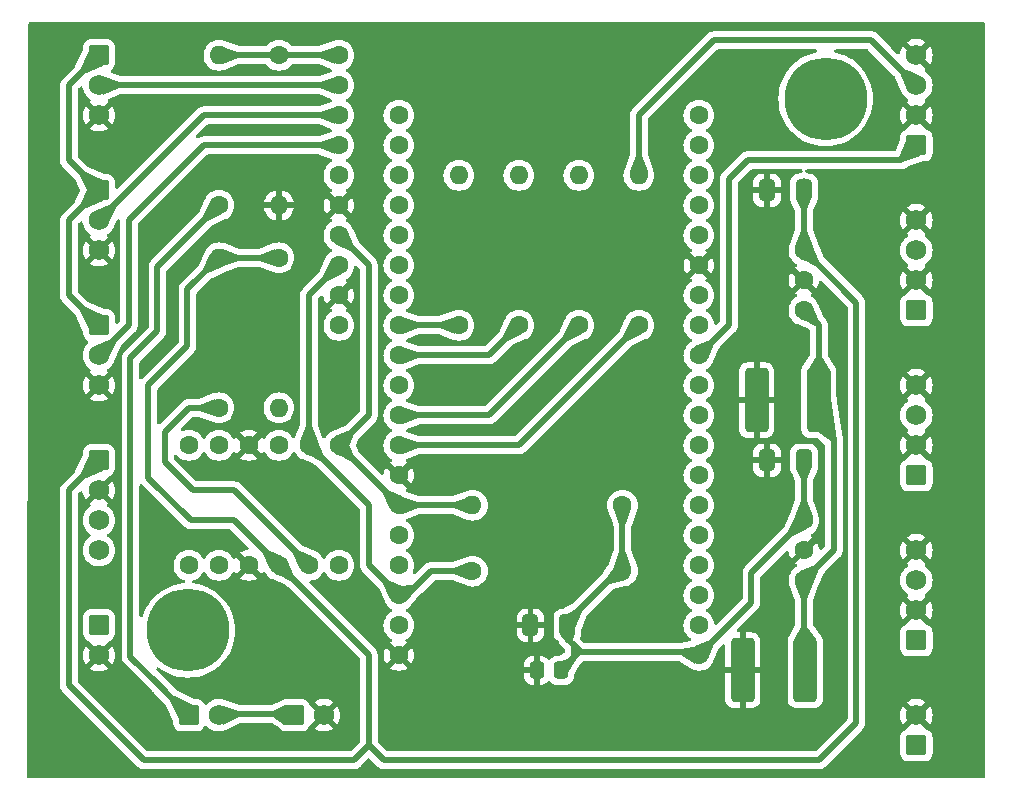
<source format=gbr>
%TF.GenerationSoftware,KiCad,Pcbnew,8.0.1*%
%TF.CreationDate,2024-08-10T06:45:53+02:00*%
%TF.ProjectId,2024-05-23 RC PCB,32303234-2d30-4352-9d32-332052432050,rev?*%
%TF.SameCoordinates,Original*%
%TF.FileFunction,Copper,L1,Top*%
%TF.FilePolarity,Positive*%
%FSLAX46Y46*%
G04 Gerber Fmt 4.6, Leading zero omitted, Abs format (unit mm)*
G04 Created by KiCad (PCBNEW 8.0.1) date 2024-08-10 06:45:53*
%MOMM*%
%LPD*%
G01*
G04 APERTURE LIST*
G04 Aperture macros list*
%AMRoundRect*
0 Rectangle with rounded corners*
0 $1 Rounding radius*
0 $2 $3 $4 $5 $6 $7 $8 $9 X,Y pos of 4 corners*
0 Add a 4 corners polygon primitive as box body*
4,1,4,$2,$3,$4,$5,$6,$7,$8,$9,$2,$3,0*
0 Add four circle primitives for the rounded corners*
1,1,$1+$1,$2,$3*
1,1,$1+$1,$4,$5*
1,1,$1+$1,$6,$7*
1,1,$1+$1,$8,$9*
0 Add four rect primitives between the rounded corners*
20,1,$1+$1,$2,$3,$4,$5,0*
20,1,$1+$1,$4,$5,$6,$7,0*
20,1,$1+$1,$6,$7,$8,$9,0*
20,1,$1+$1,$8,$9,$2,$3,0*%
G04 Aperture macros list end*
%TA.AperFunction,SMDPad,CuDef*%
%ADD10RoundRect,0.249999X0.737501X2.450001X-0.737501X2.450001X-0.737501X-2.450001X0.737501X-2.450001X0*%
%TD*%
%TA.AperFunction,SMDPad,CuDef*%
%ADD11RoundRect,0.250000X0.412500X0.650000X-0.412500X0.650000X-0.412500X-0.650000X0.412500X-0.650000X0*%
%TD*%
%TA.AperFunction,ComponentPad*%
%ADD12C,1.600000*%
%TD*%
%TA.AperFunction,ComponentPad*%
%ADD13O,1.600000X1.600000*%
%TD*%
%TA.AperFunction,ComponentPad*%
%ADD14RoundRect,0.250000X-0.620000X0.620000X-0.620000X-0.620000X0.620000X-0.620000X0.620000X0.620000X0*%
%TD*%
%TA.AperFunction,ComponentPad*%
%ADD15C,1.740000*%
%TD*%
%TA.AperFunction,ComponentPad*%
%ADD16RoundRect,0.250000X0.620000X-0.620000X0.620000X0.620000X-0.620000X0.620000X-0.620000X-0.620000X0*%
%TD*%
%TA.AperFunction,ComponentPad*%
%ADD17C,3.900000*%
%TD*%
%TA.AperFunction,ConnectorPad*%
%ADD18C,7.000000*%
%TD*%
%TA.AperFunction,ComponentPad*%
%ADD19RoundRect,0.250000X-0.620000X-0.620000X0.620000X-0.620000X0.620000X0.620000X-0.620000X0.620000X0*%
%TD*%
%TA.AperFunction,SMDPad,CuDef*%
%ADD20RoundRect,0.250000X0.337500X0.475000X-0.337500X0.475000X-0.337500X-0.475000X0.337500X-0.475000X0*%
%TD*%
%TA.AperFunction,ViaPad*%
%ADD21C,0.800000*%
%TD*%
%TA.AperFunction,Conductor*%
%ADD22C,0.508000*%
%TD*%
G04 APERTURE END LIST*
D10*
%TO.P,C3,1*%
%TO.N,+VDC*%
X141068500Y-81280000D03*
%TO.P,C3,2*%
%TO.N,GND*%
X135793500Y-81280000D03*
%TD*%
D11*
%TO.P,C1,1*%
%TO.N,+3V3*%
X140971000Y-63500000D03*
%TO.P,C1,2*%
%TO.N,GND*%
X137846000Y-63500000D03*
%TD*%
D12*
%TO.P,R4,1*%
%TO.N,/LED_LL*%
X116840000Y-52070000D03*
D13*
%TO.P,R4,2*%
%TO.N,Net-(J10-Pin_3)*%
X116840000Y-39370000D03*
%TD*%
D12*
%TO.P,R10,1*%
%TO.N,+5V*%
X96521000Y-46355000D03*
D13*
%TO.P,R10,2*%
%TO.N,/SDA_5V*%
X96521000Y-59055000D03*
%TD*%
D12*
%TO.P,R9,1*%
%TO.N,/SCL_5V*%
X91441000Y-59055000D03*
D13*
%TO.P,R9,2*%
%TO.N,+5V*%
X91441000Y-46355000D03*
%TD*%
D14*
%TO.P,J3,1,Pin_1*%
%TO.N,+3V3*%
X81281000Y-52070000D03*
D15*
%TO.P,J3,2,Pin_2*%
%TO.N,/JoyR*%
X81281000Y-54610000D03*
%TO.P,J3,3,Pin_3*%
%TO.N,GND*%
X81281000Y-57150000D03*
%TD*%
D12*
%TO.P,R5,1*%
%TO.N,/LED_LR*%
X121920000Y-52070000D03*
D13*
%TO.P,R5,2*%
%TO.N,Net-(J11-Pin_3)*%
X121920000Y-39370000D03*
%TD*%
D12*
%TO.P,R7,1*%
%TO.N,/SCL_3V3*%
X112910000Y-72890000D03*
D13*
%TO.P,R7,2*%
%TO.N,+3V3*%
X125610000Y-72890000D03*
%TD*%
D12*
%TO.P,DC/DC1,1,+VIn*%
%TO.N,+VDC*%
X140971000Y-73660000D03*
%TO.P,DC/DC1,2,GND*%
%TO.N,GND*%
X140971000Y-71120000D03*
%TO.P,DC/DC1,3,+VOut*%
%TO.N,+3V3*%
X140971000Y-68580000D03*
%TD*%
%TO.P,R6,1*%
%TO.N,/LED_UR*%
X127000000Y-52070000D03*
D13*
%TO.P,R6,2*%
%TO.N,Net-(J12-Pin_3)*%
X127000000Y-39370000D03*
%TD*%
D16*
%TO.P,J6,1,Pin_1*%
%TO.N,/SW_R*%
X150496000Y-87630000D03*
D15*
%TO.P,J6,2,Pin_2*%
%TO.N,GND*%
X150496000Y-85090000D03*
%TD*%
D16*
%TO.P,J9,1,Pin_1*%
%TO.N,/BT_UL*%
X150496000Y-78740000D03*
D15*
%TO.P,J9,2,Pin_2*%
%TO.N,GND*%
X150496000Y-76200000D03*
%TO.P,J9,3,Pin_3*%
%TO.N,Net-(J9-Pin_3)*%
X150496000Y-73660000D03*
%TO.P,J9,4,Pin_4*%
%TO.N,GND*%
X150496000Y-71120000D03*
%TD*%
D12*
%TO.P,R3,1*%
%TO.N,/LED_UL*%
X111760000Y-52070000D03*
D13*
%TO.P,R3,2*%
%TO.N,Net-(J9-Pin_3)*%
X111760000Y-39370000D03*
%TD*%
D12*
%TO.P,U1,*%
%TO.N,*%
X132080000Y-34290000D03*
%TO.P,U1,1,GND*%
%TO.N,GND*%
X106680000Y-80010000D03*
%TO.P,U1,2,VDD*%
%TO.N,+3V3*%
X132080000Y-80010000D03*
%TO.P,U1,3,EN*%
%TO.N,unconnected-(U1-EN-Pad3)*%
X132080000Y-77470000D03*
%TO.P,U1,4,SENSOR_VP*%
%TO.N,unconnected-(U1-SENSOR_VP-Pad4)*%
X132080000Y-74930000D03*
%TO.P,U1,5,SENSOR_VN*%
%TO.N,unconnected-(U1-SENSOR_VN-Pad5)*%
X132080000Y-72390000D03*
%TO.P,U1,6,IO34*%
%TO.N,unconnected-(U1-IO34-Pad6)*%
X132080000Y-69850000D03*
%TO.P,U1,7,IO35*%
%TO.N,unconnected-(U1-IO35-Pad7)*%
X132080000Y-67310000D03*
%TO.P,U1,8,IO32*%
%TO.N,/SW_R*%
X132080000Y-64770000D03*
%TO.P,U1,9,IO33*%
%TO.N,/BT_UL*%
X132080000Y-62230000D03*
%TO.P,U1,10,IO25*%
%TO.N,/BT_LL*%
X132080000Y-59690000D03*
%TO.P,U1,11,IO26*%
%TO.N,/BT_LR*%
X132080000Y-57150000D03*
%TO.P,U1,12,IO27*%
%TO.N,/BT_UR*%
X132080000Y-54610000D03*
%TO.P,U1,13,IO14*%
%TO.N,unconnected-(U1-IO14-Pad13)*%
X132080000Y-52070000D03*
%TO.P,U1,14,IO12*%
%TO.N,unconnected-(U1-IO12-Pad14)*%
X132080000Y-49530000D03*
%TO.P,U1,15,GND*%
%TO.N,GND*%
X132080000Y-46990000D03*
%TO.P,U1,16,IO13*%
%TO.N,unconnected-(U1-IO13-Pad16)*%
X132080000Y-44450000D03*
%TO.P,U1,17,SHD/SD2*%
%TO.N,unconnected-(U1-SHD{slash}SD2-Pad17)*%
X132080000Y-41910000D03*
%TO.P,U1,18,SWP/SD3*%
%TO.N,unconnected-(U1-SWP{slash}SD3-Pad18)*%
X132080000Y-39370000D03*
%TO.P,U1,19,SCS/CMD*%
%TO.N,unconnected-(U1-SCS{slash}CMD-Pad19)*%
X132080000Y-36830000D03*
%TO.P,U1,20,SCK/CLK*%
%TO.N,unconnected-(U1-SCK{slash}CLK-Pad20)*%
X106680000Y-34290000D03*
%TO.P,U1,21,SDO/SD0*%
%TO.N,unconnected-(U1-SDO{slash}SD0-Pad21)*%
X106680000Y-36830000D03*
%TO.P,U1,22,SDI/SD1*%
%TO.N,unconnected-(U1-SDI{slash}SD1-Pad22)*%
X106680000Y-39370000D03*
%TO.P,U1,23,IO15*%
%TO.N,unconnected-(U1-IO15-Pad23)*%
X106680000Y-41910000D03*
%TO.P,U1,24,IO2*%
%TO.N,unconnected-(U1-IO2-Pad24)*%
X106680000Y-44450000D03*
%TO.P,U1,25,IO0*%
%TO.N,unconnected-(U1-IO0-Pad25)*%
X106680000Y-46990000D03*
%TO.P,U1,26,IO4*%
%TO.N,unconnected-(U1-IO4-Pad26)*%
X106680000Y-49530000D03*
%TO.P,U1,27,IO16*%
%TO.N,/LED_UL*%
X106680000Y-52070000D03*
%TO.P,U1,28,IO17*%
%TO.N,/LED_LL*%
X106680000Y-54610000D03*
%TO.P,U1,29,IO5*%
%TO.N,unconnected-(U1-IO5-Pad29)*%
X106680000Y-57150000D03*
%TO.P,U1,30,IO18*%
%TO.N,/LED_LR*%
X106680000Y-59690000D03*
%TO.P,U1,31,IO19*%
%TO.N,/LED_UR*%
X106680000Y-62230000D03*
%TO.P,U1,33,IO21*%
%TO.N,/SDA_3V3*%
X106680000Y-67310000D03*
%TO.P,U1,34,RXD0/IO3*%
%TO.N,unconnected-(U1-RXD0{slash}IO3-Pad34)*%
X106680000Y-69850000D03*
%TO.P,U1,35,TXD0/IO1*%
%TO.N,unconnected-(U1-TXD0{slash}IO1-Pad35)*%
X106680000Y-72390000D03*
%TO.P,U1,36,IO22*%
%TO.N,/SCL_3V3*%
X106680000Y-74930000D03*
%TO.P,U1,37,IO23*%
%TO.N,/SW_L*%
X106680000Y-77470000D03*
%TO.P,U1,38,GND*%
%TO.N,GND*%
X106680000Y-64770000D03*
%TD*%
%TO.P,IC1,1,ADDR*%
%TO.N,GND*%
X101601000Y-41910000D03*
%TO.P,IC1,2,ALERT/RDY*%
%TO.N,unconnected-(IC1-ALERT{slash}RDY-Pad2)*%
X101601000Y-39370000D03*
%TO.P,IC1,3,GND*%
%TO.N,GND*%
X101601000Y-49530000D03*
%TO.P,IC1,4,AIN0*%
%TO.N,/JoyR*%
X101601000Y-36830000D03*
%TO.P,IC1,5,AIN1*%
%TO.N,/JoyL*%
X101601000Y-34290000D03*
%TO.P,IC1,6,AIN2*%
%TO.N,/Poti*%
X101601000Y-31750000D03*
%TO.P,IC1,7,AIN3*%
%TO.N,Net-(IC1-AIN3)*%
X101601000Y-29210000D03*
%TO.P,IC1,8,VDD*%
%TO.N,+3V3*%
X101601000Y-52070000D03*
%TO.P,IC1,9,SDA*%
%TO.N,/SDA_3V3*%
X101601000Y-44450000D03*
%TO.P,IC1,10,SCL*%
%TO.N,/SCL_3V3*%
X101601000Y-46990000D03*
%TD*%
%TO.P,R8,1*%
%TO.N,+3V3*%
X125610000Y-67310707D03*
D13*
%TO.P,R8,2*%
%TO.N,/SDA_3V3*%
X112910000Y-67310707D03*
%TD*%
D16*
%TO.P,J11,1,Pin_1*%
%TO.N,/BT_LR*%
X150496000Y-50800000D03*
D15*
%TO.P,J11,2,Pin_2*%
%TO.N,GND*%
X150496000Y-48260000D03*
%TO.P,J11,3,Pin_3*%
%TO.N,Net-(J11-Pin_3)*%
X150496000Y-45720000D03*
%TO.P,J11,4,Pin_4*%
%TO.N,GND*%
X150496000Y-43180000D03*
%TD*%
D10*
%TO.P,C4,1*%
%TO.N,+VDC*%
X142239293Y-58420707D03*
%TO.P,C4,2*%
%TO.N,GND*%
X136964293Y-58420707D03*
%TD*%
D16*
%TO.P,J12,1,Pin_1*%
%TO.N,/BT_UR*%
X150496000Y-36830000D03*
D15*
%TO.P,J12,2,Pin_2*%
%TO.N,GND*%
X150496000Y-34290000D03*
%TO.P,J12,3,Pin_3*%
%TO.N,Net-(J12-Pin_3)*%
X150496000Y-31750000D03*
%TO.P,J12,4,Pin_4*%
%TO.N,GND*%
X150496000Y-29210000D03*
%TD*%
D12*
%TO.P,U2,1,LV1*%
%TO.N,/SDA_3V3*%
X101601000Y-62230000D03*
%TO.P,U2,2,LV2*%
%TO.N,/SCL_3V3*%
X99061000Y-62230000D03*
%TO.P,U2,3,LV*%
%TO.N,+3V3*%
X96521000Y-62230000D03*
%TO.P,U2,4,GND*%
%TO.N,GND*%
X93981000Y-62230000D03*
%TO.P,U2,5,LV3*%
%TO.N,unconnected-(U2-LV3-Pad5)*%
X91441000Y-62230000D03*
%TO.P,U2,6,LV4*%
%TO.N,unconnected-(U2-LV4-Pad6)*%
X88901000Y-62230000D03*
%TO.P,U2,7,HV4*%
%TO.N,unconnected-(U2-HV4-Pad7)*%
X88901000Y-72390000D03*
%TO.P,U2,8,HV3*%
%TO.N,unconnected-(U2-HV3-Pad8)*%
X91441000Y-72390000D03*
%TO.P,U2,9,GND*%
%TO.N,GND*%
X93981000Y-72390000D03*
%TO.P,U2,10,HV*%
%TO.N,+5V*%
X96521000Y-72390000D03*
%TO.P,U2,11,HV2*%
%TO.N,/SCL_5V*%
X99061000Y-72390000D03*
%TO.P,U2,12,HV1*%
%TO.N,/SDA_5V*%
X101601000Y-72390000D03*
%TD*%
D14*
%TO.P,J5,1,Pin_1*%
%TO.N,+3V3*%
X81281000Y-29210000D03*
D15*
%TO.P,J5,2,Pin_2*%
%TO.N,/Poti*%
X81281000Y-31750000D03*
%TO.P,J5,3,Pin_3*%
%TO.N,GND*%
X81281000Y-34290000D03*
%TD*%
D17*
%TO.P,H2,1*%
%TO.N,N/C*%
X88810000Y-77900000D03*
D18*
X88810000Y-77900000D03*
%TD*%
D11*
%TO.P,C5,1*%
%TO.N,+3V3*%
X120942500Y-77470000D03*
%TO.P,C5,2*%
%TO.N,GND*%
X117817500Y-77470000D03*
%TD*%
D19*
%TO.P,J2,1,Pin_1*%
%TO.N,+VDC*%
X88901000Y-85090000D03*
D15*
%TO.P,J2,2,Pin_2*%
%TO.N,+BATT*%
X91441000Y-85090000D03*
%TD*%
D14*
%TO.P,J8,1,Pin_1*%
%TO.N,+5V*%
X81281000Y-63500000D03*
D15*
%TO.P,J8,2,Pin_2*%
%TO.N,GND*%
X81281000Y-66040000D03*
%TO.P,J8,3,Pin_3*%
%TO.N,/SDA_5V*%
X81281000Y-68580000D03*
%TO.P,J8,4,Pin_4*%
%TO.N,/SCL_5V*%
X81281000Y-71120000D03*
%TD*%
D20*
%TO.P,C6,1*%
%TO.N,+3V3*%
X120417500Y-81280000D03*
%TO.P,C6,2*%
%TO.N,GND*%
X118342500Y-81280000D03*
%TD*%
D12*
%TO.P,DC/DC2,1,+VIn*%
%TO.N,+VDC*%
X140971000Y-50800000D03*
%TO.P,DC/DC2,2,GND*%
%TO.N,GND*%
X140971000Y-48260000D03*
%TO.P,DC/DC2,3,+VOut*%
%TO.N,+5V*%
X140971000Y-45720000D03*
%TD*%
%TO.P,R2,1*%
%TO.N,Net-(IC1-AIN3)*%
X96521000Y-29210000D03*
D13*
%TO.P,R2,2*%
%TO.N,GND*%
X96521000Y-41910000D03*
%TD*%
D17*
%TO.P,H1,1*%
%TO.N,N/C*%
X142810000Y-32900000D03*
D18*
X142810000Y-32900000D03*
%TD*%
D19*
%TO.P,J1,1,Pin_1*%
%TO.N,+BATT*%
X97791000Y-85090000D03*
D15*
%TO.P,J1,2,Pin_2*%
%TO.N,GND*%
X100331000Y-85090000D03*
%TD*%
D16*
%TO.P,J10,1,Pin_1*%
%TO.N,/BT_LL*%
X150496000Y-64770000D03*
D15*
%TO.P,J10,2,Pin_2*%
%TO.N,GND*%
X150496000Y-62230000D03*
%TO.P,J10,3,Pin_3*%
%TO.N,Net-(J10-Pin_3)*%
X150496000Y-59690000D03*
%TO.P,J10,4,Pin_4*%
%TO.N,GND*%
X150496000Y-57150000D03*
%TD*%
D12*
%TO.P,R1,1*%
%TO.N,+VDC*%
X91441000Y-41910000D03*
D13*
%TO.P,R1,2*%
%TO.N,Net-(IC1-AIN3)*%
X91441000Y-29210000D03*
%TD*%
D14*
%TO.P,J7,1,Pin_1*%
%TO.N,/SW_L*%
X81281000Y-77470000D03*
D15*
%TO.P,J7,2,Pin_2*%
%TO.N,GND*%
X81281000Y-80010000D03*
%TD*%
D11*
%TO.P,C2,1*%
%TO.N,+5V*%
X140971000Y-40640000D03*
%TO.P,C2,2*%
%TO.N,GND*%
X137846000Y-40640000D03*
%TD*%
D14*
%TO.P,J4,1,Pin_1*%
%TO.N,+3V3*%
X81281000Y-40640000D03*
D15*
%TO.P,J4,2,Pin_2*%
%TO.N,/JoyL*%
X81281000Y-43180000D03*
%TO.P,J4,3,Pin_3*%
%TO.N,GND*%
X81281000Y-45720000D03*
%TD*%
D21*
%TO.N,GND*%
X99313293Y-30480000D03*
X99061000Y-80645000D03*
X134367000Y-63500000D03*
X146686000Y-87630000D03*
X127636000Y-31115000D03*
X109100000Y-60960000D03*
X134365293Y-55880707D03*
X144017293Y-55118707D03*
X77471000Y-73660000D03*
X85091000Y-44704000D03*
X146686000Y-68580000D03*
X99313293Y-33020707D03*
X134367000Y-66040000D03*
X123826000Y-78105000D03*
X88266000Y-86995000D03*
X134365293Y-60960707D03*
X86869000Y-53848000D03*
X138431000Y-29845000D03*
X142241000Y-75946000D03*
X109221000Y-69850000D03*
X129795000Y-35560000D03*
X117476000Y-31115000D03*
X122556000Y-31115000D03*
X100331000Y-60325000D03*
X85091000Y-29845000D03*
X129541000Y-67310000D03*
X77471000Y-59690000D03*
X132081000Y-86360000D03*
X109100000Y-53340000D03*
X109221000Y-57150000D03*
X133986000Y-38100000D03*
X134365293Y-58420707D03*
X77471000Y-36830000D03*
X99313293Y-35560707D03*
X101601000Y-74930000D03*
X77469293Y-87630707D03*
X77471000Y-48260000D03*
%TD*%
D22*
%TO.N,+3V3*%
X121941500Y-79756000D02*
X122066000Y-79756000D01*
X121485500Y-80212000D02*
X120417500Y-81280000D01*
X78740000Y-31750000D02*
X78740000Y-38100000D01*
X131826000Y-79756000D02*
X132080000Y-80010000D01*
X136526000Y-75564000D02*
X132080000Y-80010000D01*
X121485500Y-79175500D02*
X122066000Y-79756000D01*
X125231000Y-72890000D02*
X120942500Y-77178500D01*
X78740000Y-43180000D02*
X78740000Y-49530000D01*
X122066000Y-79756000D02*
X131826000Y-79756000D01*
X120942500Y-77178500D02*
X120942500Y-77470000D01*
X120417500Y-81280000D02*
X121941500Y-79756000D01*
X81280000Y-29210000D02*
X78740000Y-31750000D01*
X120942500Y-77470000D02*
X120942500Y-78632500D01*
X78740000Y-49530000D02*
X81280000Y-52070000D01*
X121485500Y-79175500D02*
X121485500Y-80212000D01*
X125610000Y-72890000D02*
X125231000Y-72890000D01*
X120942500Y-78632500D02*
X121485500Y-79175500D01*
X125610000Y-67310707D02*
X125610000Y-72890000D01*
X136526000Y-73025000D02*
X136526000Y-75564000D01*
X140971000Y-68580000D02*
X136526000Y-73025000D01*
X140971000Y-63500000D02*
X140971000Y-68580000D01*
X78740000Y-38100000D02*
X81280000Y-40640000D01*
X81280000Y-40640000D02*
X78740000Y-43180000D01*
%TO.N,+5V*%
X85478000Y-57142000D02*
X85478000Y-64994750D01*
X88780000Y-49016000D02*
X88780000Y-53840000D01*
X92711000Y-68580000D02*
X96521000Y-72390000D01*
X105425000Y-88900000D02*
X104141000Y-87616000D01*
X142240000Y-88900000D02*
X105425000Y-88900000D01*
X89063250Y-68580000D02*
X92711000Y-68580000D01*
X145416000Y-50165000D02*
X145416000Y-85724000D01*
X88780000Y-53840000D02*
X85478000Y-57142000D01*
X140971000Y-45720000D02*
X145416000Y-50165000D01*
X85478000Y-64994750D02*
X89063250Y-68580000D01*
X96521000Y-46355000D02*
X91441000Y-46355000D01*
X104141000Y-87616000D02*
X102871000Y-88886000D01*
X102871000Y-88886000D02*
X102871000Y-88900000D01*
X96521000Y-72390000D02*
X104141000Y-80010000D01*
X141263500Y-45427500D02*
X140971000Y-45720000D01*
X78740000Y-66040000D02*
X78740000Y-82550000D01*
X81280000Y-63500000D02*
X78740000Y-66040000D01*
X102871000Y-88900000D02*
X85090000Y-88900000D01*
X91441000Y-46355000D02*
X88780000Y-49016000D01*
X140971000Y-39870000D02*
X140971000Y-45720000D01*
X104141000Y-80010000D02*
X104141000Y-87616000D01*
X78740000Y-82550000D02*
X85090000Y-88900000D01*
X145416000Y-85724000D02*
X142240000Y-88900000D01*
%TO.N,+VDC*%
X86360000Y-82550000D02*
X83954000Y-80144000D01*
X86375000Y-82550000D02*
X86360000Y-82550000D01*
X83954000Y-80144000D02*
X83954000Y-54856000D01*
X142239293Y-58420707D02*
X142239293Y-52068293D01*
X88780000Y-84955000D02*
X86375000Y-82550000D01*
X142239293Y-58420707D02*
X142239293Y-60325707D01*
X143509293Y-61595707D02*
X143511000Y-61595707D01*
X143511000Y-61595707D02*
X143511000Y-71120000D01*
X143511000Y-71120000D02*
X140971000Y-73660000D01*
X86240000Y-52570000D02*
X86240000Y-47111000D01*
X142239293Y-60325707D02*
X143509293Y-61595707D01*
X86240000Y-47111000D02*
X91320000Y-42031000D01*
X83954000Y-54856000D02*
X86240000Y-52570000D01*
X140971000Y-81182500D02*
X141068500Y-81280000D01*
X142239293Y-52068293D02*
X140971000Y-50800000D01*
X140971000Y-73660000D02*
X140971000Y-81182500D01*
%TO.N,/JoyR*%
X90170000Y-36830000D02*
X101600000Y-36830000D01*
X83820000Y-52070000D02*
X83820000Y-43180000D01*
X81280000Y-54610000D02*
X83820000Y-52070000D01*
X83820000Y-43180000D02*
X90170000Y-36830000D01*
%TO.N,/JoyL*%
X81280000Y-43180000D02*
X90170000Y-34290000D01*
X90170000Y-34290000D02*
X101600000Y-34290000D01*
%TO.N,/SDA_3V3*%
X104140000Y-46990000D02*
X101600000Y-44450000D01*
X104140000Y-59689000D02*
X104140000Y-46990000D01*
X104141000Y-59690000D02*
X104140000Y-59689000D01*
X112910000Y-67310707D02*
X110870707Y-67310707D01*
X110870000Y-67310000D02*
X106680000Y-67310000D01*
X106680000Y-67310000D02*
X106680000Y-67309000D01*
X101601000Y-62230000D02*
X104141000Y-59690000D01*
X106680000Y-67309000D02*
X101600000Y-62229000D01*
X110870707Y-67310707D02*
X110870000Y-67310000D01*
%TO.N,/SCL_3V3*%
X109370000Y-72890000D02*
X112910000Y-72890000D01*
X104140000Y-72390000D02*
X106680000Y-74930000D01*
X99060000Y-49530000D02*
X99060500Y-49529500D01*
X99060500Y-49529500D02*
X101600000Y-46990000D01*
X104140000Y-67309000D02*
X104140000Y-72390000D01*
X99060000Y-49530000D02*
X99061000Y-49531000D01*
X99060500Y-49529500D02*
X99061000Y-49530000D01*
X99061000Y-62230000D02*
X104140000Y-67309000D01*
X99061000Y-49530000D02*
X99061000Y-62230000D01*
X107330000Y-74930000D02*
X109370000Y-72890000D01*
X106680000Y-74930000D02*
X107330000Y-74930000D01*
%TO.N,Net-(IC1-AIN3)*%
X91320000Y-29210000D02*
X101600000Y-29210000D01*
%TO.N,/Poti*%
X81280000Y-31750000D02*
X101600000Y-31750000D01*
%TO.N,+BATT*%
X91320000Y-84955000D02*
X97670000Y-84955000D01*
%TO.N,/SCL_5V*%
X86875000Y-61081000D02*
X86875000Y-63689500D01*
X88901000Y-59055000D02*
X86875000Y-61081000D01*
X86875000Y-63689500D02*
X89225500Y-66040000D01*
X92711000Y-66040000D02*
X99061000Y-72390000D01*
X91441000Y-59055000D02*
X88901000Y-59055000D01*
X89225500Y-66040000D02*
X92711000Y-66040000D01*
%TO.N,Net-(J12-Pin_3)*%
X133349293Y-27940707D02*
X146686707Y-27940707D01*
X127000000Y-39370000D02*
X127000000Y-34291414D01*
X146686707Y-27940707D02*
X150496000Y-31750000D01*
X126999293Y-34290707D02*
X133349293Y-27940707D01*
X127000000Y-34291414D02*
X126999293Y-34290707D01*
%TO.N,/LED_UL*%
X106680000Y-52070000D02*
X111760000Y-52070000D01*
%TO.N,/LED_LL*%
X106680000Y-54610000D02*
X114300000Y-54610000D01*
X114300000Y-54610000D02*
X116840000Y-52070000D01*
%TO.N,/BT_UR*%
X149226000Y-38100000D02*
X136208500Y-38100000D01*
X134621000Y-52069000D02*
X132080000Y-54610000D01*
X150496000Y-36830000D02*
X149226000Y-38100000D01*
X134621000Y-39687500D02*
X134621000Y-52069000D01*
X136208500Y-38100000D02*
X134621000Y-39687500D01*
%TO.N,/LED_UR*%
X116840000Y-62230000D02*
X127000000Y-52070000D01*
X106680000Y-62230000D02*
X116840000Y-62230000D01*
%TO.N,/LED_LR*%
X106680000Y-59690000D02*
X114300000Y-59690000D01*
X114300000Y-59690000D02*
X121920000Y-52070000D01*
%TD*%
%TA.AperFunction,Conductor*%
%TO.N,GND*%
G36*
X140776930Y-38874462D02*
G01*
X140831468Y-38929000D01*
X140851430Y-39003500D01*
X140831468Y-39078000D01*
X140776930Y-39132538D01*
X140757397Y-39141005D01*
X140757683Y-39141694D01*
X140750921Y-39144494D01*
X140750920Y-39144495D01*
X140673315Y-39176640D01*
X140613607Y-39201372D01*
X140613606Y-39201372D01*
X140594118Y-39214393D01*
X140521082Y-39239182D01*
X140511367Y-39239500D01*
X140508498Y-39239500D01*
X140405702Y-39250001D01*
X140239166Y-39305186D01*
X140089843Y-39397288D01*
X139965788Y-39521343D01*
X139873686Y-39670666D01*
X139818501Y-39837201D01*
X139808000Y-39939995D01*
X139808000Y-41340003D01*
X139814632Y-41404922D01*
X139818501Y-41442797D01*
X139873615Y-41609121D01*
X139873686Y-41609333D01*
X139875186Y-41612550D01*
X139879196Y-41619913D01*
X139992403Y-41857339D01*
X140163896Y-42217007D01*
X140201994Y-42296907D01*
X140216500Y-42361035D01*
X140216500Y-43988000D01*
X140207016Y-44040309D01*
X139762539Y-45225801D01*
X139756258Y-45245142D01*
X139749589Y-45262074D01*
X139744265Y-45273493D01*
X139744262Y-45273501D01*
X139685365Y-45493306D01*
X139665532Y-45720000D01*
X139685365Y-45946693D01*
X139714289Y-46054638D01*
X139744261Y-46166496D01*
X139840432Y-46372734D01*
X139841515Y-46374280D01*
X139970951Y-46559137D01*
X140131862Y-46720048D01*
X140148602Y-46731769D01*
X140318266Y-46850568D01*
X140318277Y-46850573D01*
X140328273Y-46855235D01*
X140387357Y-46904811D01*
X140413737Y-46977288D01*
X140400344Y-47053244D01*
X140350768Y-47112328D01*
X140328280Y-47125312D01*
X140318527Y-47129860D01*
X140318517Y-47129865D01*
X140245527Y-47180974D01*
X140841590Y-47777037D01*
X140778007Y-47794075D01*
X140663993Y-47859901D01*
X140570901Y-47952993D01*
X140505075Y-48067007D01*
X140488037Y-48130590D01*
X139891974Y-47534527D01*
X139840865Y-47607517D01*
X139840862Y-47607522D01*
X139744733Y-47813674D01*
X139744732Y-47813676D01*
X139685859Y-48033393D01*
X139666034Y-48260000D01*
X139685859Y-48486606D01*
X139744732Y-48706323D01*
X139744733Y-48706325D01*
X139840866Y-48912483D01*
X139840872Y-48912492D01*
X139891973Y-48985471D01*
X140488037Y-48389407D01*
X140505075Y-48452993D01*
X140570901Y-48567007D01*
X140663993Y-48660099D01*
X140778007Y-48725925D01*
X140841590Y-48742962D01*
X140245526Y-49339025D01*
X140318509Y-49390129D01*
X140318514Y-49390132D01*
X140328276Y-49394684D01*
X140387359Y-49444261D01*
X140413739Y-49516737D01*
X140400346Y-49592694D01*
X140350769Y-49651777D01*
X140328282Y-49664761D01*
X140318270Y-49669429D01*
X140318258Y-49669437D01*
X140131862Y-49799951D01*
X139970951Y-49960862D01*
X139840437Y-50147258D01*
X139840435Y-50147261D01*
X139840434Y-50147263D01*
X139840432Y-50147266D01*
X139744261Y-50353504D01*
X139744260Y-50353507D01*
X139685365Y-50573306D01*
X139665532Y-50800000D01*
X139685365Y-51026693D01*
X139716377Y-51142431D01*
X139744261Y-51246496D01*
X139840432Y-51452734D01*
X139852527Y-51470008D01*
X139970951Y-51639137D01*
X140131862Y-51800048D01*
X140148586Y-51811758D01*
X140318266Y-51930568D01*
X140430875Y-51983078D01*
X140448250Y-51992636D01*
X140465922Y-52003951D01*
X140465923Y-52003951D01*
X140465929Y-52003955D01*
X141397460Y-52427446D01*
X141457017Y-52476450D01*
X141484094Y-52548669D01*
X141484793Y-52563086D01*
X141484793Y-54537322D01*
X141464831Y-54611822D01*
X141462104Y-54616358D01*
X141186702Y-55056492D01*
X140845385Y-55601967D01*
X140845364Y-55602000D01*
X140827987Y-55632014D01*
X140825698Y-55636303D01*
X140825609Y-55636255D01*
X140820264Y-55646043D01*
X140816980Y-55651367D01*
X140809762Y-55673150D01*
X140805411Y-55684663D01*
X140792502Y-55714971D01*
X140792502Y-55714972D01*
X140790639Y-55725691D01*
X140785277Y-55747038D01*
X140761794Y-55817905D01*
X140759870Y-55836739D01*
X140751293Y-55920697D01*
X140751293Y-60920717D01*
X140753980Y-60947018D01*
X140761794Y-61023506D01*
X140772121Y-61054669D01*
X140816979Y-61190042D01*
X140909081Y-61339363D01*
X141033137Y-61463419D01*
X141182458Y-61555521D01*
X141348995Y-61610706D01*
X141451783Y-61621207D01*
X141957657Y-61621207D01*
X142032157Y-61641169D01*
X142044606Y-61649207D01*
X142694452Y-62116195D01*
X142743301Y-62175879D01*
X142756500Y-62237191D01*
X142756500Y-70745756D01*
X142736538Y-70820256D01*
X142712859Y-70851115D01*
X142515425Y-71048548D01*
X142448630Y-71087112D01*
X142371502Y-71087112D01*
X142304707Y-71048548D01*
X142266143Y-70981753D01*
X142261633Y-70956174D01*
X142256140Y-70893394D01*
X142197267Y-70673676D01*
X142197266Y-70673674D01*
X142101132Y-70467515D01*
X142101129Y-70467509D01*
X142050025Y-70394526D01*
X141453962Y-70990589D01*
X141436925Y-70927007D01*
X141371099Y-70812993D01*
X141278007Y-70719901D01*
X141163993Y-70654075D01*
X141100409Y-70637037D01*
X141696472Y-70040973D01*
X141623492Y-69989872D01*
X141623482Y-69989866D01*
X141613717Y-69985312D01*
X141554636Y-69935732D01*
X141528260Y-69863254D01*
X141541657Y-69787298D01*
X141591237Y-69728217D01*
X141613726Y-69715234D01*
X141623734Y-69710568D01*
X141810139Y-69580047D01*
X141971047Y-69419139D01*
X142101568Y-69232734D01*
X142197739Y-69026496D01*
X142256635Y-68806692D01*
X142276468Y-68580000D01*
X142256635Y-68353308D01*
X142197739Y-68133504D01*
X142189950Y-68116801D01*
X142181174Y-68090850D01*
X142180969Y-68090911D01*
X142179466Y-68085825D01*
X142179463Y-68085812D01*
X141803860Y-67084015D01*
X141734984Y-66900310D01*
X141725500Y-66848001D01*
X141725500Y-65221036D01*
X141740006Y-65156908D01*
X142062803Y-64479913D01*
X142066808Y-64472561D01*
X142068312Y-64469337D01*
X142068311Y-64469337D01*
X142068314Y-64469334D01*
X142072638Y-64456283D01*
X142074195Y-64451824D01*
X142099761Y-64382263D01*
X142100868Y-64378093D01*
X142101751Y-64374723D01*
X142101751Y-64374715D01*
X142102529Y-64370518D01*
X142107601Y-64350770D01*
X142123499Y-64302797D01*
X142134000Y-64200009D01*
X142133999Y-62799992D01*
X142123499Y-62697203D01*
X142068314Y-62530666D01*
X141976212Y-62381344D01*
X141852156Y-62257288D01*
X141702834Y-62165186D01*
X141595141Y-62129500D01*
X141536298Y-62110001D01*
X141519165Y-62108250D01*
X141433509Y-62099500D01*
X141433504Y-62099500D01*
X140508496Y-62099500D01*
X140405702Y-62110001D01*
X140239166Y-62165186D01*
X140089843Y-62257288D01*
X139965788Y-62381343D01*
X139873686Y-62530666D01*
X139818501Y-62697201D01*
X139818501Y-62697202D01*
X139818501Y-62697203D01*
X139809241Y-62787851D01*
X139808000Y-62799995D01*
X139808000Y-64200003D01*
X139818490Y-64302688D01*
X139818501Y-64302797D01*
X139873615Y-64469121D01*
X139873686Y-64469333D01*
X139875186Y-64472550D01*
X139879196Y-64479913D01*
X140004314Y-64742319D01*
X140163896Y-65077007D01*
X140201994Y-65156907D01*
X140216500Y-65221035D01*
X140216500Y-66848000D01*
X140207016Y-66900309D01*
X139766391Y-68075529D01*
X139762516Y-68084885D01*
X139243061Y-69227501D01*
X139212779Y-69271195D01*
X135939940Y-72544034D01*
X135857373Y-72667606D01*
X135857366Y-72667619D01*
X135830082Y-72733490D01*
X135802324Y-72800505D01*
X135802323Y-72800508D01*
X135800498Y-72804912D01*
X135800494Y-72804924D01*
X135771499Y-72950686D01*
X135771499Y-73106660D01*
X135771500Y-73106681D01*
X135771500Y-75189756D01*
X135751538Y-75264256D01*
X135727859Y-75295115D01*
X133624886Y-77398087D01*
X133558091Y-77436651D01*
X133480963Y-77436651D01*
X133414168Y-77398087D01*
X133375604Y-77331292D01*
X133371095Y-77305719D01*
X133365635Y-77243308D01*
X133365634Y-77243306D01*
X133350911Y-77188357D01*
X133306739Y-77023504D01*
X133210568Y-76817266D01*
X133083722Y-76636109D01*
X133080048Y-76630862D01*
X132919137Y-76469951D01*
X132732741Y-76339437D01*
X132732734Y-76339432D01*
X132732732Y-76339431D01*
X132723312Y-76335038D01*
X132664230Y-76285463D01*
X132637851Y-76212986D01*
X132651244Y-76137030D01*
X132700821Y-76077946D01*
X132723311Y-76064962D01*
X132732734Y-76060568D01*
X132919139Y-75930047D01*
X133080047Y-75769139D01*
X133210568Y-75582734D01*
X133306739Y-75376496D01*
X133365635Y-75156692D01*
X133385468Y-74930000D01*
X133365635Y-74703308D01*
X133306739Y-74483504D01*
X133210568Y-74277266D01*
X133113150Y-74138137D01*
X133080048Y-74090862D01*
X132919137Y-73929951D01*
X132732741Y-73799437D01*
X132732734Y-73799432D01*
X132732732Y-73799431D01*
X132723312Y-73795038D01*
X132664230Y-73745463D01*
X132637851Y-73672986D01*
X132651244Y-73597030D01*
X132700821Y-73537946D01*
X132723311Y-73524962D01*
X132732734Y-73520568D01*
X132919139Y-73390047D01*
X133080047Y-73229139D01*
X133210568Y-73042734D01*
X133306739Y-72836496D01*
X133365635Y-72616692D01*
X133385468Y-72390000D01*
X133365635Y-72163308D01*
X133306739Y-71943504D01*
X133210568Y-71737266D01*
X133104599Y-71585925D01*
X133080048Y-71550862D01*
X132919137Y-71389951D01*
X132732741Y-71259437D01*
X132732734Y-71259432D01*
X132730184Y-71258243D01*
X132723312Y-71255038D01*
X132664230Y-71205463D01*
X132637851Y-71132986D01*
X132651244Y-71057030D01*
X132700821Y-70997946D01*
X132723311Y-70984962D01*
X132732734Y-70980568D01*
X132919139Y-70850047D01*
X133080047Y-70689139D01*
X133210568Y-70502734D01*
X133306739Y-70296496D01*
X133365635Y-70076692D01*
X133385468Y-69850000D01*
X133365635Y-69623308D01*
X133306739Y-69403504D01*
X133210568Y-69197266D01*
X133115129Y-69060964D01*
X133080048Y-69010862D01*
X132919137Y-68849951D01*
X132732741Y-68719437D01*
X132732734Y-68719432D01*
X132732331Y-68719244D01*
X132723312Y-68715038D01*
X132664230Y-68665463D01*
X132637851Y-68592986D01*
X132651244Y-68517030D01*
X132700821Y-68457946D01*
X132723311Y-68444962D01*
X132732734Y-68440568D01*
X132919139Y-68310047D01*
X133080047Y-68149139D01*
X133210568Y-67962734D01*
X133306739Y-67756496D01*
X133365635Y-67536692D01*
X133385468Y-67310000D01*
X133365635Y-67083308D01*
X133306739Y-66863504D01*
X133210568Y-66657266D01*
X133080047Y-66470861D01*
X132919139Y-66309953D01*
X132919137Y-66309951D01*
X132732741Y-66179437D01*
X132732734Y-66179432D01*
X132732732Y-66179431D01*
X132723312Y-66175038D01*
X132664230Y-66125463D01*
X132637851Y-66052986D01*
X132651244Y-65977030D01*
X132700821Y-65917946D01*
X132723311Y-65904962D01*
X132732734Y-65900568D01*
X132919139Y-65770047D01*
X133080047Y-65609139D01*
X133210568Y-65422734D01*
X133306739Y-65216496D01*
X133365635Y-64996692D01*
X133385468Y-64770000D01*
X133365635Y-64543308D01*
X133306739Y-64323504D01*
X133210568Y-64117266D01*
X133120208Y-63988217D01*
X133080048Y-63930862D01*
X132919137Y-63769951D01*
X132890644Y-63750000D01*
X136683501Y-63750000D01*
X136683501Y-64199973D01*
X136693994Y-64302696D01*
X136749142Y-64469121D01*
X136841180Y-64618340D01*
X136965159Y-64742319D01*
X137114378Y-64834357D01*
X137280802Y-64889505D01*
X137280811Y-64889507D01*
X137383515Y-64899999D01*
X137596000Y-64899999D01*
X137596000Y-63750000D01*
X138096000Y-63750000D01*
X138096000Y-64899999D01*
X138308474Y-64899999D01*
X138411196Y-64889505D01*
X138577621Y-64834357D01*
X138726840Y-64742319D01*
X138850819Y-64618340D01*
X138942857Y-64469121D01*
X138998005Y-64302697D01*
X138998007Y-64302688D01*
X139008499Y-64199989D01*
X139008500Y-64199979D01*
X139008500Y-63750000D01*
X138096000Y-63750000D01*
X137596000Y-63750000D01*
X136683501Y-63750000D01*
X132890644Y-63750000D01*
X132732741Y-63639437D01*
X132732734Y-63639432D01*
X132732502Y-63639324D01*
X132723312Y-63635038D01*
X132664230Y-63585463D01*
X132637851Y-63512986D01*
X132651244Y-63437030D01*
X132700821Y-63377946D01*
X132723311Y-63364962D01*
X132732734Y-63360568D01*
X132890643Y-63250000D01*
X136683500Y-63250000D01*
X137596000Y-63250000D01*
X137596000Y-62100000D01*
X138096000Y-62100000D01*
X138096000Y-63250000D01*
X139008499Y-63250000D01*
X139008499Y-62800026D01*
X138998005Y-62697303D01*
X138942857Y-62530878D01*
X138850819Y-62381659D01*
X138726840Y-62257680D01*
X138577621Y-62165642D01*
X138411197Y-62110494D01*
X138411188Y-62110492D01*
X138308489Y-62100000D01*
X138096000Y-62100000D01*
X137596000Y-62100000D01*
X137383526Y-62100000D01*
X137280803Y-62110494D01*
X137114378Y-62165642D01*
X136965159Y-62257680D01*
X136841180Y-62381659D01*
X136749142Y-62530878D01*
X136693994Y-62697302D01*
X136693992Y-62697311D01*
X136683500Y-62800010D01*
X136683500Y-63250000D01*
X132890643Y-63250000D01*
X132919139Y-63230047D01*
X133080047Y-63069139D01*
X133210568Y-62882734D01*
X133306739Y-62676496D01*
X133365635Y-62456692D01*
X133385468Y-62230000D01*
X133365635Y-62003308D01*
X133306739Y-61783504D01*
X133210568Y-61577266D01*
X133080047Y-61390861D01*
X132919139Y-61229953D01*
X132919137Y-61229951D01*
X132733348Y-61099862D01*
X132732734Y-61099432D01*
X132723312Y-61095038D01*
X132664230Y-61045463D01*
X132637851Y-60972986D01*
X132651244Y-60897030D01*
X132700821Y-60837946D01*
X132723311Y-60824962D01*
X132732734Y-60820568D01*
X132919139Y-60690047D01*
X133080047Y-60529139D01*
X133210568Y-60342734D01*
X133306739Y-60136496D01*
X133365635Y-59916692D01*
X133385468Y-59690000D01*
X133365635Y-59463308D01*
X133306739Y-59243504D01*
X133210568Y-59037266D01*
X133080047Y-58850861D01*
X132919139Y-58689953D01*
X132919137Y-58689951D01*
X132891653Y-58670707D01*
X135476794Y-58670707D01*
X135476794Y-60920680D01*
X135487287Y-61023403D01*
X135487288Y-61023409D01*
X135542429Y-61189819D01*
X135542433Y-61189828D01*
X135634476Y-61339051D01*
X135758448Y-61463023D01*
X135907671Y-61555066D01*
X135907680Y-61555070D01*
X136074095Y-61610213D01*
X136074099Y-61610214D01*
X136176808Y-61620706D01*
X136714293Y-61620706D01*
X136714293Y-58670707D01*
X137214293Y-58670707D01*
X137214293Y-61620706D01*
X137751767Y-61620706D01*
X137854489Y-61610212D01*
X137854495Y-61610211D01*
X138020905Y-61555070D01*
X138020914Y-61555066D01*
X138170137Y-61463023D01*
X138294109Y-61339051D01*
X138386152Y-61189828D01*
X138386156Y-61189819D01*
X138441299Y-61023404D01*
X138441300Y-61023400D01*
X138451792Y-60920696D01*
X138451793Y-60920686D01*
X138451793Y-58670707D01*
X137214293Y-58670707D01*
X136714293Y-58670707D01*
X135476794Y-58670707D01*
X132891653Y-58670707D01*
X132732741Y-58559437D01*
X132732734Y-58559432D01*
X132732732Y-58559431D01*
X132723312Y-58555038D01*
X132664230Y-58505463D01*
X132637851Y-58432986D01*
X132651244Y-58357030D01*
X132700821Y-58297946D01*
X132723311Y-58284962D01*
X132732734Y-58280568D01*
X132889633Y-58170707D01*
X135476793Y-58170707D01*
X136714293Y-58170707D01*
X136714293Y-55220707D01*
X137214293Y-55220707D01*
X137214293Y-58170707D01*
X138451792Y-58170707D01*
X138451792Y-55920733D01*
X138441298Y-55818010D01*
X138441297Y-55818004D01*
X138386156Y-55651594D01*
X138386152Y-55651585D01*
X138294109Y-55502362D01*
X138170137Y-55378390D01*
X138020914Y-55286347D01*
X138020905Y-55286343D01*
X137854490Y-55231200D01*
X137854486Y-55231199D01*
X137751782Y-55220707D01*
X137214293Y-55220707D01*
X136714293Y-55220707D01*
X136176819Y-55220707D01*
X136074096Y-55231201D01*
X136074090Y-55231202D01*
X135907680Y-55286343D01*
X135907671Y-55286347D01*
X135758448Y-55378390D01*
X135634476Y-55502362D01*
X135542433Y-55651585D01*
X135542429Y-55651594D01*
X135487286Y-55818009D01*
X135487285Y-55818013D01*
X135476793Y-55920717D01*
X135476793Y-58170707D01*
X132889633Y-58170707D01*
X132919139Y-58150047D01*
X133080047Y-57989139D01*
X133210568Y-57802734D01*
X133306739Y-57596496D01*
X133365635Y-57376692D01*
X133385468Y-57150000D01*
X133365635Y-56923308D01*
X133306739Y-56703504D01*
X133210568Y-56497266D01*
X133080047Y-56310861D01*
X132919139Y-56149953D01*
X132919137Y-56149951D01*
X132732741Y-56019437D01*
X132732734Y-56019432D01*
X132731857Y-56019023D01*
X132723312Y-56015038D01*
X132664230Y-55965463D01*
X132637851Y-55892986D01*
X132651244Y-55817030D01*
X132700821Y-55757946D01*
X132723311Y-55744962D01*
X132732734Y-55740568D01*
X132919139Y-55610047D01*
X133080047Y-55449139D01*
X133210568Y-55262734D01*
X133263088Y-55150101D01*
X133272631Y-55132754D01*
X133283956Y-55115068D01*
X133807935Y-53962497D01*
X133838213Y-53918809D01*
X135089698Y-52667325D01*
X135089703Y-52667321D01*
X135101964Y-52655059D01*
X135101966Y-52655059D01*
X135207059Y-52549966D01*
X135287484Y-52429601D01*
X135289630Y-52426389D01*
X135343352Y-52296692D01*
X135346505Y-52289080D01*
X135352464Y-52259121D01*
X135375501Y-52143312D01*
X135375501Y-51994688D01*
X135375501Y-51988546D01*
X135375500Y-51988520D01*
X135375500Y-40890000D01*
X136683501Y-40890000D01*
X136683501Y-41339973D01*
X136693994Y-41442696D01*
X136749142Y-41609121D01*
X136841180Y-41758340D01*
X136965159Y-41882319D01*
X137114378Y-41974357D01*
X137280802Y-42029505D01*
X137280811Y-42029507D01*
X137383515Y-42039999D01*
X137596000Y-42039999D01*
X137596000Y-40890000D01*
X138096000Y-40890000D01*
X138096000Y-42039999D01*
X138308474Y-42039999D01*
X138411196Y-42029505D01*
X138577621Y-41974357D01*
X138726840Y-41882319D01*
X138850819Y-41758340D01*
X138942857Y-41609121D01*
X138998005Y-41442697D01*
X138998007Y-41442688D01*
X139008499Y-41339989D01*
X139008500Y-41339979D01*
X139008500Y-40890000D01*
X138096000Y-40890000D01*
X137596000Y-40890000D01*
X136683501Y-40890000D01*
X135375500Y-40890000D01*
X135375500Y-40390000D01*
X136683500Y-40390000D01*
X137596000Y-40390000D01*
X137596000Y-39240000D01*
X138096000Y-39240000D01*
X138096000Y-40390000D01*
X139008499Y-40390000D01*
X139008499Y-39940026D01*
X138998005Y-39837303D01*
X138942857Y-39670878D01*
X138850819Y-39521659D01*
X138726840Y-39397680D01*
X138577621Y-39305642D01*
X138411197Y-39250494D01*
X138411188Y-39250492D01*
X138308489Y-39240000D01*
X138096000Y-39240000D01*
X137596000Y-39240000D01*
X137383526Y-39240000D01*
X137280803Y-39250494D01*
X137114378Y-39305642D01*
X136965159Y-39397680D01*
X136841180Y-39521659D01*
X136749142Y-39670878D01*
X136693994Y-39837302D01*
X136693992Y-39837311D01*
X136683500Y-39940010D01*
X136683500Y-40390000D01*
X135375500Y-40390000D01*
X135375500Y-40061743D01*
X135395462Y-39987243D01*
X135419141Y-39956384D01*
X136477384Y-38898141D01*
X136544179Y-38859577D01*
X136582743Y-38854500D01*
X140702430Y-38854500D01*
X140776930Y-38874462D01*
G37*
%TD.AperFunction*%
%TA.AperFunction,Conductor*%
G36*
X84932000Y-65522954D02*
G01*
X84962854Y-65546629D01*
X86705444Y-67289218D01*
X88477189Y-69060963D01*
X88477189Y-69060964D01*
X88582278Y-69166054D01*
X88582281Y-69166056D01*
X88582284Y-69166059D01*
X88705860Y-69248629D01*
X88843170Y-69305505D01*
X88988938Y-69334500D01*
X89137562Y-69334500D01*
X92336757Y-69334500D01*
X92411257Y-69354462D01*
X92442116Y-69378141D01*
X93566716Y-70502741D01*
X93909550Y-70845574D01*
X93948114Y-70912369D01*
X93948114Y-70989497D01*
X93909550Y-71056292D01*
X93842755Y-71094856D01*
X93817178Y-71099366D01*
X93754393Y-71104859D01*
X93534676Y-71163732D01*
X93534674Y-71163733D01*
X93328522Y-71259862D01*
X93328517Y-71259865D01*
X93255527Y-71310974D01*
X93851590Y-71907037D01*
X93788007Y-71924075D01*
X93673993Y-71989901D01*
X93580901Y-72082993D01*
X93515075Y-72197007D01*
X93498037Y-72260590D01*
X92901974Y-71664527D01*
X92850865Y-71737517D01*
X92850858Y-71737529D01*
X92846313Y-71747278D01*
X92796735Y-71806361D01*
X92724258Y-71832738D01*
X92648302Y-71819343D01*
X92589219Y-71769765D01*
X92576239Y-71747284D01*
X92571568Y-71737266D01*
X92465599Y-71585925D01*
X92441048Y-71550862D01*
X92280137Y-71389951D01*
X92093741Y-71259437D01*
X92093738Y-71259435D01*
X92093734Y-71259432D01*
X91887496Y-71163261D01*
X91667692Y-71104365D01*
X91667693Y-71104365D01*
X91441000Y-71084532D01*
X91214306Y-71104365D01*
X90994507Y-71163260D01*
X90994506Y-71163260D01*
X90994504Y-71163261D01*
X90788266Y-71259432D01*
X90788263Y-71259434D01*
X90788261Y-71259435D01*
X90788258Y-71259437D01*
X90601862Y-71389951D01*
X90440951Y-71550862D01*
X90310437Y-71737258D01*
X90310431Y-71737268D01*
X90306038Y-71746689D01*
X90256460Y-71805771D01*
X90183982Y-71832148D01*
X90108026Y-71818753D01*
X90048944Y-71769175D01*
X90035962Y-71746689D01*
X90031568Y-71737266D01*
X89925599Y-71585925D01*
X89901048Y-71550862D01*
X89740137Y-71389951D01*
X89553741Y-71259437D01*
X89553738Y-71259435D01*
X89553734Y-71259432D01*
X89347496Y-71163261D01*
X89127692Y-71104365D01*
X89127693Y-71104365D01*
X88901000Y-71084532D01*
X88674306Y-71104365D01*
X88454507Y-71163260D01*
X88454506Y-71163260D01*
X88454504Y-71163261D01*
X88248266Y-71259432D01*
X88248263Y-71259434D01*
X88248261Y-71259435D01*
X88248258Y-71259437D01*
X88061862Y-71389951D01*
X87900951Y-71550862D01*
X87770437Y-71737258D01*
X87770435Y-71737261D01*
X87770434Y-71737263D01*
X87770432Y-71737266D01*
X87683321Y-71924075D01*
X87674260Y-71943507D01*
X87615365Y-72163306D01*
X87595532Y-72390000D01*
X87615365Y-72616693D01*
X87629011Y-72667619D01*
X87674261Y-72836496D01*
X87770432Y-73042734D01*
X87770435Y-73042738D01*
X87770437Y-73042741D01*
X87900951Y-73229137D01*
X88061862Y-73390048D01*
X88123642Y-73433306D01*
X88248266Y-73520568D01*
X88454504Y-73616739D01*
X88467725Y-73620281D01*
X88534517Y-73658841D01*
X88573084Y-73725634D01*
X88573088Y-73802762D01*
X88534526Y-73869558D01*
X88467733Y-73908125D01*
X88436480Y-73913024D01*
X88417420Y-73913961D01*
X88417397Y-73913963D01*
X88028614Y-73971633D01*
X88028612Y-73971633D01*
X87647317Y-74067142D01*
X87647307Y-74067145D01*
X87277245Y-74199555D01*
X87277217Y-74199566D01*
X86921907Y-74367617D01*
X86921896Y-74367623D01*
X86584763Y-74569692D01*
X86584756Y-74569697D01*
X86269050Y-74803841D01*
X85977809Y-75067806D01*
X85977806Y-75067809D01*
X85713841Y-75359050D01*
X85479697Y-75674756D01*
X85479692Y-75674763D01*
X85277623Y-76011896D01*
X85277617Y-76011907D01*
X85109566Y-76367217D01*
X85109555Y-76367245D01*
X84997790Y-76679610D01*
X84953897Y-76743030D01*
X84884174Y-76776007D01*
X84807304Y-76769704D01*
X84743884Y-76725811D01*
X84710907Y-76656088D01*
X84708500Y-76629414D01*
X84708500Y-65651992D01*
X84728462Y-65577492D01*
X84783000Y-65522954D01*
X84857500Y-65502992D01*
X84932000Y-65522954D01*
G37*
%TD.AperFunction*%
%TA.AperFunction,Conductor*%
G36*
X103125909Y-47046135D02*
G01*
X103145806Y-47062830D01*
X103341859Y-47258883D01*
X103380423Y-47325678D01*
X103385500Y-47364242D01*
X103385500Y-59316756D01*
X103365538Y-59391256D01*
X103341859Y-59422115D01*
X102292194Y-60471779D01*
X102248500Y-60502061D01*
X101095912Y-61026051D01*
X101055623Y-61046591D01*
X101049719Y-61050336D01*
X101049344Y-61049745D01*
X101031512Y-61060612D01*
X100948267Y-61099431D01*
X100948261Y-61099434D01*
X100761862Y-61229951D01*
X100600951Y-61390862D01*
X100470427Y-61577272D01*
X100470316Y-61577465D01*
X100470237Y-61577543D01*
X100466701Y-61582594D01*
X100465810Y-61581970D01*
X100415774Y-61631998D01*
X100341272Y-61651954D01*
X100266774Y-61631985D01*
X100212241Y-61577443D01*
X100201772Y-61555271D01*
X99824984Y-60550310D01*
X99815500Y-60498001D01*
X99815500Y-49903241D01*
X99835462Y-49828741D01*
X99859137Y-49797886D01*
X100056497Y-49600526D01*
X100123288Y-49561965D01*
X100200416Y-49561965D01*
X100267211Y-49600529D01*
X100305775Y-49667324D01*
X100310285Y-49692900D01*
X100315859Y-49756606D01*
X100374732Y-49976323D01*
X100374733Y-49976325D01*
X100470866Y-50182483D01*
X100470872Y-50182492D01*
X100521973Y-50255471D01*
X101118037Y-49659408D01*
X101135075Y-49722993D01*
X101200901Y-49837007D01*
X101293993Y-49930099D01*
X101408007Y-49995925D01*
X101471590Y-50012962D01*
X100875526Y-50609025D01*
X100948509Y-50660129D01*
X100948514Y-50660132D01*
X100958276Y-50664684D01*
X101017359Y-50714261D01*
X101043739Y-50786737D01*
X101030346Y-50862694D01*
X100980769Y-50921777D01*
X100958282Y-50934761D01*
X100948270Y-50939429D01*
X100948258Y-50939437D01*
X100761862Y-51069951D01*
X100600951Y-51230862D01*
X100470437Y-51417258D01*
X100470435Y-51417261D01*
X100470434Y-51417263D01*
X100470432Y-51417266D01*
X100374261Y-51623504D01*
X100374260Y-51623507D01*
X100315365Y-51843306D01*
X100295532Y-52070000D01*
X100314786Y-52290080D01*
X100315365Y-52296692D01*
X100374261Y-52516496D01*
X100470432Y-52722734D01*
X100470435Y-52722738D01*
X100470437Y-52722741D01*
X100600951Y-52909137D01*
X100600953Y-52909139D01*
X100761861Y-53070047D01*
X100948266Y-53200568D01*
X101154504Y-53296739D01*
X101374308Y-53355635D01*
X101601000Y-53375468D01*
X101827692Y-53355635D01*
X102047496Y-53296739D01*
X102253734Y-53200568D01*
X102440139Y-53070047D01*
X102601047Y-52909139D01*
X102731568Y-52722734D01*
X102827739Y-52516496D01*
X102886635Y-52296692D01*
X102906468Y-52070000D01*
X102886635Y-51843308D01*
X102827739Y-51623504D01*
X102731568Y-51417266D01*
X102601047Y-51230861D01*
X102440139Y-51069953D01*
X102440137Y-51069951D01*
X102253741Y-50939437D01*
X102253738Y-50939435D01*
X102253734Y-50939432D01*
X102253731Y-50939430D01*
X102253727Y-50939428D01*
X102243720Y-50934762D01*
X102184637Y-50885184D01*
X102158260Y-50812707D01*
X102171655Y-50736751D01*
X102221233Y-50677668D01*
X102243730Y-50664681D01*
X102253479Y-50660135D01*
X102253484Y-50660132D01*
X102326471Y-50609024D01*
X101730409Y-50012962D01*
X101793993Y-49995925D01*
X101908007Y-49930099D01*
X102001099Y-49837007D01*
X102066925Y-49722993D01*
X102083962Y-49659409D01*
X102680024Y-50255471D01*
X102731132Y-50182484D01*
X102731136Y-50182478D01*
X102827266Y-49976325D01*
X102827267Y-49976323D01*
X102886140Y-49756606D01*
X102905965Y-49530000D01*
X102886140Y-49303393D01*
X102827267Y-49083676D01*
X102827266Y-49083674D01*
X102731132Y-48877515D01*
X102731129Y-48877509D01*
X102680025Y-48804526D01*
X102083962Y-49400589D01*
X102066925Y-49337007D01*
X102001099Y-49222993D01*
X101908007Y-49129901D01*
X101793993Y-49064075D01*
X101730409Y-49047037D01*
X102326472Y-48450973D01*
X102253492Y-48399872D01*
X102253482Y-48399866D01*
X102243717Y-48395312D01*
X102184636Y-48345732D01*
X102158260Y-48273254D01*
X102171657Y-48197298D01*
X102221237Y-48138217D01*
X102243726Y-48125234D01*
X102253734Y-48120568D01*
X102440139Y-47990047D01*
X102601047Y-47829139D01*
X102731568Y-47642734D01*
X102827739Y-47436496D01*
X102886635Y-47216692D01*
X102892014Y-47155202D01*
X102918393Y-47082727D01*
X102977476Y-47033150D01*
X103053432Y-47019756D01*
X103125909Y-47046135D01*
G37*
%TD.AperFunction*%
%TA.AperFunction,Conductor*%
G36*
X82976225Y-43108297D02*
G01*
X83036476Y-43156449D01*
X83064579Y-43228275D01*
X83065499Y-43244803D01*
X83065499Y-43261660D01*
X83065500Y-43261681D01*
X83065500Y-51695757D01*
X83045538Y-51770257D01*
X83021859Y-51801116D01*
X82905858Y-51917117D01*
X82839063Y-51955681D01*
X82761935Y-51955681D01*
X82695140Y-51917117D01*
X82656576Y-51850322D01*
X82651499Y-51811758D01*
X82651499Y-51399996D01*
X82651499Y-51399992D01*
X82640999Y-51297203D01*
X82585814Y-51130666D01*
X82493712Y-50981344D01*
X82369656Y-50857288D01*
X82220334Y-50765186D01*
X82134523Y-50736751D01*
X82053798Y-50710001D01*
X82033239Y-50707900D01*
X81951009Y-50699500D01*
X81951005Y-50699500D01*
X81793452Y-50699500D01*
X81732014Y-50686244D01*
X80352380Y-50061820D01*
X80308459Y-50031435D01*
X79538141Y-49261116D01*
X79499577Y-49194321D01*
X79494500Y-49155757D01*
X79494500Y-43554242D01*
X79514462Y-43479742D01*
X79538141Y-43448883D01*
X79604147Y-43382877D01*
X79670942Y-43316081D01*
X79737734Y-43277519D01*
X79814862Y-43277519D01*
X79881658Y-43316083D01*
X79920222Y-43382877D01*
X79923255Y-43400315D01*
X79923544Y-43400267D01*
X79924558Y-43406343D01*
X79924559Y-43406350D01*
X79946381Y-43492524D01*
X79980315Y-43626528D01*
X80055206Y-43797261D01*
X80071550Y-43834521D01*
X80143818Y-43945135D01*
X80195777Y-44024665D01*
X80349605Y-44191766D01*
X80349608Y-44191769D01*
X80530721Y-44332734D01*
X80577251Y-44394246D01*
X80586792Y-44470781D01*
X80556786Y-44541833D01*
X80530718Y-44567901D01*
X80503578Y-44589023D01*
X80503578Y-44589024D01*
X81114848Y-45200294D01*
X81070638Y-45212141D01*
X80946362Y-45283891D01*
X80844891Y-45385362D01*
X80773141Y-45509638D01*
X80761294Y-45553848D01*
X80151486Y-44944040D01*
X80151485Y-44944040D01*
X80071992Y-45065715D01*
X79980790Y-45273634D01*
X79925053Y-45493737D01*
X79906305Y-45719998D01*
X79906305Y-45720001D01*
X79925053Y-45946262D01*
X79980790Y-46166365D01*
X80071992Y-46374284D01*
X80151486Y-46495958D01*
X80761294Y-45886149D01*
X80773141Y-45930362D01*
X80844891Y-46054638D01*
X80946362Y-46156109D01*
X81070638Y-46227859D01*
X81114847Y-46239705D01*
X80503578Y-46850975D01*
X80529111Y-46870847D01*
X80728792Y-46978909D01*
X80943526Y-47052628D01*
X81167481Y-47089999D01*
X81167481Y-47090000D01*
X81394519Y-47090000D01*
X81394518Y-47089999D01*
X81618473Y-47052628D01*
X81833207Y-46978909D01*
X82032886Y-46870849D01*
X82058421Y-46850974D01*
X81447152Y-46239705D01*
X81491362Y-46227859D01*
X81615638Y-46156109D01*
X81717109Y-46054638D01*
X81788859Y-45930362D01*
X81800705Y-45886151D01*
X82410513Y-46495958D01*
X82490008Y-46374280D01*
X82490010Y-46374277D01*
X82581209Y-46166365D01*
X82636946Y-45946262D01*
X82655695Y-45720001D01*
X82655695Y-45719998D01*
X82636946Y-45493737D01*
X82581209Y-45273634D01*
X82490007Y-45065715D01*
X82410513Y-44944039D01*
X81800704Y-45553847D01*
X81788859Y-45509638D01*
X81717109Y-45385362D01*
X81615638Y-45283891D01*
X81491362Y-45212141D01*
X81447149Y-45200294D01*
X82058420Y-44589024D01*
X82058420Y-44589023D01*
X82031280Y-44567900D01*
X81984749Y-44506389D01*
X81975207Y-44429853D01*
X82005211Y-44358801D01*
X82031278Y-44332734D01*
X82033158Y-44331270D01*
X82033161Y-44331269D01*
X82212396Y-44191765D01*
X82366224Y-44024663D01*
X82490450Y-43834521D01*
X82530326Y-43743610D01*
X82540150Y-43724937D01*
X82552479Y-43705065D01*
X82779995Y-43185074D01*
X82828145Y-43124826D01*
X82899971Y-43096723D01*
X82976225Y-43108297D01*
G37*
%TD.AperFunction*%
%TA.AperFunction,Conductor*%
G36*
X79881658Y-31886083D02*
G01*
X79920222Y-31952877D01*
X79923255Y-31970315D01*
X79923544Y-31970267D01*
X79924558Y-31976343D01*
X79924559Y-31976350D01*
X79946381Y-32062524D01*
X79980315Y-32196528D01*
X80044778Y-32343488D01*
X80071550Y-32404521D01*
X80165700Y-32548629D01*
X80195777Y-32594665D01*
X80349605Y-32761766D01*
X80349608Y-32761769D01*
X80530721Y-32902734D01*
X80577251Y-32964246D01*
X80586792Y-33040781D01*
X80556786Y-33111833D01*
X80530718Y-33137901D01*
X80503578Y-33159023D01*
X80503578Y-33159024D01*
X81114848Y-33770294D01*
X81070638Y-33782141D01*
X80946362Y-33853891D01*
X80844891Y-33955362D01*
X80773141Y-34079638D01*
X80761294Y-34123848D01*
X80151486Y-33514040D01*
X80151485Y-33514040D01*
X80071992Y-33635715D01*
X79980790Y-33843634D01*
X79925053Y-34063737D01*
X79906305Y-34289998D01*
X79906305Y-34290001D01*
X79925053Y-34516262D01*
X79980790Y-34736365D01*
X80071992Y-34944284D01*
X80151486Y-35065958D01*
X80761294Y-34456149D01*
X80773141Y-34500362D01*
X80844891Y-34624638D01*
X80946362Y-34726109D01*
X81070638Y-34797859D01*
X81114847Y-34809705D01*
X80503578Y-35420975D01*
X80529111Y-35440847D01*
X80728792Y-35548909D01*
X80943526Y-35622628D01*
X81167481Y-35659999D01*
X81167481Y-35660000D01*
X81394519Y-35660000D01*
X81394518Y-35659999D01*
X81618473Y-35622628D01*
X81833207Y-35548909D01*
X82032886Y-35440849D01*
X82058421Y-35420974D01*
X81447152Y-34809705D01*
X81491362Y-34797859D01*
X81615638Y-34726109D01*
X81717109Y-34624638D01*
X81788859Y-34500362D01*
X81800705Y-34456151D01*
X82410513Y-35065958D01*
X82490008Y-34944280D01*
X82490010Y-34944277D01*
X82581209Y-34736365D01*
X82636946Y-34516262D01*
X82655695Y-34290001D01*
X82655695Y-34289998D01*
X82636946Y-34063737D01*
X82581209Y-33843634D01*
X82490007Y-33635715D01*
X82410513Y-33514039D01*
X81800704Y-34123847D01*
X81788859Y-34079638D01*
X81717109Y-33955362D01*
X81615638Y-33853891D01*
X81491362Y-33782141D01*
X81447149Y-33770294D01*
X82058420Y-33159024D01*
X82058245Y-33156190D01*
X82016672Y-33101234D01*
X82007131Y-33024699D01*
X82037136Y-32953646D01*
X82098647Y-32907115D01*
X82100423Y-32906407D01*
X82912424Y-32589139D01*
X83102894Y-32514718D01*
X83157120Y-32504500D01*
X99869004Y-32504500D01*
X99921313Y-32513984D01*
X100898827Y-32880483D01*
X100961577Y-32925329D01*
X100993497Y-32995542D01*
X100986034Y-33072308D01*
X100941188Y-33135058D01*
X100898827Y-33159515D01*
X99921311Y-33526016D01*
X99869002Y-33535500D01*
X90251681Y-33535500D01*
X90251661Y-33535499D01*
X90244312Y-33535499D01*
X90095688Y-33535499D01*
X90095684Y-33535499D01*
X89974104Y-33559683D01*
X89974105Y-33559684D01*
X89949922Y-33564494D01*
X89893043Y-33588054D01*
X89812615Y-33621367D01*
X89812604Y-33621373D01*
X89788822Y-33637265D01*
X89788820Y-33637267D01*
X89689035Y-33703940D01*
X89689033Y-33703941D01*
X89583939Y-33809036D01*
X82905858Y-40487116D01*
X82839063Y-40525680D01*
X82761935Y-40525680D01*
X82695140Y-40487116D01*
X82656576Y-40420321D01*
X82651499Y-40381757D01*
X82651499Y-39969996D01*
X82651499Y-39969992D01*
X82640999Y-39867203D01*
X82585814Y-39700666D01*
X82493712Y-39551344D01*
X82369656Y-39427288D01*
X82220334Y-39335186D01*
X82129800Y-39305186D01*
X82053798Y-39280001D01*
X82033239Y-39277900D01*
X81951009Y-39269500D01*
X81951005Y-39269500D01*
X81793452Y-39269500D01*
X81732014Y-39256244D01*
X80352380Y-38631820D01*
X80308459Y-38601435D01*
X79538141Y-37831116D01*
X79499577Y-37764321D01*
X79494500Y-37725757D01*
X79494500Y-32124242D01*
X79514462Y-32049742D01*
X79538141Y-32018883D01*
X79604147Y-31952877D01*
X79670942Y-31886081D01*
X79737734Y-31847519D01*
X79814862Y-31847519D01*
X79881658Y-31886083D01*
G37*
%TD.AperFunction*%
%TA.AperFunction,Conductor*%
G36*
X99921313Y-35053984D02*
G01*
X100898827Y-35420483D01*
X100961577Y-35465329D01*
X100993497Y-35535542D01*
X100986034Y-35612308D01*
X100941188Y-35675058D01*
X100898827Y-35699515D01*
X99921311Y-36066016D01*
X99869002Y-36075500D01*
X90251681Y-36075500D01*
X90251661Y-36075499D01*
X90244312Y-36075499D01*
X90095688Y-36075499D01*
X90095684Y-36075499D01*
X89974104Y-36099683D01*
X89974105Y-36099684D01*
X89949919Y-36104494D01*
X89812610Y-36161370D01*
X89723496Y-36220913D01*
X89650461Y-36245704D01*
X89574815Y-36230656D01*
X89516828Y-36179801D01*
X89492037Y-36106766D01*
X89507085Y-36031120D01*
X89535356Y-35991667D01*
X90438883Y-35088141D01*
X90505678Y-35049577D01*
X90544242Y-35044500D01*
X99869004Y-35044500D01*
X99921313Y-35053984D01*
G37*
%TD.AperFunction*%
%TA.AperFunction,Conductor*%
G36*
X156235500Y-26419962D02*
G01*
X156290038Y-26474500D01*
X156310000Y-26549000D01*
X156310000Y-90251000D01*
X156290038Y-90325500D01*
X156235500Y-90380038D01*
X156161000Y-90400000D01*
X75349257Y-90400000D01*
X75274757Y-90380038D01*
X75220219Y-90325500D01*
X75200257Y-90251000D01*
X75200257Y-90250744D01*
X75213365Y-82624315D01*
X77985499Y-82624315D01*
X78014494Y-82770077D01*
X78014495Y-82770079D01*
X78071370Y-82907389D01*
X78153941Y-83030966D01*
X78153943Y-83030968D01*
X78153944Y-83030969D01*
X84503939Y-89380963D01*
X84503939Y-89380964D01*
X84609028Y-89486054D01*
X84609031Y-89486056D01*
X84609034Y-89486059D01*
X84732610Y-89568629D01*
X84869920Y-89625505D01*
X84894099Y-89630313D01*
X84894104Y-89630316D01*
X84894105Y-89630315D01*
X85015688Y-89654501D01*
X85015691Y-89654501D01*
X85171661Y-89654501D01*
X85171681Y-89654500D01*
X102945312Y-89654500D01*
X103091080Y-89625505D01*
X103228390Y-89568629D01*
X103351966Y-89486059D01*
X103457059Y-89380966D01*
X103477096Y-89350976D01*
X103495621Y-89328402D01*
X104035640Y-88788382D01*
X104102435Y-88749819D01*
X104179563Y-88749819D01*
X104246358Y-88788383D01*
X104838939Y-89380963D01*
X104838939Y-89380964D01*
X104944028Y-89486054D01*
X104944031Y-89486056D01*
X104944034Y-89486059D01*
X105067610Y-89568629D01*
X105204920Y-89625505D01*
X105350688Y-89654500D01*
X142158319Y-89654500D01*
X142158339Y-89654501D01*
X142165688Y-89654501D01*
X142314309Y-89654501D01*
X142314312Y-89654501D01*
X142435894Y-89630315D01*
X142460080Y-89625505D01*
X142486682Y-89614485D01*
X142516954Y-89601947D01*
X142560945Y-89583725D01*
X142597389Y-89568630D01*
X142720966Y-89486059D01*
X145884698Y-86322324D01*
X145884703Y-86322321D01*
X145896964Y-86310059D01*
X145896966Y-86310059D01*
X146002059Y-86204966D01*
X146084629Y-86081390D01*
X146141505Y-85944080D01*
X146170500Y-85798312D01*
X146170500Y-85090001D01*
X149121305Y-85090001D01*
X149140053Y-85316262D01*
X149195790Y-85536365D01*
X149286992Y-85744284D01*
X149366486Y-85865958D01*
X149976294Y-85256149D01*
X149988141Y-85300362D01*
X150059891Y-85424638D01*
X150161362Y-85526109D01*
X150285638Y-85597859D01*
X150329848Y-85609705D01*
X149671059Y-86268495D01*
X149668691Y-86266127D01*
X149648174Y-86289360D01*
X149612696Y-86306619D01*
X149565312Y-86322321D01*
X149556666Y-86325186D01*
X149407343Y-86417288D01*
X149283288Y-86541343D01*
X149191186Y-86690666D01*
X149136001Y-86857201D01*
X149125500Y-86959995D01*
X149125500Y-88300003D01*
X149125501Y-88300008D01*
X149136001Y-88402797D01*
X149191186Y-88569334D01*
X149283288Y-88718656D01*
X149407344Y-88842712D01*
X149556666Y-88934814D01*
X149723203Y-88989999D01*
X149825991Y-89000500D01*
X151166008Y-89000499D01*
X151268797Y-88989999D01*
X151435334Y-88934814D01*
X151584656Y-88842712D01*
X151708712Y-88718656D01*
X151800814Y-88569334D01*
X151855999Y-88402797D01*
X151866500Y-88300009D01*
X151866499Y-86959992D01*
X151855999Y-86857203D01*
X151800814Y-86690666D01*
X151708712Y-86541344D01*
X151584656Y-86417288D01*
X151435334Y-86325186D01*
X151379301Y-86306618D01*
X151321098Y-86268335D01*
X151320940Y-86268494D01*
X151320174Y-86267728D01*
X151314863Y-86264235D01*
X151313028Y-86260582D01*
X150662151Y-85609705D01*
X150706362Y-85597859D01*
X150830638Y-85526109D01*
X150932109Y-85424638D01*
X151003859Y-85300362D01*
X151015705Y-85256151D01*
X151625513Y-85865958D01*
X151705008Y-85744280D01*
X151705010Y-85744277D01*
X151796209Y-85536365D01*
X151851946Y-85316262D01*
X151870695Y-85090001D01*
X151870695Y-85089998D01*
X151851946Y-84863737D01*
X151796209Y-84643634D01*
X151705007Y-84435715D01*
X151625513Y-84314039D01*
X151015704Y-84923847D01*
X151003859Y-84879638D01*
X150932109Y-84755362D01*
X150830638Y-84653891D01*
X150706362Y-84582141D01*
X150662149Y-84570294D01*
X151273420Y-83959024D01*
X151273420Y-83959023D01*
X151247889Y-83939152D01*
X151048207Y-83831090D01*
X150833473Y-83757371D01*
X150609518Y-83720000D01*
X150382481Y-83720000D01*
X150158526Y-83757371D01*
X149943792Y-83831090D01*
X149744110Y-83939152D01*
X149718578Y-83959023D01*
X149718578Y-83959024D01*
X150329848Y-84570294D01*
X150285638Y-84582141D01*
X150161362Y-84653891D01*
X150059891Y-84755362D01*
X149988141Y-84879638D01*
X149976294Y-84923848D01*
X149366486Y-84314040D01*
X149366485Y-84314040D01*
X149286992Y-84435715D01*
X149195790Y-84643634D01*
X149140053Y-84863737D01*
X149121305Y-85089998D01*
X149121305Y-85090001D01*
X146170500Y-85090001D01*
X146170500Y-73660000D01*
X149120803Y-73660000D01*
X149139558Y-73886346D01*
X149195315Y-74106528D01*
X149286547Y-74314515D01*
X149286550Y-74314521D01*
X149380700Y-74458629D01*
X149410777Y-74504665D01*
X149564605Y-74671766D01*
X149564608Y-74671769D01*
X149745721Y-74812734D01*
X149792251Y-74874246D01*
X149801792Y-74950781D01*
X149771786Y-75021833D01*
X149745718Y-75047901D01*
X149718578Y-75069023D01*
X149718578Y-75069024D01*
X150329848Y-75680294D01*
X150285638Y-75692141D01*
X150161362Y-75763891D01*
X150059891Y-75865362D01*
X149988141Y-75989638D01*
X149976294Y-76033848D01*
X149366486Y-75424040D01*
X149366485Y-75424040D01*
X149286992Y-75545715D01*
X149195790Y-75753634D01*
X149140053Y-75973737D01*
X149121305Y-76199998D01*
X149121305Y-76200001D01*
X149140053Y-76426262D01*
X149195790Y-76646365D01*
X149286992Y-76854284D01*
X149366486Y-76975958D01*
X149976294Y-76366149D01*
X149988141Y-76410362D01*
X150059891Y-76534638D01*
X150161362Y-76636109D01*
X150285638Y-76707859D01*
X150329848Y-76719705D01*
X149671059Y-77378495D01*
X149668691Y-77376127D01*
X149648174Y-77399360D01*
X149612696Y-77416619D01*
X149556666Y-77435186D01*
X149407343Y-77527288D01*
X149283288Y-77651343D01*
X149191186Y-77800666D01*
X149136001Y-77967201D01*
X149125500Y-78069995D01*
X149125500Y-79410003D01*
X149134912Y-79502141D01*
X149136001Y-79512797D01*
X149191186Y-79679334D01*
X149283288Y-79828656D01*
X149407344Y-79952712D01*
X149556666Y-80044814D01*
X149723203Y-80099999D01*
X149825991Y-80110500D01*
X151166008Y-80110499D01*
X151268797Y-80099999D01*
X151435334Y-80044814D01*
X151584656Y-79952712D01*
X151708712Y-79828656D01*
X151800814Y-79679334D01*
X151855999Y-79512797D01*
X151866500Y-79410009D01*
X151866499Y-78069992D01*
X151855999Y-77967203D01*
X151800814Y-77800666D01*
X151708712Y-77651344D01*
X151584656Y-77527288D01*
X151435334Y-77435186D01*
X151379301Y-77416618D01*
X151321098Y-77378335D01*
X151320940Y-77378494D01*
X151320174Y-77377728D01*
X151314863Y-77374235D01*
X151313028Y-77370582D01*
X150662151Y-76719705D01*
X150706362Y-76707859D01*
X150830638Y-76636109D01*
X150932109Y-76534638D01*
X151003859Y-76410362D01*
X151015705Y-76366151D01*
X151625513Y-76975958D01*
X151705008Y-76854280D01*
X151705010Y-76854277D01*
X151796209Y-76646365D01*
X151851946Y-76426262D01*
X151870695Y-76200001D01*
X151870695Y-76199998D01*
X151851946Y-75973737D01*
X151796209Y-75753634D01*
X151705007Y-75545715D01*
X151625513Y-75424039D01*
X151015704Y-76033847D01*
X151003859Y-75989638D01*
X150932109Y-75865362D01*
X150830638Y-75763891D01*
X150706362Y-75692141D01*
X150662149Y-75680294D01*
X151273420Y-75069024D01*
X151273420Y-75069023D01*
X151246280Y-75047900D01*
X151199749Y-74986389D01*
X151190207Y-74909853D01*
X151220211Y-74838801D01*
X151246278Y-74812734D01*
X151248158Y-74811270D01*
X151248161Y-74811269D01*
X151427396Y-74671765D01*
X151581224Y-74504663D01*
X151705450Y-74314521D01*
X151796685Y-74106526D01*
X151852441Y-73886350D01*
X151871197Y-73660000D01*
X151870698Y-73653984D01*
X151864786Y-73582636D01*
X151852441Y-73433650D01*
X151796685Y-73213474D01*
X151705450Y-73005479D01*
X151581224Y-72815337D01*
X151581223Y-72815336D01*
X151581222Y-72815334D01*
X151427394Y-72648233D01*
X151427391Y-72648230D01*
X151246278Y-72507265D01*
X151199747Y-72445753D01*
X151190207Y-72369218D01*
X151220213Y-72298166D01*
X151246278Y-72272101D01*
X151273421Y-72250974D01*
X150662152Y-71639705D01*
X150706362Y-71627859D01*
X150830638Y-71556109D01*
X150932109Y-71454638D01*
X151003859Y-71330362D01*
X151015705Y-71286151D01*
X151625513Y-71895958D01*
X151705008Y-71774280D01*
X151705010Y-71774277D01*
X151796209Y-71566365D01*
X151851946Y-71346262D01*
X151870695Y-71120001D01*
X151870695Y-71119998D01*
X151851946Y-70893737D01*
X151796209Y-70673634D01*
X151705007Y-70465715D01*
X151625513Y-70344039D01*
X151015704Y-70953847D01*
X151003859Y-70909638D01*
X150932109Y-70785362D01*
X150830638Y-70683891D01*
X150706362Y-70612141D01*
X150662149Y-70600294D01*
X151273420Y-69989024D01*
X151273420Y-69989023D01*
X151247889Y-69969152D01*
X151048207Y-69861090D01*
X150833473Y-69787371D01*
X150609518Y-69750000D01*
X150382481Y-69750000D01*
X150158526Y-69787371D01*
X149943792Y-69861090D01*
X149744110Y-69969152D01*
X149718578Y-69989023D01*
X149718578Y-69989024D01*
X150329848Y-70600294D01*
X150285638Y-70612141D01*
X150161362Y-70683891D01*
X150059891Y-70785362D01*
X149988141Y-70909638D01*
X149976294Y-70953848D01*
X149366486Y-70344040D01*
X149366485Y-70344040D01*
X149286992Y-70465715D01*
X149195790Y-70673634D01*
X149140053Y-70893737D01*
X149121305Y-71119998D01*
X149121305Y-71120001D01*
X149140053Y-71346262D01*
X149195790Y-71566365D01*
X149286992Y-71774284D01*
X149366486Y-71895958D01*
X149976294Y-71286149D01*
X149988141Y-71330362D01*
X150059891Y-71454638D01*
X150161362Y-71556109D01*
X150285638Y-71627859D01*
X150329847Y-71639705D01*
X149718578Y-72250975D01*
X149745719Y-72272099D01*
X149792250Y-72333610D01*
X149801792Y-72410146D01*
X149771788Y-72481198D01*
X149745722Y-72507265D01*
X149564604Y-72648234D01*
X149410777Y-72815334D01*
X149286549Y-73005481D01*
X149286547Y-73005484D01*
X149195315Y-73213471D01*
X149139558Y-73433653D01*
X149120803Y-73659999D01*
X149120803Y-73660000D01*
X146170500Y-73660000D01*
X146170500Y-59690000D01*
X149120803Y-59690000D01*
X149139558Y-59916346D01*
X149195315Y-60136528D01*
X149284845Y-60340634D01*
X149286550Y-60344521D01*
X149358066Y-60453984D01*
X149410777Y-60534665D01*
X149564605Y-60701766D01*
X149564608Y-60701769D01*
X149745721Y-60842734D01*
X149792251Y-60904246D01*
X149801792Y-60980781D01*
X149771786Y-61051833D01*
X149745718Y-61077901D01*
X149718578Y-61099023D01*
X149718578Y-61099024D01*
X150329848Y-61710294D01*
X150285638Y-61722141D01*
X150161362Y-61793891D01*
X150059891Y-61895362D01*
X149988141Y-62019638D01*
X149976294Y-62063848D01*
X149366486Y-61454040D01*
X149366485Y-61454040D01*
X149286992Y-61575715D01*
X149195790Y-61783634D01*
X149140053Y-62003737D01*
X149121305Y-62229998D01*
X149121305Y-62230001D01*
X149140053Y-62456262D01*
X149195790Y-62676365D01*
X149286992Y-62884284D01*
X149366486Y-63005958D01*
X149976294Y-62396149D01*
X149988141Y-62440362D01*
X150059891Y-62564638D01*
X150161362Y-62666109D01*
X150285638Y-62737859D01*
X150329848Y-62749705D01*
X149671059Y-63408495D01*
X149668691Y-63406127D01*
X149648174Y-63429360D01*
X149612696Y-63446619D01*
X149556666Y-63465186D01*
X149407343Y-63557288D01*
X149283288Y-63681343D01*
X149191186Y-63830666D01*
X149136001Y-63997201D01*
X149125500Y-64099995D01*
X149125500Y-65440003D01*
X149133974Y-65522954D01*
X149136001Y-65542797D01*
X149191186Y-65709334D01*
X149283288Y-65858656D01*
X149407344Y-65982712D01*
X149556666Y-66074814D01*
X149723203Y-66129999D01*
X149825991Y-66140500D01*
X151166008Y-66140499D01*
X151268797Y-66129999D01*
X151435334Y-66074814D01*
X151584656Y-65982712D01*
X151708712Y-65858656D01*
X151800814Y-65709334D01*
X151855999Y-65542797D01*
X151866500Y-65440009D01*
X151866499Y-64099992D01*
X151855999Y-63997203D01*
X151800814Y-63830666D01*
X151708712Y-63681344D01*
X151584656Y-63557288D01*
X151435334Y-63465186D01*
X151379301Y-63446618D01*
X151321098Y-63408335D01*
X151320940Y-63408494D01*
X151320174Y-63407728D01*
X151314863Y-63404235D01*
X151313028Y-63400582D01*
X150662151Y-62749705D01*
X150706362Y-62737859D01*
X150830638Y-62666109D01*
X150932109Y-62564638D01*
X151003859Y-62440362D01*
X151015705Y-62396151D01*
X151625513Y-63005958D01*
X151705008Y-62884280D01*
X151705010Y-62884277D01*
X151796209Y-62676365D01*
X151851946Y-62456262D01*
X151870695Y-62230001D01*
X151870695Y-62229998D01*
X151851946Y-62003737D01*
X151796209Y-61783634D01*
X151705007Y-61575715D01*
X151625513Y-61454039D01*
X151015704Y-62063847D01*
X151003859Y-62019638D01*
X150932109Y-61895362D01*
X150830638Y-61793891D01*
X150706362Y-61722141D01*
X150662149Y-61710294D01*
X151273420Y-61099024D01*
X151273420Y-61099023D01*
X151246280Y-61077900D01*
X151199749Y-61016389D01*
X151190207Y-60939853D01*
X151220211Y-60868801D01*
X151246278Y-60842734D01*
X151248158Y-60841270D01*
X151248161Y-60841269D01*
X151427396Y-60701765D01*
X151581224Y-60534663D01*
X151705450Y-60344521D01*
X151796685Y-60136526D01*
X151852441Y-59916350D01*
X151871197Y-59690000D01*
X151852441Y-59463650D01*
X151796685Y-59243474D01*
X151705450Y-59035479D01*
X151581224Y-58845337D01*
X151581223Y-58845336D01*
X151581222Y-58845334D01*
X151427394Y-58678233D01*
X151427391Y-58678230D01*
X151246278Y-58537265D01*
X151199747Y-58475753D01*
X151190207Y-58399218D01*
X151220213Y-58328166D01*
X151246278Y-58302101D01*
X151273421Y-58280974D01*
X150662152Y-57669705D01*
X150706362Y-57657859D01*
X150830638Y-57586109D01*
X150932109Y-57484638D01*
X151003859Y-57360362D01*
X151015705Y-57316151D01*
X151625513Y-57925958D01*
X151705008Y-57804280D01*
X151705010Y-57804277D01*
X151796209Y-57596365D01*
X151851946Y-57376262D01*
X151870695Y-57150001D01*
X151870695Y-57149998D01*
X151851946Y-56923737D01*
X151796209Y-56703634D01*
X151705007Y-56495715D01*
X151625513Y-56374039D01*
X151015704Y-56983847D01*
X151003859Y-56939638D01*
X150932109Y-56815362D01*
X150830638Y-56713891D01*
X150706362Y-56642141D01*
X150662149Y-56630294D01*
X151273420Y-56019024D01*
X151273420Y-56019023D01*
X151247889Y-55999152D01*
X151048207Y-55891090D01*
X150833473Y-55817371D01*
X150609518Y-55780000D01*
X150382481Y-55780000D01*
X150158526Y-55817371D01*
X149943792Y-55891090D01*
X149744110Y-55999152D01*
X149718578Y-56019023D01*
X149718578Y-56019024D01*
X150329848Y-56630294D01*
X150285638Y-56642141D01*
X150161362Y-56713891D01*
X150059891Y-56815362D01*
X149988141Y-56939638D01*
X149976294Y-56983848D01*
X149366486Y-56374040D01*
X149366485Y-56374040D01*
X149286992Y-56495715D01*
X149195790Y-56703634D01*
X149140053Y-56923737D01*
X149121305Y-57149998D01*
X149121305Y-57150001D01*
X149140053Y-57376262D01*
X149195790Y-57596365D01*
X149286992Y-57804284D01*
X149366486Y-57925958D01*
X149976294Y-57316149D01*
X149988141Y-57360362D01*
X150059891Y-57484638D01*
X150161362Y-57586109D01*
X150285638Y-57657859D01*
X150329847Y-57669705D01*
X149718578Y-58280975D01*
X149745719Y-58302099D01*
X149792250Y-58363610D01*
X149801792Y-58440146D01*
X149771788Y-58511198D01*
X149745722Y-58537265D01*
X149564604Y-58678234D01*
X149410777Y-58845334D01*
X149286549Y-59035481D01*
X149286547Y-59035484D01*
X149195315Y-59243471D01*
X149139558Y-59463653D01*
X149120803Y-59689999D01*
X149120803Y-59690000D01*
X146170500Y-59690000D01*
X146170500Y-50090688D01*
X146141505Y-49944920D01*
X146084629Y-49807610D01*
X146002059Y-49684034D01*
X146002056Y-49684031D01*
X146002054Y-49684028D01*
X145891763Y-49573738D01*
X145891762Y-49573738D01*
X142729217Y-46411192D01*
X142698935Y-46367498D01*
X142507629Y-45946693D01*
X142404570Y-45720000D01*
X149120803Y-45720000D01*
X149139558Y-45946346D01*
X149195315Y-46166528D01*
X149277987Y-46355000D01*
X149286550Y-46374521D01*
X149358545Y-46484717D01*
X149410777Y-46564665D01*
X149564605Y-46731766D01*
X149564608Y-46731769D01*
X149745721Y-46872734D01*
X149792251Y-46934246D01*
X149801792Y-47010781D01*
X149771786Y-47081833D01*
X149745718Y-47107901D01*
X149718578Y-47129023D01*
X149718578Y-47129024D01*
X150329848Y-47740294D01*
X150285638Y-47752141D01*
X150161362Y-47823891D01*
X150059891Y-47925362D01*
X149988141Y-48049638D01*
X149976294Y-48093848D01*
X149366486Y-47484040D01*
X149366485Y-47484040D01*
X149286992Y-47605715D01*
X149195790Y-47813634D01*
X149140053Y-48033737D01*
X149121305Y-48259998D01*
X149121305Y-48260001D01*
X149140053Y-48486262D01*
X149195790Y-48706365D01*
X149286992Y-48914284D01*
X149366486Y-49035958D01*
X149976294Y-48426149D01*
X149988141Y-48470362D01*
X150059891Y-48594638D01*
X150161362Y-48696109D01*
X150285638Y-48767859D01*
X150329848Y-48779705D01*
X149671059Y-49438495D01*
X149668691Y-49436127D01*
X149648174Y-49459360D01*
X149612696Y-49476619D01*
X149558640Y-49494532D01*
X149556666Y-49495186D01*
X149407343Y-49587288D01*
X149283288Y-49711343D01*
X149191186Y-49860666D01*
X149136001Y-50027201D01*
X149133608Y-50050629D01*
X149129516Y-50090687D01*
X149125500Y-50129995D01*
X149125500Y-51470003D01*
X149133390Y-51547239D01*
X149136001Y-51572797D01*
X149191186Y-51739334D01*
X149283288Y-51888656D01*
X149407344Y-52012712D01*
X149556666Y-52104814D01*
X149723203Y-52159999D01*
X149825991Y-52170500D01*
X151166008Y-52170499D01*
X151268797Y-52159999D01*
X151435334Y-52104814D01*
X151584656Y-52012712D01*
X151708712Y-51888656D01*
X151800814Y-51739334D01*
X151855999Y-51572797D01*
X151866500Y-51470009D01*
X151866499Y-50129992D01*
X151855999Y-50027203D01*
X151800814Y-49860666D01*
X151708712Y-49711344D01*
X151584656Y-49587288D01*
X151435334Y-49495186D01*
X151379301Y-49476618D01*
X151321098Y-49438335D01*
X151320940Y-49438494D01*
X151320174Y-49437728D01*
X151314863Y-49434235D01*
X151313028Y-49430582D01*
X150662151Y-48779705D01*
X150706362Y-48767859D01*
X150830638Y-48696109D01*
X150932109Y-48594638D01*
X151003859Y-48470362D01*
X151015705Y-48426151D01*
X151625513Y-49035958D01*
X151705008Y-48914280D01*
X151705010Y-48914277D01*
X151796209Y-48706365D01*
X151851946Y-48486262D01*
X151870695Y-48260001D01*
X151870695Y-48259998D01*
X151851946Y-48033737D01*
X151796209Y-47813634D01*
X151705007Y-47605715D01*
X151625513Y-47484039D01*
X151015704Y-48093847D01*
X151003859Y-48049638D01*
X150932109Y-47925362D01*
X150830638Y-47823891D01*
X150706362Y-47752141D01*
X150662149Y-47740294D01*
X151273420Y-47129024D01*
X151273420Y-47129023D01*
X151246280Y-47107900D01*
X151199749Y-47046389D01*
X151190207Y-46969853D01*
X151220211Y-46898801D01*
X151246278Y-46872734D01*
X151248158Y-46871270D01*
X151248161Y-46871269D01*
X151427396Y-46731765D01*
X151581224Y-46564663D01*
X151705450Y-46374521D01*
X151796685Y-46166526D01*
X151852441Y-45946350D01*
X151871197Y-45720000D01*
X151852441Y-45493650D01*
X151796685Y-45273474D01*
X151791684Y-45262074D01*
X151721793Y-45102738D01*
X151705450Y-45065479D01*
X151581224Y-44875337D01*
X151581223Y-44875336D01*
X151581222Y-44875334D01*
X151427394Y-44708233D01*
X151427391Y-44708230D01*
X151246278Y-44567265D01*
X151199747Y-44505753D01*
X151190207Y-44429218D01*
X151220213Y-44358166D01*
X151246278Y-44332101D01*
X151273421Y-44310974D01*
X150662152Y-43699705D01*
X150706362Y-43687859D01*
X150830638Y-43616109D01*
X150932109Y-43514638D01*
X151003859Y-43390362D01*
X151015705Y-43346151D01*
X151625513Y-43955958D01*
X151705008Y-43834280D01*
X151705010Y-43834277D01*
X151796209Y-43626365D01*
X151851946Y-43406262D01*
X151870695Y-43180001D01*
X151870695Y-43179998D01*
X151851946Y-42953737D01*
X151796209Y-42733634D01*
X151705007Y-42525715D01*
X151625513Y-42404039D01*
X151015704Y-43013847D01*
X151003859Y-42969638D01*
X150932109Y-42845362D01*
X150830638Y-42743891D01*
X150706362Y-42672141D01*
X150662149Y-42660294D01*
X151273420Y-42049024D01*
X151273420Y-42049023D01*
X151247889Y-42029152D01*
X151048207Y-41921090D01*
X150833473Y-41847371D01*
X150609518Y-41810000D01*
X150382481Y-41810000D01*
X150158526Y-41847371D01*
X149943792Y-41921090D01*
X149744110Y-42029152D01*
X149718578Y-42049023D01*
X149718578Y-42049024D01*
X150329848Y-42660294D01*
X150285638Y-42672141D01*
X150161362Y-42743891D01*
X150059891Y-42845362D01*
X149988141Y-42969638D01*
X149976294Y-43013848D01*
X149366486Y-42404040D01*
X149366485Y-42404040D01*
X149286992Y-42525715D01*
X149195790Y-42733634D01*
X149140053Y-42953737D01*
X149121305Y-43179998D01*
X149121305Y-43180001D01*
X149140053Y-43406262D01*
X149195790Y-43626365D01*
X149286992Y-43834284D01*
X149366486Y-43955958D01*
X149976294Y-43346149D01*
X149988141Y-43390362D01*
X150059891Y-43514638D01*
X150161362Y-43616109D01*
X150285638Y-43687859D01*
X150329847Y-43699705D01*
X149718578Y-44310975D01*
X149745719Y-44332099D01*
X149792250Y-44393610D01*
X149801792Y-44470146D01*
X149771788Y-44541198D01*
X149745722Y-44567265D01*
X149564604Y-44708234D01*
X149410777Y-44875334D01*
X149286549Y-45065481D01*
X149286547Y-45065484D01*
X149195315Y-45273471D01*
X149139558Y-45493653D01*
X149120803Y-45719999D01*
X149120803Y-45720000D01*
X142404570Y-45720000D01*
X142179483Y-45224890D01*
X142175613Y-45215545D01*
X142149779Y-45146642D01*
X141734984Y-44040310D01*
X141725500Y-43988001D01*
X141725500Y-42361036D01*
X141740006Y-42296908D01*
X142062803Y-41619913D01*
X142066808Y-41612561D01*
X142068312Y-41609337D01*
X142068311Y-41609337D01*
X142068314Y-41609334D01*
X142072638Y-41596283D01*
X142074195Y-41591824D01*
X142099761Y-41522263D01*
X142100868Y-41518093D01*
X142101751Y-41514723D01*
X142101751Y-41514715D01*
X142102529Y-41510518D01*
X142107601Y-41490770D01*
X142123499Y-41442797D01*
X142134000Y-41340009D01*
X142133999Y-39939992D01*
X142123499Y-39837203D01*
X142068314Y-39670666D01*
X141976212Y-39521344D01*
X141852156Y-39397288D01*
X141702834Y-39305186D01*
X141595141Y-39269500D01*
X141536298Y-39250001D01*
X141515739Y-39247900D01*
X141433509Y-39239500D01*
X141433505Y-39239500D01*
X141430653Y-39239500D01*
X141429982Y-39239320D01*
X141429721Y-39239307D01*
X141429723Y-39239251D01*
X141356153Y-39219538D01*
X141347872Y-39214388D01*
X141328397Y-39201375D01*
X141328385Y-39201368D01*
X141223156Y-39157781D01*
X141191080Y-39144495D01*
X141191078Y-39144494D01*
X141184317Y-39141694D01*
X141185329Y-39139250D01*
X141130821Y-39105356D01*
X141094463Y-39037335D01*
X141096986Y-38960249D01*
X141137714Y-38894751D01*
X141205735Y-38858393D01*
X141239570Y-38854500D01*
X149144319Y-38854500D01*
X149144339Y-38854501D01*
X149151688Y-38854501D01*
X149300309Y-38854501D01*
X149300312Y-38854501D01*
X149421894Y-38830315D01*
X149446080Y-38825505D01*
X149472682Y-38814485D01*
X149502954Y-38801947D01*
X149546945Y-38783725D01*
X149583389Y-38768630D01*
X149706966Y-38686059D01*
X149750342Y-38642681D01*
X149804696Y-38608042D01*
X150898707Y-38209498D01*
X150949703Y-38200499D01*
X151166004Y-38200499D01*
X151166008Y-38200499D01*
X151268797Y-38189999D01*
X151435334Y-38134814D01*
X151584656Y-38042712D01*
X151708712Y-37918656D01*
X151800814Y-37769334D01*
X151855999Y-37602797D01*
X151866500Y-37500009D01*
X151866499Y-36159992D01*
X151855999Y-36057203D01*
X151800814Y-35890666D01*
X151708712Y-35741344D01*
X151584656Y-35617288D01*
X151435334Y-35525186D01*
X151379301Y-35506618D01*
X151321098Y-35468335D01*
X151320940Y-35468494D01*
X151320174Y-35467728D01*
X151314863Y-35464235D01*
X151313028Y-35460582D01*
X150662151Y-34809705D01*
X150706362Y-34797859D01*
X150830638Y-34726109D01*
X150932109Y-34624638D01*
X151003859Y-34500362D01*
X151015705Y-34456151D01*
X151625513Y-35065958D01*
X151705008Y-34944280D01*
X151705010Y-34944277D01*
X151796209Y-34736365D01*
X151851946Y-34516262D01*
X151870695Y-34290001D01*
X151870695Y-34289998D01*
X151851946Y-34063737D01*
X151796209Y-33843634D01*
X151705007Y-33635715D01*
X151625513Y-33514039D01*
X151015704Y-34123847D01*
X151003859Y-34079638D01*
X150932109Y-33955362D01*
X150830638Y-33853891D01*
X150706362Y-33782141D01*
X150662149Y-33770294D01*
X151273420Y-33159024D01*
X151273420Y-33159023D01*
X151246280Y-33137900D01*
X151199749Y-33076389D01*
X151190207Y-32999853D01*
X151220211Y-32928801D01*
X151246278Y-32902734D01*
X151248158Y-32901270D01*
X151248161Y-32901269D01*
X151427396Y-32761765D01*
X151581224Y-32594663D01*
X151705450Y-32404521D01*
X151796685Y-32196526D01*
X151852441Y-31976350D01*
X151871197Y-31750000D01*
X151852441Y-31523650D01*
X151796685Y-31303474D01*
X151705450Y-31095479D01*
X151581224Y-30905337D01*
X151581223Y-30905336D01*
X151581222Y-30905334D01*
X151427394Y-30738233D01*
X151427391Y-30738230D01*
X151246278Y-30597265D01*
X151199747Y-30535753D01*
X151190207Y-30459218D01*
X151220213Y-30388166D01*
X151246278Y-30362101D01*
X151273421Y-30340974D01*
X150662152Y-29729705D01*
X150706362Y-29717859D01*
X150830638Y-29646109D01*
X150932109Y-29544638D01*
X151003859Y-29420362D01*
X151015705Y-29376151D01*
X151625513Y-29985958D01*
X151705008Y-29864280D01*
X151705010Y-29864277D01*
X151796209Y-29656365D01*
X151851946Y-29436262D01*
X151870695Y-29210001D01*
X151870695Y-29209998D01*
X151851946Y-28983737D01*
X151796209Y-28763634D01*
X151705007Y-28555715D01*
X151625513Y-28434039D01*
X151015704Y-29043847D01*
X151003859Y-28999638D01*
X150932109Y-28875362D01*
X150830638Y-28773891D01*
X150706362Y-28702141D01*
X150662149Y-28690294D01*
X151273420Y-28079024D01*
X151273420Y-28079023D01*
X151247889Y-28059152D01*
X151048207Y-27951090D01*
X150833473Y-27877371D01*
X150609518Y-27840000D01*
X150382481Y-27840000D01*
X150158526Y-27877371D01*
X149943792Y-27951090D01*
X149744110Y-28059152D01*
X149718578Y-28079023D01*
X149718578Y-28079024D01*
X150329848Y-28690294D01*
X150285638Y-28702141D01*
X150161362Y-28773891D01*
X150059891Y-28875362D01*
X149988141Y-28999638D01*
X149976294Y-29043848D01*
X149366486Y-28434040D01*
X149366485Y-28434040D01*
X149286992Y-28555715D01*
X149195790Y-28763634D01*
X149140053Y-28983739D01*
X149139039Y-28989816D01*
X149137071Y-28989487D01*
X149114279Y-29053005D01*
X149055421Y-29102850D01*
X148979526Y-29116587D01*
X148906931Y-29090537D01*
X148886480Y-29073456D01*
X148370290Y-28557266D01*
X147167673Y-27354648D01*
X147167672Y-27354647D01*
X147044094Y-27272075D01*
X146963664Y-27238761D01*
X146963662Y-27238760D01*
X146906787Y-27215202D01*
X146906783Y-27215201D01*
X146906786Y-27215201D01*
X146882601Y-27210391D01*
X146761022Y-27186206D01*
X146761019Y-27186206D01*
X146612395Y-27186206D01*
X146605046Y-27186206D01*
X146605026Y-27186207D01*
X133430974Y-27186207D01*
X133430954Y-27186206D01*
X133423605Y-27186206D01*
X133274981Y-27186206D01*
X133274977Y-27186206D01*
X133153397Y-27210390D01*
X133153398Y-27210391D01*
X133129212Y-27215201D01*
X132991906Y-27272076D01*
X132868328Y-27354647D01*
X132868326Y-27354648D01*
X126413233Y-33809741D01*
X126330666Y-33933313D01*
X126330659Y-33933326D01*
X126273788Y-34070626D01*
X126273787Y-34070629D01*
X126244792Y-34216391D01*
X126244792Y-34365126D01*
X126245500Y-34379528D01*
X126245500Y-37638000D01*
X126236016Y-37690309D01*
X125791539Y-38875801D01*
X125785258Y-38895142D01*
X125778589Y-38912074D01*
X125773265Y-38923493D01*
X125773262Y-38923501D01*
X125773261Y-38923504D01*
X125763415Y-38960249D01*
X125714365Y-39143306D01*
X125694532Y-39370000D01*
X125714365Y-39596693D01*
X125745377Y-39712431D01*
X125773261Y-39816496D01*
X125869432Y-40022734D01*
X125869435Y-40022738D01*
X125869437Y-40022741D01*
X125999951Y-40209137D01*
X126160862Y-40370048D01*
X126189357Y-40390000D01*
X126347266Y-40500568D01*
X126553504Y-40596739D01*
X126773308Y-40655635D01*
X127000000Y-40675468D01*
X127226692Y-40655635D01*
X127446496Y-40596739D01*
X127652734Y-40500568D01*
X127839139Y-40370047D01*
X128000047Y-40209139D01*
X128130568Y-40022734D01*
X128226739Y-39816496D01*
X128285635Y-39596692D01*
X128305468Y-39370000D01*
X128285635Y-39143308D01*
X128226739Y-38923504D01*
X128218950Y-38906801D01*
X128210174Y-38880850D01*
X128209969Y-38880911D01*
X128208466Y-38875825D01*
X128208463Y-38875812D01*
X127763984Y-37690310D01*
X127754500Y-37638001D01*
X127754500Y-34664242D01*
X127774462Y-34589742D01*
X127798141Y-34558883D01*
X133618176Y-28738848D01*
X133684971Y-28700284D01*
X133723535Y-28695207D01*
X141924108Y-28695207D01*
X141998608Y-28715169D01*
X142053146Y-28769707D01*
X142073108Y-28844207D01*
X142053146Y-28918707D01*
X141998608Y-28973245D01*
X141960316Y-28988740D01*
X141810581Y-29026247D01*
X141647317Y-29067142D01*
X141647307Y-29067145D01*
X141277245Y-29199555D01*
X141277217Y-29199566D01*
X140921907Y-29367617D01*
X140921896Y-29367623D01*
X140584763Y-29569692D01*
X140584756Y-29569697D01*
X140269050Y-29803841D01*
X139977809Y-30067806D01*
X139977806Y-30067809D01*
X139713841Y-30359050D01*
X139479697Y-30674756D01*
X139479692Y-30674763D01*
X139277623Y-31011896D01*
X139277617Y-31011907D01*
X139109566Y-31367217D01*
X139109555Y-31367245D01*
X138977145Y-31737307D01*
X138977142Y-31737317D01*
X138881633Y-32118612D01*
X138881633Y-32118614D01*
X138823963Y-32507397D01*
X138823962Y-32507403D01*
X138804675Y-32900000D01*
X138823962Y-33292596D01*
X138823963Y-33292602D01*
X138881633Y-33681385D01*
X138881633Y-33681387D01*
X138977142Y-34062682D01*
X138977145Y-34062692D01*
X139109555Y-34432754D01*
X139109566Y-34432782D01*
X139189849Y-34602524D01*
X139277619Y-34788097D01*
X139479694Y-35125239D01*
X139713842Y-35440951D01*
X139899201Y-35645463D01*
X139977806Y-35732190D01*
X139977809Y-35732193D01*
X139987906Y-35741344D01*
X140269049Y-35996158D01*
X140584761Y-36230306D01*
X140921903Y-36432381D01*
X141277228Y-36600438D01*
X141277245Y-36600444D01*
X141647307Y-36732854D01*
X141647310Y-36732855D01*
X141647316Y-36732857D01*
X142028600Y-36828364D01*
X142417409Y-36886038D01*
X142810000Y-36905325D01*
X143202591Y-36886038D01*
X143591400Y-36828364D01*
X143972684Y-36732857D01*
X144342772Y-36600438D01*
X144698097Y-36432381D01*
X145035239Y-36230306D01*
X145350951Y-35996158D01*
X145642192Y-35732192D01*
X145906158Y-35440951D01*
X146140306Y-35125239D01*
X146342381Y-34788097D01*
X146510438Y-34432772D01*
X146642857Y-34062684D01*
X146738364Y-33681400D01*
X146796038Y-33292591D01*
X146815325Y-32900000D01*
X146796038Y-32507409D01*
X146738364Y-32118600D01*
X146642857Y-31737316D01*
X146510438Y-31367228D01*
X146342381Y-31011903D01*
X146140306Y-30674761D01*
X145906158Y-30359049D01*
X145642192Y-30067808D01*
X145350951Y-29803842D01*
X145035239Y-29569694D01*
X145024993Y-29563553D01*
X144786093Y-29420362D01*
X144698097Y-29367619D01*
X144579655Y-29311600D01*
X144342782Y-29199566D01*
X144342754Y-29199555D01*
X143972692Y-29067145D01*
X143972682Y-29067142D01*
X143841031Y-29034165D01*
X143659685Y-28988740D01*
X143592271Y-28951276D01*
X143552619Y-28885121D01*
X143551357Y-28808003D01*
X143588823Y-28740586D01*
X143654978Y-28700934D01*
X143695892Y-28695207D01*
X146312464Y-28695207D01*
X146386964Y-28715169D01*
X146417823Y-28738848D01*
X148635869Y-30956893D01*
X148666987Y-31002461D01*
X148708519Y-31097261D01*
X149190106Y-32196528D01*
X149224614Y-32275294D01*
X149224615Y-32275297D01*
X149246301Y-32318941D01*
X149249830Y-32324611D01*
X149259776Y-32343483D01*
X149286550Y-32404521D01*
X149410776Y-32594663D01*
X149410780Y-32594667D01*
X149564605Y-32761766D01*
X149564608Y-32761769D01*
X149745721Y-32902734D01*
X149792251Y-32964246D01*
X149801792Y-33040781D01*
X149771786Y-33111833D01*
X149745718Y-33137901D01*
X149718578Y-33159023D01*
X149718578Y-33159024D01*
X150329848Y-33770294D01*
X150285638Y-33782141D01*
X150161362Y-33853891D01*
X150059891Y-33955362D01*
X149988141Y-34079638D01*
X149976294Y-34123848D01*
X149366486Y-33514040D01*
X149366485Y-33514040D01*
X149286992Y-33635715D01*
X149195790Y-33843634D01*
X149140053Y-34063737D01*
X149121305Y-34289998D01*
X149121305Y-34290001D01*
X149140053Y-34516262D01*
X149195790Y-34736365D01*
X149286992Y-34944284D01*
X149366486Y-35065958D01*
X149976294Y-34456149D01*
X149988141Y-34500362D01*
X150059891Y-34624638D01*
X150161362Y-34726109D01*
X150285638Y-34797859D01*
X150329848Y-34809705D01*
X149671059Y-35468495D01*
X149668691Y-35466127D01*
X149648174Y-35489360D01*
X149612696Y-35506619D01*
X149556666Y-35525186D01*
X149407343Y-35617288D01*
X149283288Y-35741343D01*
X149191186Y-35890666D01*
X149136001Y-36057201D01*
X149125500Y-36159995D01*
X149125500Y-36287384D01*
X149113629Y-36345665D01*
X148727250Y-37254781D01*
X148679738Y-37315537D01*
X148608213Y-37344398D01*
X148590121Y-37345500D01*
X136290181Y-37345500D01*
X136290161Y-37345499D01*
X136282812Y-37345499D01*
X136134188Y-37345499D01*
X136134184Y-37345499D01*
X136012604Y-37369683D01*
X136012605Y-37369684D01*
X135988422Y-37374494D01*
X135931543Y-37398054D01*
X135851112Y-37431368D01*
X135727534Y-37513940D01*
X134034940Y-39206534D01*
X133952371Y-39330109D01*
X133952370Y-39330109D01*
X133927963Y-39389036D01*
X133910076Y-39432219D01*
X133895494Y-39467421D01*
X133866499Y-39613184D01*
X133866499Y-39769160D01*
X133866500Y-39769181D01*
X133866500Y-51694756D01*
X133846538Y-51769256D01*
X133822859Y-51800115D01*
X133624886Y-51998087D01*
X133558091Y-52036651D01*
X133480963Y-52036651D01*
X133414168Y-51998087D01*
X133375604Y-51931292D01*
X133371095Y-51905719D01*
X133365635Y-51843308D01*
X133365634Y-51843306D01*
X133326099Y-51695757D01*
X133306739Y-51623504D01*
X133210568Y-51417266D01*
X133080047Y-51230861D01*
X132919139Y-51069953D01*
X132919137Y-51069951D01*
X132732741Y-50939437D01*
X132732734Y-50939432D01*
X132732725Y-50939428D01*
X132723312Y-50935038D01*
X132664230Y-50885463D01*
X132637851Y-50812986D01*
X132651244Y-50737030D01*
X132700821Y-50677946D01*
X132723311Y-50664962D01*
X132732734Y-50660568D01*
X132919139Y-50530047D01*
X133080047Y-50369139D01*
X133210568Y-50182734D01*
X133306739Y-49976496D01*
X133365635Y-49756692D01*
X133385468Y-49530000D01*
X133365635Y-49303308D01*
X133306739Y-49083504D01*
X133210568Y-48877266D01*
X133080049Y-48690864D01*
X133080048Y-48690862D01*
X132919137Y-48529951D01*
X132732741Y-48399437D01*
X132732734Y-48399432D01*
X132732731Y-48399430D01*
X132732727Y-48399428D01*
X132722720Y-48394762D01*
X132663637Y-48345184D01*
X132637260Y-48272707D01*
X132650655Y-48196751D01*
X132700233Y-48137668D01*
X132722730Y-48124681D01*
X132732479Y-48120135D01*
X132732484Y-48120132D01*
X132805471Y-48069024D01*
X132209409Y-47472962D01*
X132272993Y-47455925D01*
X132387007Y-47390099D01*
X132480099Y-47297007D01*
X132545925Y-47182993D01*
X132562962Y-47119409D01*
X133159024Y-47715471D01*
X133210132Y-47642484D01*
X133210136Y-47642478D01*
X133306266Y-47436325D01*
X133306267Y-47436323D01*
X133365140Y-47216606D01*
X133384965Y-46990000D01*
X133365140Y-46763393D01*
X133306267Y-46543676D01*
X133306266Y-46543674D01*
X133210132Y-46337515D01*
X133210129Y-46337509D01*
X133159025Y-46264526D01*
X132562962Y-46860589D01*
X132545925Y-46797007D01*
X132480099Y-46682993D01*
X132387007Y-46589901D01*
X132272993Y-46524075D01*
X132209407Y-46507037D01*
X132805472Y-45910973D01*
X132732492Y-45859872D01*
X132732480Y-45859865D01*
X132722719Y-45855313D01*
X132663637Y-45805735D01*
X132637260Y-45733257D01*
X132650655Y-45657301D01*
X132700233Y-45598219D01*
X132722714Y-45585240D01*
X132732734Y-45580568D01*
X132919139Y-45450047D01*
X133080047Y-45289139D01*
X133210568Y-45102734D01*
X133306739Y-44896496D01*
X133365635Y-44676692D01*
X133385468Y-44450000D01*
X133365635Y-44223308D01*
X133306739Y-44003504D01*
X133210568Y-43797266D01*
X133080047Y-43610861D01*
X132919139Y-43449953D01*
X132919137Y-43449951D01*
X132732741Y-43319437D01*
X132732734Y-43319432D01*
X132732725Y-43319428D01*
X132723312Y-43315038D01*
X132664230Y-43265463D01*
X132637851Y-43192986D01*
X132651244Y-43117030D01*
X132700821Y-43057946D01*
X132723311Y-43044962D01*
X132732734Y-43040568D01*
X132919139Y-42910047D01*
X133080047Y-42749139D01*
X133210568Y-42562734D01*
X133306739Y-42356496D01*
X133365635Y-42136692D01*
X133385468Y-41910000D01*
X133365635Y-41683308D01*
X133306739Y-41463504D01*
X133210568Y-41257266D01*
X133080047Y-41070861D01*
X132919139Y-40909953D01*
X132919137Y-40909951D01*
X132732741Y-40779437D01*
X132732734Y-40779432D01*
X132732732Y-40779431D01*
X132723312Y-40775038D01*
X132664230Y-40725463D01*
X132637851Y-40652986D01*
X132651244Y-40577030D01*
X132700821Y-40517946D01*
X132723311Y-40504962D01*
X132732734Y-40500568D01*
X132919139Y-40370047D01*
X133080047Y-40209139D01*
X133210568Y-40022734D01*
X133306739Y-39816496D01*
X133365635Y-39596692D01*
X133385468Y-39370000D01*
X133365635Y-39143308D01*
X133306739Y-38923504D01*
X133210568Y-38717266D01*
X133080047Y-38530861D01*
X132919139Y-38369953D01*
X132919137Y-38369951D01*
X132732741Y-38239437D01*
X132732734Y-38239432D01*
X132732485Y-38239316D01*
X132723312Y-38235038D01*
X132664230Y-38185463D01*
X132637851Y-38112986D01*
X132651244Y-38037030D01*
X132700821Y-37977946D01*
X132723311Y-37964962D01*
X132732734Y-37960568D01*
X132919139Y-37830047D01*
X133080047Y-37669139D01*
X133210568Y-37482734D01*
X133306739Y-37276496D01*
X133365635Y-37056692D01*
X133385468Y-36830000D01*
X133365635Y-36603308D01*
X133306739Y-36383504D01*
X133210568Y-36177266D01*
X133126498Y-36057201D01*
X133080048Y-35990862D01*
X132919137Y-35829951D01*
X132759062Y-35717866D01*
X132732734Y-35699432D01*
X132723312Y-35695038D01*
X132664230Y-35645463D01*
X132637851Y-35572986D01*
X132651244Y-35497030D01*
X132700821Y-35437946D01*
X132723311Y-35424962D01*
X132732734Y-35420568D01*
X132919139Y-35290047D01*
X133080047Y-35129139D01*
X133210568Y-34942734D01*
X133306739Y-34736496D01*
X133365635Y-34516692D01*
X133385468Y-34290000D01*
X133365635Y-34063308D01*
X133306739Y-33843504D01*
X133210568Y-33637266D01*
X133080047Y-33450861D01*
X132919139Y-33289953D01*
X132919137Y-33289951D01*
X132759062Y-33177866D01*
X132732734Y-33159432D01*
X132526496Y-33063261D01*
X132306692Y-33004365D01*
X132306693Y-33004365D01*
X132080000Y-32984532D01*
X131853306Y-33004365D01*
X131633507Y-33063260D01*
X131633506Y-33063260D01*
X131633504Y-33063261D01*
X131427266Y-33159432D01*
X131427263Y-33159434D01*
X131427261Y-33159435D01*
X131427258Y-33159437D01*
X131240862Y-33289951D01*
X131079951Y-33450862D01*
X130949437Y-33637258D01*
X130949435Y-33637261D01*
X130949434Y-33637263D01*
X130949432Y-33637266D01*
X130869335Y-33809034D01*
X130853260Y-33843507D01*
X130794365Y-34063306D01*
X130774532Y-34290000D01*
X130794365Y-34516693D01*
X130817363Y-34602524D01*
X130853261Y-34736496D01*
X130949432Y-34942734D01*
X130950515Y-34944280D01*
X131079951Y-35129137D01*
X131079953Y-35129139D01*
X131240861Y-35290047D01*
X131427266Y-35420568D01*
X131436685Y-35424960D01*
X131436689Y-35424962D01*
X131495771Y-35474540D01*
X131522148Y-35547018D01*
X131508753Y-35622974D01*
X131459175Y-35682056D01*
X131436689Y-35695038D01*
X131427268Y-35699431D01*
X131427258Y-35699437D01*
X131240862Y-35829951D01*
X131079951Y-35990862D01*
X130949437Y-36177258D01*
X130949435Y-36177261D01*
X130949434Y-36177263D01*
X130949432Y-36177266D01*
X130870906Y-36345665D01*
X130853260Y-36383507D01*
X130794365Y-36603306D01*
X130774532Y-36830000D01*
X130779434Y-36886036D01*
X130794365Y-37056692D01*
X130853261Y-37276496D01*
X130949432Y-37482734D01*
X130961528Y-37500009D01*
X131079951Y-37669137D01*
X131240862Y-37830048D01*
X131320899Y-37886090D01*
X131427266Y-37960568D01*
X131436685Y-37964960D01*
X131436689Y-37964962D01*
X131495771Y-38014540D01*
X131522148Y-38087018D01*
X131508753Y-38162974D01*
X131459175Y-38222056D01*
X131436689Y-38235038D01*
X131427268Y-38239431D01*
X131427258Y-38239437D01*
X131240862Y-38369951D01*
X131079951Y-38530862D01*
X130949437Y-38717258D01*
X130949435Y-38717261D01*
X130949434Y-38717263D01*
X130949432Y-38717266D01*
X130853262Y-38923502D01*
X130853260Y-38923507D01*
X130794365Y-39143306D01*
X130774532Y-39370000D01*
X130794365Y-39596693D01*
X130825377Y-39712431D01*
X130853261Y-39816496D01*
X130949432Y-40022734D01*
X130949435Y-40022738D01*
X130949437Y-40022741D01*
X131079951Y-40209137D01*
X131240862Y-40370048D01*
X131269357Y-40390000D01*
X131427266Y-40500568D01*
X131436685Y-40504960D01*
X131436689Y-40504962D01*
X131495771Y-40554540D01*
X131522148Y-40627018D01*
X131508753Y-40702974D01*
X131459175Y-40762056D01*
X131436689Y-40775038D01*
X131427268Y-40779431D01*
X131427258Y-40779437D01*
X131240862Y-40909951D01*
X131079951Y-41070862D01*
X130949437Y-41257258D01*
X130949435Y-41257261D01*
X130949434Y-41257263D01*
X130949432Y-41257266D01*
X130862917Y-41442797D01*
X130853260Y-41463507D01*
X130794365Y-41683306D01*
X130774532Y-41910000D01*
X130794365Y-42136693D01*
X130837294Y-42296907D01*
X130853261Y-42356496D01*
X130949432Y-42562734D01*
X130949435Y-42562738D01*
X130949437Y-42562741D01*
X131079951Y-42749137D01*
X131079953Y-42749139D01*
X131240861Y-42910047D01*
X131427266Y-43040568D01*
X131436093Y-43044684D01*
X131436689Y-43044962D01*
X131495771Y-43094540D01*
X131522148Y-43167018D01*
X131508753Y-43242974D01*
X131459175Y-43302056D01*
X131436689Y-43315038D01*
X131427268Y-43319431D01*
X131427258Y-43319437D01*
X131240862Y-43449951D01*
X131079951Y-43610862D01*
X130949437Y-43797258D01*
X130949435Y-43797261D01*
X130949434Y-43797263D01*
X130949432Y-43797266D01*
X130853261Y-44003504D01*
X130853260Y-44003507D01*
X130794365Y-44223306D01*
X130774532Y-44450000D01*
X130794365Y-44676693D01*
X130802817Y-44708235D01*
X130853261Y-44896496D01*
X130949432Y-45102734D01*
X130949435Y-45102738D01*
X130949437Y-45102741D01*
X131079951Y-45289137D01*
X131079953Y-45289139D01*
X131240861Y-45450047D01*
X131427266Y-45580568D01*
X131437279Y-45585237D01*
X131496360Y-45634814D01*
X131522738Y-45707292D01*
X131509344Y-45783248D01*
X131459766Y-45842330D01*
X131437278Y-45855313D01*
X131427529Y-45859858D01*
X131427517Y-45859865D01*
X131354527Y-45910974D01*
X131950590Y-46507037D01*
X131887007Y-46524075D01*
X131772993Y-46589901D01*
X131679901Y-46682993D01*
X131614075Y-46797007D01*
X131597037Y-46860590D01*
X131000974Y-46264527D01*
X130949865Y-46337517D01*
X130949862Y-46337522D01*
X130853733Y-46543674D01*
X130853732Y-46543676D01*
X130794859Y-46763393D01*
X130775034Y-46990000D01*
X130794859Y-47216606D01*
X130853732Y-47436323D01*
X130853733Y-47436325D01*
X130949866Y-47642483D01*
X130949872Y-47642492D01*
X131000973Y-47715471D01*
X131597037Y-47119407D01*
X131614075Y-47182993D01*
X131679901Y-47297007D01*
X131772993Y-47390099D01*
X131887007Y-47455925D01*
X131950590Y-47472962D01*
X131354526Y-48069025D01*
X131427509Y-48120129D01*
X131427514Y-48120132D01*
X131437276Y-48124684D01*
X131496359Y-48174261D01*
X131522739Y-48246737D01*
X131509346Y-48322694D01*
X131459769Y-48381777D01*
X131437282Y-48394761D01*
X131427270Y-48399429D01*
X131427258Y-48399437D01*
X131240862Y-48529951D01*
X131079951Y-48690862D01*
X130949437Y-48877258D01*
X130949435Y-48877261D01*
X130949434Y-48877263D01*
X130949432Y-48877266D01*
X130869335Y-49049034D01*
X130853260Y-49083507D01*
X130794365Y-49303306D01*
X130774532Y-49530000D01*
X130794365Y-49756693D01*
X130829385Y-49887389D01*
X130853261Y-49976496D01*
X130949432Y-50182734D01*
X130949435Y-50182738D01*
X130949437Y-50182741D01*
X131079951Y-50369137D01*
X131079953Y-50369139D01*
X131240861Y-50530047D01*
X131427266Y-50660568D01*
X131436093Y-50664684D01*
X131436689Y-50664962D01*
X131495771Y-50714540D01*
X131522148Y-50787018D01*
X131508753Y-50862974D01*
X131459175Y-50922056D01*
X131436689Y-50935038D01*
X131427268Y-50939431D01*
X131427258Y-50939437D01*
X131240862Y-51069951D01*
X131079951Y-51230862D01*
X130949437Y-51417258D01*
X130949435Y-51417261D01*
X130949434Y-51417263D01*
X130949432Y-51417266D01*
X130853261Y-51623504D01*
X130853260Y-51623507D01*
X130794365Y-51843306D01*
X130774532Y-52070000D01*
X130793786Y-52290080D01*
X130794365Y-52296692D01*
X130853261Y-52516496D01*
X130949432Y-52722734D01*
X130949435Y-52722738D01*
X130949437Y-52722741D01*
X131079951Y-52909137D01*
X131079953Y-52909139D01*
X131240861Y-53070047D01*
X131427266Y-53200568D01*
X131436684Y-53204959D01*
X131495766Y-53254533D01*
X131522148Y-53327009D01*
X131508757Y-53402965D01*
X131459181Y-53462050D01*
X131436693Y-53475035D01*
X131427272Y-53479428D01*
X131427261Y-53479434D01*
X131240862Y-53609951D01*
X131079951Y-53770862D01*
X130949437Y-53957258D01*
X130949435Y-53957261D01*
X130949434Y-53957263D01*
X130949432Y-53957266D01*
X130853275Y-54163474D01*
X130853260Y-54163507D01*
X130794365Y-54383306D01*
X130778425Y-54565507D01*
X130774532Y-54610000D01*
X130776800Y-54635918D01*
X130794365Y-54836693D01*
X130821419Y-54937660D01*
X130853261Y-55056496D01*
X130949432Y-55262734D01*
X130949435Y-55262738D01*
X130949437Y-55262741D01*
X131079951Y-55449137D01*
X131240862Y-55610048D01*
X131299877Y-55651370D01*
X131427266Y-55740568D01*
X131436685Y-55744960D01*
X131436689Y-55744962D01*
X131495771Y-55794540D01*
X131522148Y-55867018D01*
X131508753Y-55942974D01*
X131459175Y-56002056D01*
X131436689Y-56015038D01*
X131427268Y-56019431D01*
X131427258Y-56019437D01*
X131240862Y-56149951D01*
X131079951Y-56310862D01*
X130949437Y-56497258D01*
X130949435Y-56497261D01*
X130949434Y-56497263D01*
X130949432Y-56497266D01*
X130853261Y-56703504D01*
X130853260Y-56703507D01*
X130794365Y-56923306D01*
X130794365Y-56923308D01*
X130774532Y-57150000D01*
X130794365Y-57376692D01*
X130853261Y-57596496D01*
X130949432Y-57802734D01*
X130950515Y-57804280D01*
X131079951Y-57989137D01*
X131240862Y-58150048D01*
X131288037Y-58183080D01*
X131427266Y-58280568D01*
X131436685Y-58284960D01*
X131436689Y-58284962D01*
X131495771Y-58334540D01*
X131522148Y-58407018D01*
X131508753Y-58482974D01*
X131459175Y-58542056D01*
X131436689Y-58555038D01*
X131427268Y-58559431D01*
X131427258Y-58559437D01*
X131240862Y-58689951D01*
X131079951Y-58850862D01*
X130949437Y-59037258D01*
X130949435Y-59037261D01*
X130949434Y-59037263D01*
X130949432Y-59037266D01*
X130853275Y-59243474D01*
X130853260Y-59243507D01*
X130794365Y-59463306D01*
X130774532Y-59690000D01*
X130793786Y-59910080D01*
X130794365Y-59916692D01*
X130853261Y-60136496D01*
X130949432Y-60342734D01*
X130949435Y-60342738D01*
X130949437Y-60342741D01*
X131079951Y-60529137D01*
X131240862Y-60690048D01*
X131257602Y-60701769D01*
X131427266Y-60820568D01*
X131436685Y-60824960D01*
X131436689Y-60824962D01*
X131495771Y-60874540D01*
X131522148Y-60947018D01*
X131508753Y-61022974D01*
X131459175Y-61082056D01*
X131436689Y-61095038D01*
X131427268Y-61099431D01*
X131427258Y-61099437D01*
X131240862Y-61229951D01*
X131079951Y-61390862D01*
X130949437Y-61577258D01*
X130949435Y-61577261D01*
X130949434Y-61577263D01*
X130949432Y-61577266D01*
X130875500Y-61735813D01*
X130853260Y-61783507D01*
X130794365Y-62003306D01*
X130774532Y-62230000D01*
X130794365Y-62456693D01*
X130823289Y-62564638D01*
X130853261Y-62676496D01*
X130949432Y-62882734D01*
X130950515Y-62884280D01*
X131079951Y-63069137D01*
X131079953Y-63069139D01*
X131240861Y-63230047D01*
X131427266Y-63360568D01*
X131436685Y-63364960D01*
X131436689Y-63364962D01*
X131495771Y-63414540D01*
X131522148Y-63487018D01*
X131508753Y-63562974D01*
X131459175Y-63622056D01*
X131436689Y-63635038D01*
X131427268Y-63639431D01*
X131427258Y-63639437D01*
X131240862Y-63769951D01*
X131079951Y-63930862D01*
X130949437Y-64117258D01*
X130949435Y-64117261D01*
X130949434Y-64117263D01*
X130949432Y-64117266D01*
X130862917Y-64302797D01*
X130853260Y-64323507D01*
X130794365Y-64543306D01*
X130774532Y-64770000D01*
X130784987Y-64889507D01*
X130794365Y-64996692D01*
X130853261Y-65216496D01*
X130949432Y-65422734D01*
X130961527Y-65440008D01*
X131079951Y-65609137D01*
X131240862Y-65770048D01*
X131320899Y-65826090D01*
X131427266Y-65900568D01*
X131436685Y-65904960D01*
X131436689Y-65904962D01*
X131495771Y-65954540D01*
X131522148Y-66027018D01*
X131508753Y-66102974D01*
X131459175Y-66162056D01*
X131436689Y-66175038D01*
X131427268Y-66179431D01*
X131427258Y-66179437D01*
X131240862Y-66309951D01*
X131079951Y-66470862D01*
X130949437Y-66657258D01*
X130949435Y-66657261D01*
X130949434Y-66657263D01*
X130949432Y-66657266D01*
X130853261Y-66863504D01*
X130853260Y-66863507D01*
X130794365Y-67083306D01*
X130774532Y-67310000D01*
X130794365Y-67536693D01*
X130823300Y-67644678D01*
X130853261Y-67756496D01*
X130949432Y-67962734D01*
X130949435Y-67962738D01*
X130949437Y-67962741D01*
X131079951Y-68149137D01*
X131240862Y-68310048D01*
X131241872Y-68310755D01*
X131427266Y-68440568D01*
X131436685Y-68444960D01*
X131436689Y-68444962D01*
X131495771Y-68494540D01*
X131522148Y-68567018D01*
X131508753Y-68642974D01*
X131459175Y-68702056D01*
X131436689Y-68715038D01*
X131427268Y-68719431D01*
X131427258Y-68719437D01*
X131240862Y-68849951D01*
X131079951Y-69010862D01*
X130949437Y-69197258D01*
X130949435Y-69197261D01*
X130949434Y-69197263D01*
X130949432Y-69197266D01*
X130876130Y-69354462D01*
X130853260Y-69403507D01*
X130794365Y-69623306D01*
X130774532Y-69850000D01*
X130794365Y-70076693D01*
X130802816Y-70108233D01*
X130853261Y-70296496D01*
X130949432Y-70502734D01*
X130949435Y-70502738D01*
X130949437Y-70502741D01*
X131079951Y-70689137D01*
X131079953Y-70689139D01*
X131240861Y-70850047D01*
X131427266Y-70980568D01*
X131436685Y-70984960D01*
X131436689Y-70984962D01*
X131495771Y-71034540D01*
X131522148Y-71107018D01*
X131508753Y-71182974D01*
X131459175Y-71242056D01*
X131436689Y-71255038D01*
X131427268Y-71259431D01*
X131427258Y-71259437D01*
X131240862Y-71389951D01*
X131079951Y-71550862D01*
X130949437Y-71737258D01*
X130949435Y-71737261D01*
X130949434Y-71737263D01*
X130949432Y-71737266D01*
X130862321Y-71924075D01*
X130853260Y-71943507D01*
X130794365Y-72163306D01*
X130774532Y-72390000D01*
X130794365Y-72616693D01*
X130808011Y-72667619D01*
X130853261Y-72836496D01*
X130949432Y-73042734D01*
X130949435Y-73042738D01*
X130949437Y-73042741D01*
X131079951Y-73229137D01*
X131240862Y-73390048D01*
X131302642Y-73433306D01*
X131427266Y-73520568D01*
X131436685Y-73524960D01*
X131436689Y-73524962D01*
X131495771Y-73574540D01*
X131522148Y-73647018D01*
X131508753Y-73722974D01*
X131459175Y-73782056D01*
X131436689Y-73795038D01*
X131427268Y-73799431D01*
X131427258Y-73799437D01*
X131240862Y-73929951D01*
X131079951Y-74090862D01*
X130949437Y-74277258D01*
X130949435Y-74277261D01*
X130949434Y-74277263D01*
X130949432Y-74277266D01*
X130876571Y-74433516D01*
X130853260Y-74483507D01*
X130794365Y-74703306D01*
X130774532Y-74930000D01*
X130794365Y-75156693D01*
X130831455Y-75295115D01*
X130853261Y-75376496D01*
X130949432Y-75582734D01*
X130949435Y-75582738D01*
X130949437Y-75582741D01*
X131079951Y-75769137D01*
X131079953Y-75769139D01*
X131240861Y-75930047D01*
X131427266Y-76060568D01*
X131436685Y-76064960D01*
X131436689Y-76064962D01*
X131495771Y-76114540D01*
X131522148Y-76187018D01*
X131508753Y-76262974D01*
X131459175Y-76322056D01*
X131436689Y-76335038D01*
X131427268Y-76339431D01*
X131427258Y-76339437D01*
X131240862Y-76469951D01*
X131079951Y-76630862D01*
X130949437Y-76817258D01*
X130949435Y-76817261D01*
X130949434Y-76817263D01*
X130949432Y-76817266D01*
X130853261Y-77023504D01*
X130853260Y-77023507D01*
X130794365Y-77243306D01*
X130774532Y-77470000D01*
X130794365Y-77696693D01*
X130823842Y-77806703D01*
X130853261Y-77916496D01*
X130949432Y-78122734D01*
X130961527Y-78140008D01*
X131079951Y-78309137D01*
X131079953Y-78309139D01*
X131240861Y-78470047D01*
X131367409Y-78558656D01*
X131382783Y-78569421D01*
X131432360Y-78628505D01*
X131445753Y-78704461D01*
X131419374Y-78776938D01*
X131360290Y-78826515D01*
X131324913Y-78837898D01*
X130470445Y-78998923D01*
X130442854Y-79001500D01*
X122440243Y-79001500D01*
X122365743Y-78981538D01*
X122334884Y-78957859D01*
X122050832Y-78673807D01*
X122012268Y-78607012D01*
X122012268Y-78529884D01*
X122015466Y-78519483D01*
X122061156Y-78388223D01*
X122068584Y-78361345D01*
X122078733Y-78324616D01*
X122078740Y-78324591D01*
X122078745Y-78324563D01*
X122079306Y-78322245D01*
X122079383Y-78322263D01*
X122079389Y-78322245D01*
X122079442Y-78322259D01*
X122082957Y-78309134D01*
X122094999Y-78272797D01*
X122105500Y-78170009D01*
X122105499Y-77835232D01*
X122116038Y-77780191D01*
X122149231Y-77696693D01*
X122571982Y-76633254D01*
X122605080Y-76582943D01*
X124725031Y-74462991D01*
X124791824Y-74424429D01*
X124794966Y-74423623D01*
X125782880Y-74182077D01*
X125805276Y-74178382D01*
X125836692Y-74175635D01*
X126056496Y-74116739D01*
X126070071Y-74110408D01*
X126119052Y-74087568D01*
X126123030Y-74085783D01*
X126146367Y-74075724D01*
X126146371Y-74075720D01*
X126148661Y-74074397D01*
X126160287Y-74068340D01*
X126262722Y-74020574D01*
X126262724Y-74020572D01*
X126262734Y-74020568D01*
X126449139Y-73890047D01*
X126610047Y-73729139D01*
X126740568Y-73542734D01*
X126836739Y-73336496D01*
X126895635Y-73116692D01*
X126915468Y-72890000D01*
X126895635Y-72663308D01*
X126836739Y-72443504D01*
X126828950Y-72426801D01*
X126820174Y-72400850D01*
X126819969Y-72400911D01*
X126818466Y-72395825D01*
X126818463Y-72395812D01*
X126441337Y-71389953D01*
X126373984Y-71210310D01*
X126364500Y-71158001D01*
X126364500Y-69042703D01*
X126373984Y-68990394D01*
X126818463Y-67804893D01*
X126824735Y-67785576D01*
X126831411Y-67768628D01*
X126836739Y-67757203D01*
X126842599Y-67735334D01*
X126895635Y-67537399D01*
X126915468Y-67310707D01*
X126895635Y-67084015D01*
X126836739Y-66864211D01*
X126740568Y-66657973D01*
X126610047Y-66471568D01*
X126449139Y-66310660D01*
X126449137Y-66310658D01*
X126262741Y-66180144D01*
X126262738Y-66180142D01*
X126262734Y-66180139D01*
X126056496Y-66083968D01*
X125836692Y-66025072D01*
X125836693Y-66025072D01*
X125610000Y-66005239D01*
X125383306Y-66025072D01*
X125163507Y-66083967D01*
X125163506Y-66083967D01*
X125163504Y-66083968D01*
X124957266Y-66180139D01*
X124957263Y-66180141D01*
X124957261Y-66180142D01*
X124957258Y-66180144D01*
X124770862Y-66310658D01*
X124609951Y-66471569D01*
X124479437Y-66657965D01*
X124479435Y-66657968D01*
X124479434Y-66657970D01*
X124479432Y-66657973D01*
X124383261Y-66864211D01*
X124383260Y-66864214D01*
X124324365Y-67084013D01*
X124304532Y-67310707D01*
X124324365Y-67537400D01*
X124343997Y-67610667D01*
X124383261Y-67757203D01*
X124383263Y-67757208D01*
X124383266Y-67757216D01*
X124391050Y-67773910D01*
X124399827Y-67799856D01*
X124400030Y-67799797D01*
X124401537Y-67804900D01*
X124777010Y-68806346D01*
X124846015Y-68990394D01*
X124846016Y-68990395D01*
X124855500Y-69042704D01*
X124855500Y-71158000D01*
X124846016Y-71210309D01*
X124434540Y-72307782D01*
X124417360Y-72340531D01*
X123749356Y-73301294D01*
X123732379Y-73321595D01*
X121504740Y-75549233D01*
X121476576Y-75571318D01*
X120689702Y-76047944D01*
X120615638Y-76069467D01*
X120612508Y-76069500D01*
X120479996Y-76069500D01*
X120377202Y-76080001D01*
X120210666Y-76135186D01*
X120061343Y-76227288D01*
X119937288Y-76351343D01*
X119845186Y-76500666D01*
X119790001Y-76667201D01*
X119790001Y-76667203D01*
X119779530Y-76769704D01*
X119779500Y-76769995D01*
X119779500Y-78170003D01*
X119789990Y-78272688D01*
X119790001Y-78272797D01*
X119845186Y-78439334D01*
X119901089Y-78529967D01*
X119937288Y-78588656D01*
X120061344Y-78712712D01*
X120080775Y-78724697D01*
X120118017Y-78757336D01*
X120225133Y-78888657D01*
X120247330Y-78925816D01*
X120273867Y-78989883D01*
X120273868Y-78989885D01*
X120273870Y-78989889D01*
X120308387Y-79041547D01*
X120356440Y-79113465D01*
X120633578Y-79390603D01*
X120643673Y-79401774D01*
X120645845Y-79404437D01*
X120662416Y-79423739D01*
X120663194Y-79424601D01*
X120663201Y-79424608D01*
X120663206Y-79424613D01*
X120684355Y-79444604D01*
X120724781Y-79510285D01*
X120731000Y-79552883D01*
X120731000Y-79698127D01*
X120711038Y-79772627D01*
X120656500Y-79827165D01*
X120646695Y-79832349D01*
X120216462Y-80039722D01*
X120151768Y-80054500D01*
X120029996Y-80054500D01*
X119927202Y-80065001D01*
X119760666Y-80120186D01*
X119611343Y-80212288D01*
X119485005Y-80338627D01*
X119418210Y-80377191D01*
X119341082Y-80377191D01*
X119274287Y-80338627D01*
X119148340Y-80212680D01*
X118999121Y-80120642D01*
X118832697Y-80065494D01*
X118832688Y-80065492D01*
X118729989Y-80055000D01*
X118592500Y-80055000D01*
X118592500Y-82504999D01*
X118729974Y-82504999D01*
X118832696Y-82494505D01*
X118999121Y-82439357D01*
X119148340Y-82347319D01*
X119274287Y-82221373D01*
X119341082Y-82182809D01*
X119418210Y-82182809D01*
X119485005Y-82221373D01*
X119487288Y-82223656D01*
X119611344Y-82347712D01*
X119760666Y-82439814D01*
X119927203Y-82494999D01*
X120029991Y-82505500D01*
X120805008Y-82505499D01*
X120907797Y-82494999D01*
X121074334Y-82439814D01*
X121223656Y-82347712D01*
X121347712Y-82223656D01*
X121439814Y-82074334D01*
X121494999Y-81907797D01*
X121505500Y-81805009D01*
X121505499Y-81700541D01*
X121523940Y-81628741D01*
X121578244Y-81530000D01*
X134306001Y-81530000D01*
X134306001Y-83779973D01*
X134316494Y-83882696D01*
X134316495Y-83882702D01*
X134371636Y-84049112D01*
X134371640Y-84049121D01*
X134463683Y-84198344D01*
X134587655Y-84322316D01*
X134736878Y-84414359D01*
X134736887Y-84414363D01*
X134903302Y-84469506D01*
X134903306Y-84469507D01*
X135006015Y-84479999D01*
X135543500Y-84479999D01*
X135543500Y-81530000D01*
X136043500Y-81530000D01*
X136043500Y-84479999D01*
X136580974Y-84479999D01*
X136683696Y-84469505D01*
X136683702Y-84469504D01*
X136850112Y-84414363D01*
X136850121Y-84414359D01*
X136999344Y-84322316D01*
X137123316Y-84198344D01*
X137215359Y-84049121D01*
X137215363Y-84049112D01*
X137270506Y-83882697D01*
X137270507Y-83882693D01*
X137280999Y-83779989D01*
X137281000Y-83779979D01*
X137281000Y-81530000D01*
X136043500Y-81530000D01*
X135543500Y-81530000D01*
X134306001Y-81530000D01*
X121578244Y-81530000D01*
X121988077Y-80784801D01*
X122013275Y-80751249D01*
X122083819Y-80680706D01*
X122083826Y-80680696D01*
X122210384Y-80554140D01*
X122277179Y-80515577D01*
X122315742Y-80510500D01*
X130342266Y-80510500D01*
X130416766Y-80530462D01*
X130418372Y-80531403D01*
X131312651Y-81063012D01*
X131333385Y-81075337D01*
X131342710Y-81081362D01*
X131388517Y-81113436D01*
X131427266Y-81140568D01*
X131460382Y-81156010D01*
X131494615Y-81171974D01*
X131503168Y-81176302D01*
X131503927Y-81176717D01*
X131503945Y-81176728D01*
X131535576Y-81194035D01*
X131537065Y-81194782D01*
X131574972Y-81209743D01*
X131583179Y-81213272D01*
X131633504Y-81236739D01*
X131853308Y-81295635D01*
X132080000Y-81315468D01*
X132306692Y-81295635D01*
X132526496Y-81236739D01*
X132732734Y-81140568D01*
X132919139Y-81010047D01*
X133080047Y-80849139D01*
X133210568Y-80662734D01*
X133263088Y-80550101D01*
X133272631Y-80532754D01*
X133283956Y-80515068D01*
X133807935Y-79362499D01*
X133838213Y-79318810D01*
X134051643Y-79105380D01*
X134118436Y-79066818D01*
X134195564Y-79066818D01*
X134262359Y-79105382D01*
X134300923Y-79172177D01*
X134306000Y-79210741D01*
X134306000Y-81030000D01*
X135543500Y-81030000D01*
X135543500Y-78080000D01*
X136043500Y-78080000D01*
X136043500Y-81030000D01*
X137280999Y-81030000D01*
X137280999Y-78780026D01*
X137270505Y-78677301D01*
X137270504Y-78677297D01*
X137215363Y-78510887D01*
X137215359Y-78510878D01*
X137123316Y-78361655D01*
X136999344Y-78237683D01*
X136850121Y-78145640D01*
X136850112Y-78145636D01*
X136683697Y-78090493D01*
X136683693Y-78090492D01*
X136580989Y-78080000D01*
X136043500Y-78080000D01*
X135543500Y-78080000D01*
X135436740Y-78080000D01*
X135362240Y-78060038D01*
X135307702Y-78005500D01*
X135287740Y-77931000D01*
X135307702Y-77856500D01*
X135331375Y-77825647D01*
X136994698Y-76162324D01*
X136994703Y-76162321D01*
X137006964Y-76150059D01*
X137006966Y-76150059D01*
X137112059Y-76044966D01*
X137194629Y-75921390D01*
X137251505Y-75784080D01*
X137280500Y-75638312D01*
X137280500Y-73399241D01*
X137300462Y-73324741D01*
X137324137Y-73293886D01*
X139426577Y-71191446D01*
X139493369Y-71152884D01*
X139570497Y-71152884D01*
X139637292Y-71191448D01*
X139675856Y-71258243D01*
X139680366Y-71283821D01*
X139685859Y-71346605D01*
X139744732Y-71566323D01*
X139744733Y-71566325D01*
X139840866Y-71772483D01*
X139840872Y-71772492D01*
X139891973Y-71845471D01*
X140488037Y-71249408D01*
X140505075Y-71312993D01*
X140570901Y-71427007D01*
X140663993Y-71520099D01*
X140778007Y-71585925D01*
X140841590Y-71602962D01*
X140245526Y-72199025D01*
X140318509Y-72250129D01*
X140318514Y-72250132D01*
X140328276Y-72254684D01*
X140387359Y-72304261D01*
X140413739Y-72376737D01*
X140400346Y-72452694D01*
X140350769Y-72511777D01*
X140328279Y-72524762D01*
X140318273Y-72529428D01*
X140318261Y-72529434D01*
X140131862Y-72659951D01*
X139970951Y-72820862D01*
X139840437Y-73007258D01*
X139840435Y-73007261D01*
X139840434Y-73007263D01*
X139840432Y-73007266D01*
X139744275Y-73213474D01*
X139744260Y-73213507D01*
X139685365Y-73433306D01*
X139665532Y-73660000D01*
X139685365Y-73886693D01*
X139696956Y-73929951D01*
X139744261Y-74106496D01*
X139744263Y-74106501D01*
X139744266Y-74106509D01*
X139752050Y-74123203D01*
X139760827Y-74149149D01*
X139761030Y-74149090D01*
X139762537Y-74154193D01*
X140087842Y-75021833D01*
X140207015Y-75339687D01*
X140207016Y-75339688D01*
X140216500Y-75391997D01*
X140216500Y-77417728D01*
X140198588Y-77488559D01*
X140029946Y-77800666D01*
X139684853Y-78439333D01*
X139657848Y-78489311D01*
X139652560Y-78499530D01*
X139647057Y-78509251D01*
X139646190Y-78510656D01*
X139646180Y-78510677D01*
X139642892Y-78520598D01*
X139639434Y-78529967D01*
X139621546Y-78573839D01*
X139619350Y-78586477D01*
X139613989Y-78607825D01*
X139591001Y-78677202D01*
X139580500Y-78779990D01*
X139580500Y-83780010D01*
X139589250Y-83865666D01*
X139591001Y-83882799D01*
X139616260Y-83959024D01*
X139646186Y-84049335D01*
X139738288Y-84198656D01*
X139862344Y-84322712D01*
X140011665Y-84414814D01*
X140178202Y-84469999D01*
X140280990Y-84480500D01*
X140280994Y-84480500D01*
X141856006Y-84480500D01*
X141856010Y-84480500D01*
X141958798Y-84469999D01*
X142125335Y-84414814D01*
X142274656Y-84322712D01*
X142398712Y-84198656D01*
X142490814Y-84049335D01*
X142545999Y-83882798D01*
X142556500Y-83780010D01*
X142556500Y-78779990D01*
X142545999Y-78677202D01*
X142490814Y-78510665D01*
X142398712Y-78361344D01*
X142396185Y-78358817D01*
X142380313Y-78340082D01*
X141994957Y-77800666D01*
X141753260Y-77462342D01*
X141726196Y-77390118D01*
X141725500Y-77375729D01*
X141725500Y-75391996D01*
X141734984Y-75339687D01*
X142175619Y-74164435D01*
X142179476Y-74155122D01*
X142698935Y-73012498D01*
X142729213Y-72968809D01*
X143979698Y-71718325D01*
X143979703Y-71718321D01*
X143991964Y-71706059D01*
X143991966Y-71706059D01*
X144097059Y-71600966D01*
X144179629Y-71477390D01*
X144236505Y-71340080D01*
X144265500Y-71194312D01*
X144265500Y-61521395D01*
X144236505Y-61375627D01*
X144185358Y-61252149D01*
X144175609Y-61216851D01*
X143781046Y-58538731D01*
X143728884Y-58184674D01*
X143727293Y-58162957D01*
X143727293Y-55920701D01*
X143724268Y-55891090D01*
X143716792Y-55817909D01*
X143716791Y-55817905D01*
X143716791Y-55817904D01*
X143699012Y-55764253D01*
X143695038Y-55749893D01*
X143694400Y-55747038D01*
X143691386Y-55733558D01*
X143684122Y-55717130D01*
X143678975Y-55703789D01*
X143661607Y-55651372D01*
X143643772Y-55622457D01*
X143634316Y-55604489D01*
X143633201Y-55601967D01*
X143028722Y-54635920D01*
X143016482Y-54616359D01*
X142993887Y-54542614D01*
X142993793Y-54537323D01*
X142993793Y-51993980D01*
X142976235Y-51905712D01*
X142964798Y-51848213D01*
X142907922Y-51710903D01*
X142825352Y-51587327D01*
X142825349Y-51587324D01*
X142825347Y-51587321D01*
X142729217Y-51491192D01*
X142698935Y-51447500D01*
X142174956Y-50294931D01*
X142154410Y-50254626D01*
X142154408Y-50254624D01*
X142154407Y-50254621D01*
X142150664Y-50248719D01*
X142151260Y-50248340D01*
X142140385Y-50230509D01*
X142101574Y-50147277D01*
X142101570Y-50147271D01*
X142101568Y-50147266D01*
X141971047Y-49960861D01*
X141810139Y-49799953D01*
X141810137Y-49799951D01*
X141623741Y-49669437D01*
X141623734Y-49669432D01*
X141623731Y-49669430D01*
X141623727Y-49669428D01*
X141613720Y-49664762D01*
X141554637Y-49615184D01*
X141528260Y-49542707D01*
X141541655Y-49466751D01*
X141591233Y-49407668D01*
X141613730Y-49394681D01*
X141623479Y-49390135D01*
X141623484Y-49390132D01*
X141696471Y-49339024D01*
X141100409Y-48742962D01*
X141163993Y-48725925D01*
X141278007Y-48660099D01*
X141371099Y-48567007D01*
X141436925Y-48452993D01*
X141453962Y-48389409D01*
X142050024Y-48985471D01*
X142101132Y-48912484D01*
X142101136Y-48912478D01*
X142197266Y-48706325D01*
X142197267Y-48706323D01*
X142256140Y-48486605D01*
X142256141Y-48486605D01*
X142261633Y-48423824D01*
X142288011Y-48351347D01*
X142347094Y-48301769D01*
X142423050Y-48288375D01*
X142495527Y-48314753D01*
X142515425Y-48331449D01*
X144617859Y-50433883D01*
X144656423Y-50500678D01*
X144661500Y-50539242D01*
X144661500Y-85349757D01*
X144641538Y-85424257D01*
X144617859Y-85455116D01*
X141971116Y-88101859D01*
X141904321Y-88140423D01*
X141865757Y-88145500D01*
X105799242Y-88145500D01*
X105724742Y-88125538D01*
X105693883Y-88101859D01*
X104939141Y-87347116D01*
X104900577Y-87280321D01*
X104895500Y-87241757D01*
X104895500Y-81530000D01*
X117255001Y-81530000D01*
X117255001Y-81804973D01*
X117265494Y-81907696D01*
X117320642Y-82074121D01*
X117412680Y-82223340D01*
X117536659Y-82347319D01*
X117685878Y-82439357D01*
X117852302Y-82494505D01*
X117852311Y-82494507D01*
X117955015Y-82504999D01*
X118092500Y-82504999D01*
X118092500Y-81530000D01*
X117255001Y-81530000D01*
X104895500Y-81530000D01*
X104895500Y-79935687D01*
X104885835Y-79887098D01*
X104866505Y-79789920D01*
X104809629Y-79652610D01*
X104727059Y-79529034D01*
X104727056Y-79529031D01*
X104727054Y-79529028D01*
X104616763Y-79418738D01*
X104616762Y-79418738D01*
X99132911Y-73934886D01*
X99094347Y-73868091D01*
X99094347Y-73790963D01*
X99132911Y-73724168D01*
X99199706Y-73685604D01*
X99225276Y-73681095D01*
X99287692Y-73675635D01*
X99507496Y-73616739D01*
X99713734Y-73520568D01*
X99900139Y-73390047D01*
X100061047Y-73229139D01*
X100191568Y-73042734D01*
X100195961Y-73033312D01*
X100245537Y-72974230D01*
X100318014Y-72947851D01*
X100393970Y-72961244D01*
X100453054Y-73010821D01*
X100466036Y-73033308D01*
X100470314Y-73042480D01*
X100470432Y-73042734D01*
X100470437Y-73042741D01*
X100600951Y-73229137D01*
X100761862Y-73390048D01*
X100823642Y-73433306D01*
X100948266Y-73520568D01*
X101154504Y-73616739D01*
X101374308Y-73675635D01*
X101601000Y-73695468D01*
X101827692Y-73675635D01*
X102047496Y-73616739D01*
X102253734Y-73520568D01*
X102440139Y-73390047D01*
X102601047Y-73229139D01*
X102731568Y-73042734D01*
X102827739Y-72836496D01*
X102886635Y-72616692D01*
X102906468Y-72390000D01*
X102886635Y-72163308D01*
X102827739Y-71943504D01*
X102731568Y-71737266D01*
X102625599Y-71585925D01*
X102601048Y-71550862D01*
X102440137Y-71389951D01*
X102253741Y-71259437D01*
X102253738Y-71259435D01*
X102253734Y-71259432D01*
X102047496Y-71163261D01*
X101827692Y-71104365D01*
X101827693Y-71104365D01*
X101601000Y-71084532D01*
X101374306Y-71104365D01*
X101154507Y-71163260D01*
X101154506Y-71163260D01*
X101154504Y-71163261D01*
X100948266Y-71259432D01*
X100948263Y-71259434D01*
X100948261Y-71259435D01*
X100948258Y-71259437D01*
X100761862Y-71389951D01*
X100600951Y-71550862D01*
X100470437Y-71737258D01*
X100470431Y-71737268D01*
X100466038Y-71746689D01*
X100416460Y-71805771D01*
X100343982Y-71832148D01*
X100268026Y-71818753D01*
X100208944Y-71769175D01*
X100195962Y-71746689D01*
X100191568Y-71737266D01*
X100085599Y-71585925D01*
X100061048Y-71550862D01*
X99900137Y-71389951D01*
X99713739Y-71259435D01*
X99713727Y-71259428D01*
X99601121Y-71206919D01*
X99583750Y-71197363D01*
X99566077Y-71186048D01*
X99566073Y-71186045D01*
X98413499Y-70662063D01*
X98369805Y-70631781D01*
X93191969Y-65453944D01*
X93191965Y-65453940D01*
X93068387Y-65371368D01*
X92987957Y-65338054D01*
X92987955Y-65338053D01*
X92931080Y-65314495D01*
X92931076Y-65314494D01*
X92931079Y-65314494D01*
X92906894Y-65309684D01*
X92785315Y-65285499D01*
X92785312Y-65285499D01*
X92636688Y-65285499D01*
X92629339Y-65285499D01*
X92629319Y-65285500D01*
X89599743Y-65285500D01*
X89525243Y-65265538D01*
X89494384Y-65241859D01*
X87673141Y-63420616D01*
X87634577Y-63353821D01*
X87629500Y-63315257D01*
X87629500Y-63154031D01*
X87649462Y-63079531D01*
X87704000Y-63024993D01*
X87778500Y-63005031D01*
X87853000Y-63024993D01*
X87896231Y-63064609D01*
X87896771Y-63064156D01*
X87900212Y-63068257D01*
X87900556Y-63068572D01*
X87900953Y-63069139D01*
X88061861Y-63230047D01*
X88248266Y-63360568D01*
X88454504Y-63456739D01*
X88674308Y-63515635D01*
X88901000Y-63535468D01*
X89127692Y-63515635D01*
X89347496Y-63456739D01*
X89553734Y-63360568D01*
X89740139Y-63230047D01*
X89901047Y-63069139D01*
X90031568Y-62882734D01*
X90035961Y-62873312D01*
X90085537Y-62814230D01*
X90158014Y-62787851D01*
X90233970Y-62801244D01*
X90293054Y-62850821D01*
X90306036Y-62873308D01*
X90310432Y-62882734D01*
X90311515Y-62884280D01*
X90440951Y-63069137D01*
X90440953Y-63069139D01*
X90601861Y-63230047D01*
X90788266Y-63360568D01*
X90994504Y-63456739D01*
X91214308Y-63515635D01*
X91441000Y-63535468D01*
X91667692Y-63515635D01*
X91887496Y-63456739D01*
X92093734Y-63360568D01*
X92280139Y-63230047D01*
X92441047Y-63069139D01*
X92571568Y-62882734D01*
X92576236Y-62872723D01*
X92625809Y-62813642D01*
X92698285Y-62787260D01*
X92774241Y-62800651D01*
X92833326Y-62850227D01*
X92846313Y-62872719D01*
X92850865Y-62882480D01*
X92850872Y-62882492D01*
X92901973Y-62955471D01*
X93498037Y-62359407D01*
X93515075Y-62422993D01*
X93580901Y-62537007D01*
X93673993Y-62630099D01*
X93788007Y-62695925D01*
X93851590Y-62712962D01*
X93255526Y-63309025D01*
X93328509Y-63360129D01*
X93328515Y-63360132D01*
X93534674Y-63456266D01*
X93534676Y-63456267D01*
X93754394Y-63515140D01*
X93754393Y-63515140D01*
X93981000Y-63534965D01*
X94207606Y-63515140D01*
X94427323Y-63456267D01*
X94427325Y-63456266D01*
X94633478Y-63360136D01*
X94633484Y-63360132D01*
X94706471Y-63309024D01*
X94110409Y-62712962D01*
X94173993Y-62695925D01*
X94288007Y-62630099D01*
X94381099Y-62537007D01*
X94446925Y-62422993D01*
X94463962Y-62359409D01*
X95060024Y-62955471D01*
X95111132Y-62882484D01*
X95111135Y-62882479D01*
X95115681Y-62872730D01*
X95165255Y-62813644D01*
X95237730Y-62787261D01*
X95313687Y-62800650D01*
X95372773Y-62850224D01*
X95385762Y-62872720D01*
X95390428Y-62882727D01*
X95390430Y-62882731D01*
X95390432Y-62882734D01*
X95391515Y-62884280D01*
X95520951Y-63069137D01*
X95520953Y-63069139D01*
X95681861Y-63230047D01*
X95868266Y-63360568D01*
X96074504Y-63456739D01*
X96294308Y-63515635D01*
X96521000Y-63535468D01*
X96747692Y-63515635D01*
X96967496Y-63456739D01*
X97173734Y-63360568D01*
X97360139Y-63230047D01*
X97521047Y-63069139D01*
X97651568Y-62882734D01*
X97655961Y-62873312D01*
X97705537Y-62814230D01*
X97778014Y-62787851D01*
X97853970Y-62801244D01*
X97913054Y-62850821D01*
X97926036Y-62873308D01*
X97930432Y-62882734D01*
X97931515Y-62884280D01*
X98060951Y-63069137D01*
X98060953Y-63069139D01*
X98221861Y-63230047D01*
X98408266Y-63360568D01*
X98511047Y-63408495D01*
X98520875Y-63413078D01*
X98538250Y-63422636D01*
X98555922Y-63433951D01*
X98555925Y-63433953D01*
X98555928Y-63433954D01*
X98555929Y-63433955D01*
X99121280Y-63690974D01*
X99708499Y-63957935D01*
X99752193Y-63988217D01*
X103341859Y-67577883D01*
X103380423Y-67644678D01*
X103385500Y-67683242D01*
X103385500Y-72309520D01*
X103385499Y-72309546D01*
X103385499Y-72464313D01*
X103406693Y-72570855D01*
X103406693Y-72570856D01*
X103414494Y-72610077D01*
X103414496Y-72610083D01*
X103430436Y-72648565D01*
X103471367Y-72747383D01*
X103471368Y-72747385D01*
X103471370Y-72747389D01*
X103471373Y-72747393D01*
X103553940Y-72870965D01*
X104921780Y-74238805D01*
X104952062Y-74282499D01*
X105476037Y-75435056D01*
X105476044Y-75435070D01*
X105496591Y-75475375D01*
X105496593Y-75475378D01*
X105500337Y-75481281D01*
X105499740Y-75481659D01*
X105510608Y-75499479D01*
X105549432Y-75582734D01*
X105549433Y-75582736D01*
X105549434Y-75582737D01*
X105549434Y-75582738D01*
X105679951Y-75769137D01*
X105679953Y-75769139D01*
X105840861Y-75930047D01*
X106027266Y-76060568D01*
X106036685Y-76064960D01*
X106036689Y-76064962D01*
X106095771Y-76114540D01*
X106122148Y-76187018D01*
X106108753Y-76262974D01*
X106059175Y-76322056D01*
X106036689Y-76335038D01*
X106027268Y-76339431D01*
X106027258Y-76339437D01*
X105840862Y-76469951D01*
X105679951Y-76630862D01*
X105549437Y-76817258D01*
X105549435Y-76817261D01*
X105549434Y-76817263D01*
X105549432Y-76817266D01*
X105453261Y-77023504D01*
X105453260Y-77023507D01*
X105394365Y-77243306D01*
X105374532Y-77470000D01*
X105394365Y-77696693D01*
X105423842Y-77806703D01*
X105453261Y-77916496D01*
X105549432Y-78122734D01*
X105561527Y-78140008D01*
X105679951Y-78309137D01*
X105840862Y-78470048D01*
X105898857Y-78510656D01*
X106027266Y-78600568D01*
X106037279Y-78605237D01*
X106096360Y-78654814D01*
X106122738Y-78727292D01*
X106109344Y-78803248D01*
X106059766Y-78862330D01*
X106037278Y-78875313D01*
X106027529Y-78879858D01*
X106027517Y-78879865D01*
X105954527Y-78930974D01*
X106550590Y-79527037D01*
X106487007Y-79544075D01*
X106372993Y-79609901D01*
X106279901Y-79702993D01*
X106214075Y-79817007D01*
X106197037Y-79880590D01*
X105600974Y-79284527D01*
X105549865Y-79357517D01*
X105549862Y-79357522D01*
X105453733Y-79563674D01*
X105453732Y-79563676D01*
X105394859Y-79783393D01*
X105375034Y-80010000D01*
X105394859Y-80236606D01*
X105453732Y-80456323D01*
X105453733Y-80456325D01*
X105549866Y-80662483D01*
X105549872Y-80662492D01*
X105600973Y-80735471D01*
X106197037Y-80139407D01*
X106214075Y-80202993D01*
X106279901Y-80317007D01*
X106372993Y-80410099D01*
X106487007Y-80475925D01*
X106550590Y-80492962D01*
X105954526Y-81089025D01*
X106027509Y-81140129D01*
X106027515Y-81140132D01*
X106233674Y-81236266D01*
X106233676Y-81236267D01*
X106453394Y-81295140D01*
X106453393Y-81295140D01*
X106680000Y-81314965D01*
X106906606Y-81295140D01*
X107126323Y-81236267D01*
X107126325Y-81236266D01*
X107332478Y-81140136D01*
X107332484Y-81140132D01*
X107405471Y-81089024D01*
X107346447Y-81030000D01*
X117255000Y-81030000D01*
X118092500Y-81030000D01*
X118092500Y-80055000D01*
X117955026Y-80055000D01*
X117852303Y-80065494D01*
X117685878Y-80120642D01*
X117536659Y-80212680D01*
X117412680Y-80336659D01*
X117320642Y-80485878D01*
X117265494Y-80652302D01*
X117265492Y-80652311D01*
X117255000Y-80755010D01*
X117255000Y-81030000D01*
X107346447Y-81030000D01*
X106809409Y-80492962D01*
X106872993Y-80475925D01*
X106987007Y-80410099D01*
X107080099Y-80317007D01*
X107145925Y-80202993D01*
X107162962Y-80139409D01*
X107759024Y-80735471D01*
X107810132Y-80662484D01*
X107810136Y-80662478D01*
X107906266Y-80456325D01*
X107906267Y-80456323D01*
X107965140Y-80236606D01*
X107984965Y-80010000D01*
X107965140Y-79783393D01*
X107906267Y-79563676D01*
X107906266Y-79563674D01*
X107810132Y-79357515D01*
X107810129Y-79357509D01*
X107759025Y-79284526D01*
X107162962Y-79880589D01*
X107145925Y-79817007D01*
X107080099Y-79702993D01*
X106987007Y-79609901D01*
X106872993Y-79544075D01*
X106809407Y-79527037D01*
X107405472Y-78930973D01*
X107332492Y-78879872D01*
X107332480Y-78879865D01*
X107322719Y-78875313D01*
X107263637Y-78825735D01*
X107237260Y-78753257D01*
X107250655Y-78677301D01*
X107300233Y-78618219D01*
X107322714Y-78605240D01*
X107332734Y-78600568D01*
X107519139Y-78470047D01*
X107680047Y-78309139D01*
X107810568Y-78122734D01*
X107906739Y-77916496D01*
X107959390Y-77720000D01*
X116655001Y-77720000D01*
X116655001Y-78169973D01*
X116665494Y-78272696D01*
X116720642Y-78439121D01*
X116812680Y-78588340D01*
X116936659Y-78712319D01*
X117085878Y-78804357D01*
X117252302Y-78859505D01*
X117252311Y-78859507D01*
X117355015Y-78869999D01*
X117567500Y-78869999D01*
X117567500Y-77720000D01*
X118067500Y-77720000D01*
X118067500Y-78869999D01*
X118279974Y-78869999D01*
X118382696Y-78859505D01*
X118549121Y-78804357D01*
X118698340Y-78712319D01*
X118822319Y-78588340D01*
X118914357Y-78439121D01*
X118969505Y-78272697D01*
X118969507Y-78272688D01*
X118979999Y-78169989D01*
X118980000Y-78169979D01*
X118980000Y-77720000D01*
X118067500Y-77720000D01*
X117567500Y-77720000D01*
X116655001Y-77720000D01*
X107959390Y-77720000D01*
X107965635Y-77696692D01*
X107985468Y-77470000D01*
X107965635Y-77243308D01*
X107959390Y-77220000D01*
X116655000Y-77220000D01*
X117567500Y-77220000D01*
X117567500Y-76070000D01*
X118067500Y-76070000D01*
X118067500Y-77220000D01*
X118979999Y-77220000D01*
X118979999Y-76770026D01*
X118969505Y-76667303D01*
X118914357Y-76500878D01*
X118822319Y-76351659D01*
X118698340Y-76227680D01*
X118549121Y-76135642D01*
X118382697Y-76080494D01*
X118382688Y-76080492D01*
X118279989Y-76070000D01*
X118067500Y-76070000D01*
X117567500Y-76070000D01*
X117355026Y-76070000D01*
X117252303Y-76080494D01*
X117085878Y-76135642D01*
X116936659Y-76227680D01*
X116812680Y-76351659D01*
X116720642Y-76500878D01*
X116665494Y-76667302D01*
X116665492Y-76667311D01*
X116655000Y-76770010D01*
X116655000Y-77220000D01*
X107959390Y-77220000D01*
X107906739Y-77023504D01*
X107810568Y-76817266D01*
X107683722Y-76636109D01*
X107680048Y-76630862D01*
X107519137Y-76469951D01*
X107332741Y-76339437D01*
X107332734Y-76339432D01*
X107332732Y-76339431D01*
X107323312Y-76335038D01*
X107264230Y-76285463D01*
X107237851Y-76212986D01*
X107251244Y-76137030D01*
X107300821Y-76077946D01*
X107323311Y-76064962D01*
X107332734Y-76060568D01*
X107519139Y-75930047D01*
X107596967Y-75852217D01*
X107606027Y-75843879D01*
X107632168Y-75821743D01*
X107666144Y-75783418D01*
X107672268Y-75776917D01*
X107680041Y-75769145D01*
X107680041Y-75769144D01*
X107680047Y-75769139D01*
X107680051Y-75769131D01*
X107680543Y-75768546D01*
X107690370Y-75756092D01*
X108571347Y-74762394D01*
X108596055Y-74732260D01*
X108596057Y-74732255D01*
X108597273Y-74730773D01*
X108607126Y-74719896D01*
X109638883Y-73688141D01*
X109705678Y-73649577D01*
X109744242Y-73644500D01*
X111178004Y-73644500D01*
X111230313Y-73653984D01*
X111421416Y-73725634D01*
X112415812Y-74098463D01*
X112435128Y-74104735D01*
X112452069Y-74111406D01*
X112463504Y-74116739D01*
X112683308Y-74175635D01*
X112910000Y-74195468D01*
X113136692Y-74175635D01*
X113356496Y-74116739D01*
X113562734Y-74020568D01*
X113749139Y-73890047D01*
X113910047Y-73729139D01*
X114040568Y-73542734D01*
X114136739Y-73336496D01*
X114195635Y-73116692D01*
X114215468Y-72890000D01*
X114195635Y-72663308D01*
X114136739Y-72443504D01*
X114040568Y-72237266D01*
X113910047Y-72050861D01*
X113749139Y-71889953D01*
X113749137Y-71889951D01*
X113589062Y-71777866D01*
X113562734Y-71759432D01*
X113356496Y-71663261D01*
X113136692Y-71604365D01*
X113136693Y-71604365D01*
X112910000Y-71584532D01*
X112683306Y-71604365D01*
X112463502Y-71663261D01*
X112446799Y-71671050D01*
X112420856Y-71679825D01*
X112420916Y-71680028D01*
X112415805Y-71681538D01*
X111230311Y-72126016D01*
X111178002Y-72135500D01*
X109451681Y-72135500D01*
X109451661Y-72135499D01*
X109444312Y-72135499D01*
X109295688Y-72135499D01*
X109295684Y-72135499D01*
X109174104Y-72159684D01*
X109149921Y-72164494D01*
X109140660Y-72168330D01*
X109136821Y-72169921D01*
X109136818Y-72169922D01*
X109012613Y-72221368D01*
X109000408Y-72229524D01*
X109000279Y-72229609D01*
X109000276Y-72229611D01*
X108889041Y-72303934D01*
X108889033Y-72303941D01*
X108783939Y-72409036D01*
X108111303Y-73081671D01*
X108044508Y-73120235D01*
X107967380Y-73120235D01*
X107900585Y-73081671D01*
X107862021Y-73014876D01*
X107862021Y-72937748D01*
X107870905Y-72913341D01*
X107879425Y-72895070D01*
X107906739Y-72836496D01*
X107965635Y-72616692D01*
X107985468Y-72390000D01*
X107965635Y-72163308D01*
X107906739Y-71943504D01*
X107810568Y-71737266D01*
X107704599Y-71585925D01*
X107680048Y-71550862D01*
X107519137Y-71389951D01*
X107332741Y-71259437D01*
X107332734Y-71259432D01*
X107330184Y-71258243D01*
X107323312Y-71255038D01*
X107264230Y-71205463D01*
X107237851Y-71132986D01*
X107251244Y-71057030D01*
X107300821Y-70997946D01*
X107323311Y-70984962D01*
X107332734Y-70980568D01*
X107519139Y-70850047D01*
X107680047Y-70689139D01*
X107810568Y-70502734D01*
X107906739Y-70296496D01*
X107965635Y-70076692D01*
X107985468Y-69850000D01*
X107965635Y-69623308D01*
X107906739Y-69403504D01*
X107810568Y-69197266D01*
X107715129Y-69060964D01*
X107680048Y-69010862D01*
X107519137Y-68849951D01*
X107332734Y-68719431D01*
X107332544Y-68719322D01*
X107332466Y-68719244D01*
X107327406Y-68715701D01*
X107328030Y-68714808D01*
X107278006Y-68664784D01*
X107258045Y-68590283D01*
X107278008Y-68515784D01*
X107332546Y-68461246D01*
X107354727Y-68450772D01*
X108245479Y-68116804D01*
X108359687Y-68073984D01*
X108411996Y-68064500D01*
X110781885Y-68064500D01*
X110796305Y-68065208D01*
X110796395Y-68065208D01*
X110952368Y-68065208D01*
X110952388Y-68065207D01*
X111178004Y-68065207D01*
X111230313Y-68074691D01*
X111387089Y-68133471D01*
X112415812Y-68519170D01*
X112435128Y-68525442D01*
X112452069Y-68532113D01*
X112463504Y-68537446D01*
X112683308Y-68596342D01*
X112910000Y-68616175D01*
X113136692Y-68596342D01*
X113356496Y-68537446D01*
X113562734Y-68441275D01*
X113749139Y-68310754D01*
X113910047Y-68149846D01*
X114040568Y-67963441D01*
X114136739Y-67757203D01*
X114195635Y-67537399D01*
X114215468Y-67310707D01*
X114195635Y-67084015D01*
X114136739Y-66864211D01*
X114040568Y-66657973D01*
X113910047Y-66471568D01*
X113749139Y-66310660D01*
X113749137Y-66310658D01*
X113562741Y-66180144D01*
X113562738Y-66180142D01*
X113562734Y-66180139D01*
X113356496Y-66083968D01*
X113136692Y-66025072D01*
X113136693Y-66025072D01*
X112910000Y-66005239D01*
X112683306Y-66025072D01*
X112463502Y-66083968D01*
X112446799Y-66091757D01*
X112420856Y-66100532D01*
X112420916Y-66100735D01*
X112415805Y-66102245D01*
X111230311Y-66546723D01*
X111178002Y-66556207D01*
X110958822Y-66556207D01*
X110944402Y-66555499D01*
X110944312Y-66555499D01*
X110795688Y-66555499D01*
X110788339Y-66555499D01*
X110788319Y-66555500D01*
X108411998Y-66555500D01*
X108359689Y-66546016D01*
X107354129Y-66169001D01*
X107291379Y-66124155D01*
X107259459Y-66053942D01*
X107266922Y-65977176D01*
X107311768Y-65914426D01*
X107331954Y-65900438D01*
X107332489Y-65900128D01*
X107405471Y-65849024D01*
X106809409Y-65252962D01*
X106872993Y-65235925D01*
X106987007Y-65170099D01*
X107080099Y-65077007D01*
X107145925Y-64962993D01*
X107162962Y-64899409D01*
X107759024Y-65495471D01*
X107810132Y-65422484D01*
X107810136Y-65422478D01*
X107906266Y-65216325D01*
X107906267Y-65216323D01*
X107965140Y-64996606D01*
X107984965Y-64770000D01*
X107965140Y-64543393D01*
X107906267Y-64323676D01*
X107906266Y-64323674D01*
X107810132Y-64117515D01*
X107810129Y-64117509D01*
X107759025Y-64044526D01*
X107162962Y-64640589D01*
X107145925Y-64577007D01*
X107080099Y-64462993D01*
X106987007Y-64369901D01*
X106872993Y-64304075D01*
X106809407Y-64287037D01*
X107405472Y-63690973D01*
X107332489Y-63639869D01*
X107331937Y-63639551D01*
X107331710Y-63639324D01*
X107327154Y-63636134D01*
X107327716Y-63635330D01*
X107277399Y-63585013D01*
X107257437Y-63510513D01*
X107277399Y-63436013D01*
X107331937Y-63381475D01*
X107354120Y-63371000D01*
X108214275Y-63048503D01*
X108359687Y-62993984D01*
X108411996Y-62984500D01*
X116758319Y-62984500D01*
X116758339Y-62984501D01*
X116765688Y-62984501D01*
X116914308Y-62984501D01*
X116914312Y-62984501D01*
X117042318Y-62959038D01*
X117060080Y-62955505D01*
X117095945Y-62940648D01*
X117116954Y-62931947D01*
X117160945Y-62913725D01*
X117197389Y-62898630D01*
X117320966Y-62816059D01*
X126308809Y-53828213D01*
X126352497Y-53797935D01*
X127505068Y-53273956D01*
X127545373Y-53253410D01*
X127545382Y-53253402D01*
X127551279Y-53249664D01*
X127551660Y-53250265D01*
X127569486Y-53239387D01*
X127607398Y-53221708D01*
X127652724Y-53200573D01*
X127652726Y-53200571D01*
X127652734Y-53200568D01*
X127839139Y-53070047D01*
X128000047Y-52909139D01*
X128130568Y-52722734D01*
X128226739Y-52516496D01*
X128285635Y-52296692D01*
X128305468Y-52070000D01*
X128285635Y-51843308D01*
X128226739Y-51623504D01*
X128130568Y-51417266D01*
X128000047Y-51230861D01*
X127839139Y-51069953D01*
X127839137Y-51069951D01*
X127652741Y-50939437D01*
X127652738Y-50939435D01*
X127652734Y-50939432D01*
X127446496Y-50843261D01*
X127226692Y-50784365D01*
X127226693Y-50784365D01*
X127000000Y-50764532D01*
X126773306Y-50784365D01*
X126553507Y-50843260D01*
X126553506Y-50843260D01*
X126553504Y-50843261D01*
X126347266Y-50939432D01*
X126347263Y-50939434D01*
X126347261Y-50939435D01*
X126347258Y-50939437D01*
X126160862Y-51069951D01*
X125999951Y-51230862D01*
X125869437Y-51417258D01*
X125869431Y-51417267D01*
X125816921Y-51529873D01*
X125807368Y-51547239D01*
X125796046Y-51564922D01*
X125796041Y-51564932D01*
X125272061Y-52717501D01*
X125241779Y-52761195D01*
X116571116Y-61431859D01*
X116504321Y-61470423D01*
X116465757Y-61475500D01*
X108411998Y-61475500D01*
X108359689Y-61466016D01*
X107382171Y-61099515D01*
X107319421Y-61054669D01*
X107287501Y-60984456D01*
X107294964Y-60907690D01*
X107339810Y-60844940D01*
X107382167Y-60820484D01*
X108261276Y-60490881D01*
X108359687Y-60453984D01*
X108411996Y-60444500D01*
X114218319Y-60444500D01*
X114218339Y-60444501D01*
X114225688Y-60444501D01*
X114374308Y-60444501D01*
X114374312Y-60444501D01*
X114511714Y-60417169D01*
X114520080Y-60415505D01*
X114554960Y-60401056D01*
X114576954Y-60391947D01*
X114620945Y-60373725D01*
X114657389Y-60358630D01*
X114780966Y-60276059D01*
X121228809Y-53828213D01*
X121272497Y-53797935D01*
X122425068Y-53273956D01*
X122465373Y-53253410D01*
X122465382Y-53253402D01*
X122471279Y-53249664D01*
X122471660Y-53250265D01*
X122489486Y-53239387D01*
X122527398Y-53221708D01*
X122572724Y-53200573D01*
X122572726Y-53200571D01*
X122572734Y-53200568D01*
X122759139Y-53070047D01*
X122920047Y-52909139D01*
X123050568Y-52722734D01*
X123146739Y-52516496D01*
X123205635Y-52296692D01*
X123225468Y-52070000D01*
X123205635Y-51843308D01*
X123146739Y-51623504D01*
X123050568Y-51417266D01*
X122920047Y-51230861D01*
X122759139Y-51069953D01*
X122759137Y-51069951D01*
X122572741Y-50939437D01*
X122572738Y-50939435D01*
X122572734Y-50939432D01*
X122366496Y-50843261D01*
X122146692Y-50784365D01*
X122146693Y-50784365D01*
X121920000Y-50764532D01*
X121693306Y-50784365D01*
X121473507Y-50843260D01*
X121473506Y-50843260D01*
X121473504Y-50843261D01*
X121267266Y-50939432D01*
X121267263Y-50939434D01*
X121267261Y-50939435D01*
X121267258Y-50939437D01*
X121080862Y-51069951D01*
X120919951Y-51230862D01*
X120789437Y-51417258D01*
X120789431Y-51417267D01*
X120736921Y-51529873D01*
X120727368Y-51547239D01*
X120716046Y-51564922D01*
X120716041Y-51564932D01*
X120192061Y-52717501D01*
X120161779Y-52761195D01*
X114031116Y-58891859D01*
X113964321Y-58930423D01*
X113925757Y-58935500D01*
X108411998Y-58935500D01*
X108359689Y-58926016D01*
X107354737Y-58549229D01*
X107291987Y-58504383D01*
X107260067Y-58434170D01*
X107267530Y-58357404D01*
X107312376Y-58294654D01*
X107332568Y-58280662D01*
X107332714Y-58280576D01*
X107332734Y-58280568D01*
X107519139Y-58150047D01*
X107680047Y-57989139D01*
X107810568Y-57802734D01*
X107906739Y-57596496D01*
X107965635Y-57376692D01*
X107985468Y-57150000D01*
X107965635Y-56923308D01*
X107906739Y-56703504D01*
X107810568Y-56497266D01*
X107680047Y-56310861D01*
X107519139Y-56149953D01*
X107519137Y-56149951D01*
X107332734Y-56019431D01*
X107332544Y-56019322D01*
X107332466Y-56019244D01*
X107327406Y-56015701D01*
X107328030Y-56014808D01*
X107278006Y-55964784D01*
X107258045Y-55890283D01*
X107278008Y-55815784D01*
X107332546Y-55761246D01*
X107354727Y-55750772D01*
X108359687Y-55373984D01*
X108411996Y-55364500D01*
X114218319Y-55364500D01*
X114218339Y-55364501D01*
X114225688Y-55364501D01*
X114374308Y-55364501D01*
X114374312Y-55364501D01*
X114496622Y-55340171D01*
X114520080Y-55335505D01*
X114548517Y-55323725D01*
X114576954Y-55311947D01*
X114620945Y-55293725D01*
X114657389Y-55278630D01*
X114780966Y-55196059D01*
X116148807Y-53828215D01*
X116192501Y-53797934D01*
X116264203Y-53765337D01*
X117345068Y-53273956D01*
X117385373Y-53253410D01*
X117385382Y-53253402D01*
X117391279Y-53249664D01*
X117391660Y-53250265D01*
X117409486Y-53239387D01*
X117447398Y-53221708D01*
X117492724Y-53200573D01*
X117492726Y-53200571D01*
X117492734Y-53200568D01*
X117679139Y-53070047D01*
X117840047Y-52909139D01*
X117970568Y-52722734D01*
X118066739Y-52516496D01*
X118125635Y-52296692D01*
X118145468Y-52070000D01*
X118125635Y-51843308D01*
X118066739Y-51623504D01*
X117970568Y-51417266D01*
X117840047Y-51230861D01*
X117679139Y-51069953D01*
X117679137Y-51069951D01*
X117492741Y-50939437D01*
X117492738Y-50939435D01*
X117492734Y-50939432D01*
X117286496Y-50843261D01*
X117066692Y-50784365D01*
X117066693Y-50784365D01*
X116840000Y-50764532D01*
X116613306Y-50784365D01*
X116393507Y-50843260D01*
X116393506Y-50843260D01*
X116393504Y-50843261D01*
X116187266Y-50939432D01*
X116187263Y-50939434D01*
X116187261Y-50939435D01*
X116187258Y-50939437D01*
X116000862Y-51069951D01*
X115839951Y-51230862D01*
X115709437Y-51417258D01*
X115709431Y-51417267D01*
X115656921Y-51529873D01*
X115647368Y-51547239D01*
X115636046Y-51564922D01*
X115636041Y-51564932D01*
X115112061Y-52717501D01*
X115081779Y-52761195D01*
X114031116Y-53811859D01*
X113964321Y-53850423D01*
X113925757Y-53855500D01*
X108411998Y-53855500D01*
X108359689Y-53846016D01*
X107382171Y-53479515D01*
X107319421Y-53434669D01*
X107287501Y-53364456D01*
X107294964Y-53287690D01*
X107339810Y-53224940D01*
X107382167Y-53200484D01*
X108359687Y-52833984D01*
X108411996Y-52824500D01*
X110028004Y-52824500D01*
X110080313Y-52833984D01*
X110411805Y-52958270D01*
X111265812Y-53278463D01*
X111285128Y-53284735D01*
X111302069Y-53291406D01*
X111313504Y-53296739D01*
X111533308Y-53355635D01*
X111760000Y-53375468D01*
X111986692Y-53355635D01*
X112206496Y-53296739D01*
X112412734Y-53200568D01*
X112599139Y-53070047D01*
X112760047Y-52909139D01*
X112890568Y-52722734D01*
X112986739Y-52516496D01*
X113045635Y-52296692D01*
X113065468Y-52070000D01*
X113045635Y-51843308D01*
X112986739Y-51623504D01*
X112890568Y-51417266D01*
X112760047Y-51230861D01*
X112599139Y-51069953D01*
X112599137Y-51069951D01*
X112412741Y-50939437D01*
X112412738Y-50939435D01*
X112412734Y-50939432D01*
X112206496Y-50843261D01*
X111986692Y-50784365D01*
X111986693Y-50784365D01*
X111760000Y-50764532D01*
X111533306Y-50784365D01*
X111313502Y-50843261D01*
X111296799Y-50851050D01*
X111270856Y-50859825D01*
X111270916Y-50860028D01*
X111265805Y-50861538D01*
X110080311Y-51306016D01*
X110028002Y-51315500D01*
X108411998Y-51315500D01*
X108359689Y-51306016D01*
X107354737Y-50929229D01*
X107291987Y-50884383D01*
X107260067Y-50814170D01*
X107267530Y-50737404D01*
X107312376Y-50674654D01*
X107332568Y-50660662D01*
X107332714Y-50660576D01*
X107332734Y-50660568D01*
X107519139Y-50530047D01*
X107680047Y-50369139D01*
X107810568Y-50182734D01*
X107906739Y-49976496D01*
X107965635Y-49756692D01*
X107985468Y-49530000D01*
X107965635Y-49303308D01*
X107906739Y-49083504D01*
X107810568Y-48877266D01*
X107680049Y-48690864D01*
X107680048Y-48690862D01*
X107519137Y-48529951D01*
X107332741Y-48399437D01*
X107332734Y-48399432D01*
X107332725Y-48399428D01*
X107323312Y-48395038D01*
X107264230Y-48345463D01*
X107237851Y-48272986D01*
X107251244Y-48197030D01*
X107300821Y-48137946D01*
X107323311Y-48124962D01*
X107332734Y-48120568D01*
X107519139Y-47990047D01*
X107680047Y-47829139D01*
X107810568Y-47642734D01*
X107906739Y-47436496D01*
X107965635Y-47216692D01*
X107985468Y-46990000D01*
X107965635Y-46763308D01*
X107906739Y-46543504D01*
X107810568Y-46337266D01*
X107680047Y-46150861D01*
X107519139Y-45989953D01*
X107519137Y-45989951D01*
X107332741Y-45859437D01*
X107332734Y-45859432D01*
X107332732Y-45859431D01*
X107323312Y-45855038D01*
X107264230Y-45805463D01*
X107237851Y-45732986D01*
X107251244Y-45657030D01*
X107300821Y-45597946D01*
X107323311Y-45584962D01*
X107332734Y-45580568D01*
X107519139Y-45450047D01*
X107680047Y-45289139D01*
X107810568Y-45102734D01*
X107906739Y-44896496D01*
X107965635Y-44676692D01*
X107985468Y-44450000D01*
X107965635Y-44223308D01*
X107906739Y-44003504D01*
X107810568Y-43797266D01*
X107680047Y-43610861D01*
X107519139Y-43449953D01*
X107519137Y-43449951D01*
X107332741Y-43319437D01*
X107332734Y-43319432D01*
X107332725Y-43319428D01*
X107323312Y-43315038D01*
X107264230Y-43265463D01*
X107237851Y-43192986D01*
X107251244Y-43117030D01*
X107300821Y-43057946D01*
X107323311Y-43044962D01*
X107332734Y-43040568D01*
X107519139Y-42910047D01*
X107680047Y-42749139D01*
X107810568Y-42562734D01*
X107906739Y-42356496D01*
X107965635Y-42136692D01*
X107985468Y-41910000D01*
X107965635Y-41683308D01*
X107906739Y-41463504D01*
X107810568Y-41257266D01*
X107680047Y-41070861D01*
X107519139Y-40909953D01*
X107519137Y-40909951D01*
X107332741Y-40779437D01*
X107332734Y-40779432D01*
X107332732Y-40779431D01*
X107323312Y-40775038D01*
X107264230Y-40725463D01*
X107237851Y-40652986D01*
X107251244Y-40577030D01*
X107300821Y-40517946D01*
X107323311Y-40504962D01*
X107332734Y-40500568D01*
X107519139Y-40370047D01*
X107680047Y-40209139D01*
X107810568Y-40022734D01*
X107906739Y-39816496D01*
X107965635Y-39596692D01*
X107985468Y-39370000D01*
X110454532Y-39370000D01*
X110474365Y-39596693D01*
X110505377Y-39712431D01*
X110533261Y-39816496D01*
X110629432Y-40022734D01*
X110629435Y-40022738D01*
X110629437Y-40022741D01*
X110759951Y-40209137D01*
X110920862Y-40370048D01*
X110949357Y-40390000D01*
X111107266Y-40500568D01*
X111313504Y-40596739D01*
X111533308Y-40655635D01*
X111760000Y-40675468D01*
X111986692Y-40655635D01*
X112206496Y-40596739D01*
X112412734Y-40500568D01*
X112599139Y-40370047D01*
X112760047Y-40209139D01*
X112890568Y-40022734D01*
X112986739Y-39816496D01*
X113045635Y-39596692D01*
X113065468Y-39370000D01*
X115534532Y-39370000D01*
X115554365Y-39596693D01*
X115585377Y-39712431D01*
X115613261Y-39816496D01*
X115709432Y-40022734D01*
X115709435Y-40022738D01*
X115709437Y-40022741D01*
X115839951Y-40209137D01*
X116000862Y-40370048D01*
X116029357Y-40390000D01*
X116187266Y-40500568D01*
X116393504Y-40596739D01*
X116613308Y-40655635D01*
X116840000Y-40675468D01*
X117066692Y-40655635D01*
X117286496Y-40596739D01*
X117492734Y-40500568D01*
X117679139Y-40370047D01*
X117840047Y-40209139D01*
X117970568Y-40022734D01*
X118066739Y-39816496D01*
X118125635Y-39596692D01*
X118145468Y-39370000D01*
X120614532Y-39370000D01*
X120634365Y-39596693D01*
X120665377Y-39712431D01*
X120693261Y-39816496D01*
X120789432Y-40022734D01*
X120789435Y-40022738D01*
X120789437Y-40022741D01*
X120919951Y-40209137D01*
X121080862Y-40370048D01*
X121109357Y-40390000D01*
X121267266Y-40500568D01*
X121473504Y-40596739D01*
X121693308Y-40655635D01*
X121920000Y-40675468D01*
X122146692Y-40655635D01*
X122366496Y-40596739D01*
X122572734Y-40500568D01*
X122759139Y-40370047D01*
X122920047Y-40209139D01*
X123050568Y-40022734D01*
X123146739Y-39816496D01*
X123205635Y-39596692D01*
X123225468Y-39370000D01*
X123205635Y-39143308D01*
X123146739Y-38923504D01*
X123050568Y-38717266D01*
X122920047Y-38530861D01*
X122759139Y-38369953D01*
X122759137Y-38369951D01*
X122572741Y-38239437D01*
X122572738Y-38239435D01*
X122572734Y-38239432D01*
X122366496Y-38143261D01*
X122146692Y-38084365D01*
X122146693Y-38084365D01*
X121920000Y-38064532D01*
X121693306Y-38084365D01*
X121473507Y-38143260D01*
X121473506Y-38143260D01*
X121473504Y-38143261D01*
X121267266Y-38239432D01*
X121267263Y-38239434D01*
X121267261Y-38239435D01*
X121267258Y-38239437D01*
X121080862Y-38369951D01*
X120919951Y-38530862D01*
X120789437Y-38717258D01*
X120789435Y-38717261D01*
X120789434Y-38717263D01*
X120789432Y-38717266D01*
X120693262Y-38923502D01*
X120693260Y-38923507D01*
X120634365Y-39143306D01*
X120614532Y-39370000D01*
X118145468Y-39370000D01*
X118125635Y-39143308D01*
X118066739Y-38923504D01*
X117970568Y-38717266D01*
X117840047Y-38530861D01*
X117679139Y-38369953D01*
X117679137Y-38369951D01*
X117492741Y-38239437D01*
X117492738Y-38239435D01*
X117492734Y-38239432D01*
X117286496Y-38143261D01*
X117066692Y-38084365D01*
X117066693Y-38084365D01*
X116840000Y-38064532D01*
X116613306Y-38084365D01*
X116393507Y-38143260D01*
X116393506Y-38143260D01*
X116393504Y-38143261D01*
X116187266Y-38239432D01*
X116187263Y-38239434D01*
X116187261Y-38239435D01*
X116187258Y-38239437D01*
X116000862Y-38369951D01*
X115839951Y-38530862D01*
X115709437Y-38717258D01*
X115709435Y-38717261D01*
X115709434Y-38717263D01*
X115709432Y-38717266D01*
X115613262Y-38923502D01*
X115613260Y-38923507D01*
X115554365Y-39143306D01*
X115534532Y-39370000D01*
X113065468Y-39370000D01*
X113045635Y-39143308D01*
X112986739Y-38923504D01*
X112890568Y-38717266D01*
X112760047Y-38530861D01*
X112599139Y-38369953D01*
X112599137Y-38369951D01*
X112412741Y-38239437D01*
X112412738Y-38239435D01*
X112412734Y-38239432D01*
X112206496Y-38143261D01*
X111986692Y-38084365D01*
X111986693Y-38084365D01*
X111760000Y-38064532D01*
X111533306Y-38084365D01*
X111313507Y-38143260D01*
X111313506Y-38143260D01*
X111313504Y-38143261D01*
X111107266Y-38239432D01*
X111107263Y-38239434D01*
X111107261Y-38239435D01*
X111107258Y-38239437D01*
X110920862Y-38369951D01*
X110759951Y-38530862D01*
X110629437Y-38717258D01*
X110629435Y-38717261D01*
X110629434Y-38717263D01*
X110629432Y-38717266D01*
X110533262Y-38923502D01*
X110533260Y-38923507D01*
X110474365Y-39143306D01*
X110454532Y-39370000D01*
X107985468Y-39370000D01*
X107965635Y-39143308D01*
X107906739Y-38923504D01*
X107810568Y-38717266D01*
X107680047Y-38530861D01*
X107519139Y-38369953D01*
X107519137Y-38369951D01*
X107332741Y-38239437D01*
X107332734Y-38239432D01*
X107332485Y-38239316D01*
X107323312Y-38235038D01*
X107264230Y-38185463D01*
X107237851Y-38112986D01*
X107251244Y-38037030D01*
X107300821Y-37977946D01*
X107323311Y-37964962D01*
X107332734Y-37960568D01*
X107519139Y-37830047D01*
X107680047Y-37669139D01*
X107810568Y-37482734D01*
X107906739Y-37276496D01*
X107965635Y-37056692D01*
X107985468Y-36830000D01*
X107965635Y-36603308D01*
X107906739Y-36383504D01*
X107810568Y-36177266D01*
X107726498Y-36057201D01*
X107680048Y-35990862D01*
X107519137Y-35829951D01*
X107359062Y-35717866D01*
X107332734Y-35699432D01*
X107323312Y-35695038D01*
X107264230Y-35645463D01*
X107237851Y-35572986D01*
X107251244Y-35497030D01*
X107300821Y-35437946D01*
X107323311Y-35424962D01*
X107332734Y-35420568D01*
X107519139Y-35290047D01*
X107680047Y-35129139D01*
X107810568Y-34942734D01*
X107906739Y-34736496D01*
X107965635Y-34516692D01*
X107985468Y-34290000D01*
X107965635Y-34063308D01*
X107906739Y-33843504D01*
X107810568Y-33637266D01*
X107680047Y-33450861D01*
X107519139Y-33289953D01*
X107519137Y-33289951D01*
X107359062Y-33177866D01*
X107332734Y-33159432D01*
X107126496Y-33063261D01*
X106906692Y-33004365D01*
X106906693Y-33004365D01*
X106680000Y-32984532D01*
X106453306Y-33004365D01*
X106233507Y-33063260D01*
X106233506Y-33063260D01*
X106233504Y-33063261D01*
X106027266Y-33159432D01*
X106027263Y-33159434D01*
X106027261Y-33159435D01*
X106027258Y-33159437D01*
X105840862Y-33289951D01*
X105679951Y-33450862D01*
X105549437Y-33637258D01*
X105549435Y-33637261D01*
X105549434Y-33637263D01*
X105549432Y-33637266D01*
X105469335Y-33809034D01*
X105453260Y-33843507D01*
X105394365Y-34063306D01*
X105374532Y-34290000D01*
X105394365Y-34516693D01*
X105417363Y-34602524D01*
X105453261Y-34736496D01*
X105549432Y-34942734D01*
X105550515Y-34944280D01*
X105679951Y-35129137D01*
X105679953Y-35129139D01*
X105840861Y-35290047D01*
X106027266Y-35420568D01*
X106036685Y-35424960D01*
X106036689Y-35424962D01*
X106095771Y-35474540D01*
X106122148Y-35547018D01*
X106108753Y-35622974D01*
X106059175Y-35682056D01*
X106036689Y-35695038D01*
X106027268Y-35699431D01*
X106027258Y-35699437D01*
X105840862Y-35829951D01*
X105679951Y-35990862D01*
X105549437Y-36177258D01*
X105549435Y-36177261D01*
X105549434Y-36177263D01*
X105549432Y-36177266D01*
X105470906Y-36345665D01*
X105453260Y-36383507D01*
X105394365Y-36603306D01*
X105374532Y-36830000D01*
X105379434Y-36886036D01*
X105394365Y-37056692D01*
X105453261Y-37276496D01*
X105549432Y-37482734D01*
X105561528Y-37500009D01*
X105679951Y-37669137D01*
X105840862Y-37830048D01*
X105920899Y-37886090D01*
X106027266Y-37960568D01*
X106036685Y-37964960D01*
X106036689Y-37964962D01*
X106095771Y-38014540D01*
X106122148Y-38087018D01*
X106108753Y-38162974D01*
X106059175Y-38222056D01*
X106036689Y-38235038D01*
X106027268Y-38239431D01*
X106027258Y-38239437D01*
X105840862Y-38369951D01*
X105679951Y-38530862D01*
X105549437Y-38717258D01*
X105549435Y-38717261D01*
X105549434Y-38717263D01*
X105549432Y-38717266D01*
X105453262Y-38923502D01*
X105453260Y-38923507D01*
X105394365Y-39143306D01*
X105374532Y-39370000D01*
X105394365Y-39596693D01*
X105425377Y-39712431D01*
X105453261Y-39816496D01*
X105549432Y-40022734D01*
X105549435Y-40022738D01*
X105549437Y-40022741D01*
X105679951Y-40209137D01*
X105840862Y-40370048D01*
X105869357Y-40390000D01*
X106027266Y-40500568D01*
X106036685Y-40504960D01*
X106036689Y-40504962D01*
X106095771Y-40554540D01*
X106122148Y-40627018D01*
X106108753Y-40702974D01*
X106059175Y-40762056D01*
X106036689Y-40775038D01*
X106027268Y-40779431D01*
X106027258Y-40779437D01*
X105840862Y-40909951D01*
X105679951Y-41070862D01*
X105549437Y-41257258D01*
X105549435Y-41257261D01*
X105549434Y-41257263D01*
X105549432Y-41257266D01*
X105462917Y-41442797D01*
X105453260Y-41463507D01*
X105394365Y-41683306D01*
X105374532Y-41910000D01*
X105394365Y-42136693D01*
X105437294Y-42296907D01*
X105453261Y-42356496D01*
X105549432Y-42562734D01*
X105549435Y-42562738D01*
X105549437Y-42562741D01*
X105679951Y-42749137D01*
X105679953Y-42749139D01*
X105840861Y-42910047D01*
X106027266Y-43040568D01*
X106036093Y-43044684D01*
X106036689Y-43044962D01*
X106095771Y-43094540D01*
X106122148Y-43167018D01*
X106108753Y-43242974D01*
X106059175Y-43302056D01*
X106036689Y-43315038D01*
X106027268Y-43319431D01*
X106027258Y-43319437D01*
X105840862Y-43449951D01*
X105679951Y-43610862D01*
X105549437Y-43797258D01*
X105549435Y-43797261D01*
X105549434Y-43797263D01*
X105549432Y-43797266D01*
X105453261Y-44003504D01*
X105453260Y-44003507D01*
X105394365Y-44223306D01*
X105374532Y-44450000D01*
X105394365Y-44676693D01*
X105402817Y-44708235D01*
X105453261Y-44896496D01*
X105549432Y-45102734D01*
X105549435Y-45102738D01*
X105549437Y-45102741D01*
X105679951Y-45289137D01*
X105679953Y-45289139D01*
X105840861Y-45450047D01*
X106027266Y-45580568D01*
X106036685Y-45584960D01*
X106036689Y-45584962D01*
X106095771Y-45634540D01*
X106122148Y-45707018D01*
X106108753Y-45782974D01*
X106059175Y-45842056D01*
X106036689Y-45855038D01*
X106027268Y-45859431D01*
X106027258Y-45859437D01*
X105840862Y-45989951D01*
X105679951Y-46150862D01*
X105549437Y-46337258D01*
X105549435Y-46337261D01*
X105549434Y-46337263D01*
X105549432Y-46337266D01*
X105462321Y-46524075D01*
X105453260Y-46543507D01*
X105394365Y-46763306D01*
X105374532Y-46990000D01*
X105394365Y-47216693D01*
X105428357Y-47343553D01*
X105453261Y-47436496D01*
X105549432Y-47642734D01*
X105549435Y-47642738D01*
X105549437Y-47642741D01*
X105679951Y-47829137D01*
X105679953Y-47829139D01*
X105840861Y-47990047D01*
X106027266Y-48120568D01*
X106036093Y-48124684D01*
X106036689Y-48124962D01*
X106095771Y-48174540D01*
X106122148Y-48247018D01*
X106108753Y-48322974D01*
X106059175Y-48382056D01*
X106036689Y-48395038D01*
X106027268Y-48399431D01*
X106027258Y-48399437D01*
X105840862Y-48529951D01*
X105679951Y-48690862D01*
X105549437Y-48877258D01*
X105549435Y-48877261D01*
X105549434Y-48877263D01*
X105549432Y-48877266D01*
X105469335Y-49049034D01*
X105453260Y-49083507D01*
X105394365Y-49303306D01*
X105374532Y-49530000D01*
X105394365Y-49756693D01*
X105429385Y-49887389D01*
X105453261Y-49976496D01*
X105549432Y-50182734D01*
X105549435Y-50182738D01*
X105549437Y-50182741D01*
X105679951Y-50369137D01*
X105679953Y-50369139D01*
X105840861Y-50530047D01*
X106027266Y-50660568D01*
X106036093Y-50664684D01*
X106036689Y-50664962D01*
X106095771Y-50714540D01*
X106122148Y-50787018D01*
X106108753Y-50862974D01*
X106059175Y-50922056D01*
X106036689Y-50935038D01*
X106027268Y-50939431D01*
X106027258Y-50939437D01*
X105840862Y-51069951D01*
X105679951Y-51230862D01*
X105549437Y-51417258D01*
X105549435Y-51417261D01*
X105549434Y-51417263D01*
X105549432Y-51417266D01*
X105453261Y-51623504D01*
X105453260Y-51623507D01*
X105394365Y-51843306D01*
X105374532Y-52070000D01*
X105393786Y-52290080D01*
X105394365Y-52296692D01*
X105453261Y-52516496D01*
X105549432Y-52722734D01*
X105549435Y-52722738D01*
X105549437Y-52722741D01*
X105679951Y-52909137D01*
X105679953Y-52909139D01*
X105840861Y-53070047D01*
X106027266Y-53200568D01*
X106036678Y-53204957D01*
X106036689Y-53204962D01*
X106095771Y-53254540D01*
X106122148Y-53327018D01*
X106108753Y-53402974D01*
X106059175Y-53462056D01*
X106036689Y-53475038D01*
X106027268Y-53479431D01*
X106027258Y-53479437D01*
X105840862Y-53609951D01*
X105679951Y-53770862D01*
X105549437Y-53957258D01*
X105549435Y-53957261D01*
X105549434Y-53957263D01*
X105549432Y-53957266D01*
X105453275Y-54163474D01*
X105453260Y-54163507D01*
X105394365Y-54383306D01*
X105378425Y-54565507D01*
X105374532Y-54610000D01*
X105376800Y-54635918D01*
X105394365Y-54836693D01*
X105421419Y-54937660D01*
X105453261Y-55056496D01*
X105549432Y-55262734D01*
X105549435Y-55262738D01*
X105549437Y-55262741D01*
X105679951Y-55449137D01*
X105840862Y-55610048D01*
X105899877Y-55651370D01*
X106027266Y-55740568D01*
X106036685Y-55744960D01*
X106036689Y-55744962D01*
X106095771Y-55794540D01*
X106122148Y-55867018D01*
X106108753Y-55942974D01*
X106059175Y-56002056D01*
X106036689Y-56015038D01*
X106027268Y-56019431D01*
X106027258Y-56019437D01*
X105840862Y-56149951D01*
X105679951Y-56310862D01*
X105549437Y-56497258D01*
X105549435Y-56497261D01*
X105549434Y-56497263D01*
X105549432Y-56497266D01*
X105453261Y-56703504D01*
X105453260Y-56703507D01*
X105394365Y-56923306D01*
X105394365Y-56923308D01*
X105374532Y-57150000D01*
X105394365Y-57376692D01*
X105453261Y-57596496D01*
X105549432Y-57802734D01*
X105550515Y-57804280D01*
X105679951Y-57989137D01*
X105840862Y-58150048D01*
X105888037Y-58183080D01*
X106027266Y-58280568D01*
X106036685Y-58284960D01*
X106036689Y-58284962D01*
X106095771Y-58334540D01*
X106122148Y-58407018D01*
X106108753Y-58482974D01*
X106059175Y-58542056D01*
X106036689Y-58555038D01*
X106027268Y-58559431D01*
X106027258Y-58559437D01*
X105840862Y-58689951D01*
X105679951Y-58850862D01*
X105549437Y-59037258D01*
X105549435Y-59037261D01*
X105549434Y-59037263D01*
X105549432Y-59037266D01*
X105453275Y-59243474D01*
X105453260Y-59243507D01*
X105394365Y-59463306D01*
X105374532Y-59690000D01*
X105393786Y-59910080D01*
X105394365Y-59916692D01*
X105453261Y-60136496D01*
X105549432Y-60342734D01*
X105549435Y-60342738D01*
X105549437Y-60342741D01*
X105679951Y-60529137D01*
X105840862Y-60690048D01*
X105857602Y-60701769D01*
X106027266Y-60820568D01*
X106036685Y-60824960D01*
X106036689Y-60824962D01*
X106095771Y-60874540D01*
X106122148Y-60947018D01*
X106108753Y-61022974D01*
X106059175Y-61082056D01*
X106036689Y-61095038D01*
X106027268Y-61099431D01*
X106027258Y-61099437D01*
X105840862Y-61229951D01*
X105679951Y-61390862D01*
X105549437Y-61577258D01*
X105549435Y-61577261D01*
X105549434Y-61577263D01*
X105549432Y-61577266D01*
X105475500Y-61735813D01*
X105453260Y-61783507D01*
X105394365Y-62003306D01*
X105374532Y-62230000D01*
X105394365Y-62456693D01*
X105423289Y-62564638D01*
X105453261Y-62676496D01*
X105549432Y-62882734D01*
X105550515Y-62884280D01*
X105679951Y-63069137D01*
X105679953Y-63069139D01*
X105840861Y-63230047D01*
X106027266Y-63360568D01*
X106037279Y-63365237D01*
X106096360Y-63414814D01*
X106122738Y-63487292D01*
X106109344Y-63563248D01*
X106059766Y-63622330D01*
X106037278Y-63635313D01*
X106027529Y-63639858D01*
X106027517Y-63639865D01*
X105954527Y-63690974D01*
X106550590Y-64287037D01*
X106487007Y-64304075D01*
X106372993Y-64369901D01*
X106279901Y-64462993D01*
X106214075Y-64577007D01*
X106197037Y-64640590D01*
X105600974Y-64044527D01*
X105549865Y-64117517D01*
X105549862Y-64117522D01*
X105453733Y-64323674D01*
X105453732Y-64323676D01*
X105394859Y-64543393D01*
X105389446Y-64605258D01*
X105363066Y-64677734D01*
X105303981Y-64727311D01*
X105228025Y-64740703D01*
X105155549Y-64714323D01*
X105135654Y-64697629D01*
X103359216Y-62921191D01*
X103328935Y-62877499D01*
X103103517Y-62381659D01*
X103062603Y-62291663D01*
X103049943Y-62215581D01*
X103062602Y-62168335D01*
X103328935Y-61582496D01*
X103359212Y-61538810D01*
X104727058Y-60170966D01*
X104809629Y-60047390D01*
X104866505Y-59910080D01*
X104895500Y-59764312D01*
X104895500Y-59615688D01*
X104895500Y-59615685D01*
X104895218Y-59612823D01*
X104894500Y-59598217D01*
X104894500Y-46915687D01*
X104881546Y-46850566D01*
X104865505Y-46769920D01*
X104808629Y-46632610D01*
X104726059Y-46509034D01*
X104726056Y-46509031D01*
X104726054Y-46509028D01*
X104615763Y-46398738D01*
X104615762Y-46398738D01*
X103358727Y-45141702D01*
X103328413Y-45097938D01*
X103306437Y-45049532D01*
X102805060Y-43945174D01*
X102805048Y-43945151D01*
X102805041Y-43945135D01*
X102784467Y-43904741D01*
X102780721Y-43898829D01*
X102781312Y-43898453D01*
X102770440Y-43880626D01*
X102731570Y-43797270D01*
X102731569Y-43797269D01*
X102731568Y-43797266D01*
X102601047Y-43610861D01*
X102440139Y-43449953D01*
X102440137Y-43449951D01*
X102253741Y-43319437D01*
X102253734Y-43319432D01*
X102253731Y-43319430D01*
X102253727Y-43319428D01*
X102243720Y-43314762D01*
X102184637Y-43265184D01*
X102158260Y-43192707D01*
X102171655Y-43116751D01*
X102221233Y-43057668D01*
X102243730Y-43044681D01*
X102253479Y-43040135D01*
X102253484Y-43040132D01*
X102326471Y-42989024D01*
X101730409Y-42392962D01*
X101793993Y-42375925D01*
X101908007Y-42310099D01*
X102001099Y-42217007D01*
X102066925Y-42102993D01*
X102083962Y-42039409D01*
X102680024Y-42635471D01*
X102731132Y-42562484D01*
X102731136Y-42562478D01*
X102827266Y-42356325D01*
X102827267Y-42356323D01*
X102886140Y-42136606D01*
X102905965Y-41910000D01*
X102886140Y-41683393D01*
X102827267Y-41463676D01*
X102827266Y-41463674D01*
X102731132Y-41257515D01*
X102731129Y-41257509D01*
X102680025Y-41184526D01*
X102083962Y-41780589D01*
X102066925Y-41717007D01*
X102001099Y-41602993D01*
X101908007Y-41509901D01*
X101793993Y-41444075D01*
X101730407Y-41427037D01*
X102326472Y-40830973D01*
X102253492Y-40779872D01*
X102253480Y-40779865D01*
X102243719Y-40775313D01*
X102184637Y-40725735D01*
X102158260Y-40653257D01*
X102171655Y-40577301D01*
X102221233Y-40518219D01*
X102243714Y-40505240D01*
X102253734Y-40500568D01*
X102440139Y-40370047D01*
X102601047Y-40209139D01*
X102731568Y-40022734D01*
X102827739Y-39816496D01*
X102886635Y-39596692D01*
X102906468Y-39370000D01*
X102886635Y-39143308D01*
X102827739Y-38923504D01*
X102731568Y-38717266D01*
X102601047Y-38530861D01*
X102440139Y-38369953D01*
X102440137Y-38369951D01*
X102253741Y-38239437D01*
X102253734Y-38239432D01*
X102253485Y-38239316D01*
X102244312Y-38235038D01*
X102185230Y-38185463D01*
X102158851Y-38112986D01*
X102172244Y-38037030D01*
X102221821Y-37977946D01*
X102244311Y-37964962D01*
X102253734Y-37960568D01*
X102440139Y-37830047D01*
X102601047Y-37669139D01*
X102731568Y-37482734D01*
X102827739Y-37276496D01*
X102886635Y-37056692D01*
X102906468Y-36830000D01*
X102886635Y-36603308D01*
X102827739Y-36383504D01*
X102731568Y-36177266D01*
X102647498Y-36057201D01*
X102601048Y-35990862D01*
X102440137Y-35829951D01*
X102280062Y-35717866D01*
X102253734Y-35699432D01*
X102244312Y-35695038D01*
X102185230Y-35645463D01*
X102158851Y-35572986D01*
X102172244Y-35497030D01*
X102221821Y-35437946D01*
X102244311Y-35424962D01*
X102253734Y-35420568D01*
X102440139Y-35290047D01*
X102601047Y-35129139D01*
X102731568Y-34942734D01*
X102827739Y-34736496D01*
X102886635Y-34516692D01*
X102906468Y-34290000D01*
X102886635Y-34063308D01*
X102827739Y-33843504D01*
X102731568Y-33637266D01*
X102601047Y-33450861D01*
X102440139Y-33289953D01*
X102440137Y-33289951D01*
X102280062Y-33177866D01*
X102253734Y-33159432D01*
X102244312Y-33155038D01*
X102185230Y-33105463D01*
X102158851Y-33032986D01*
X102172244Y-32957030D01*
X102221821Y-32897946D01*
X102244308Y-32884963D01*
X102253734Y-32880568D01*
X102440139Y-32750047D01*
X102601047Y-32589139D01*
X102731568Y-32402734D01*
X102827739Y-32196496D01*
X102886635Y-31976692D01*
X102906468Y-31750000D01*
X102886635Y-31523308D01*
X102827739Y-31303504D01*
X102731568Y-31097266D01*
X102601047Y-30910861D01*
X102440139Y-30749953D01*
X102440137Y-30749951D01*
X102280062Y-30637866D01*
X102253734Y-30619432D01*
X102244312Y-30615038D01*
X102185230Y-30565463D01*
X102158851Y-30492986D01*
X102172244Y-30417030D01*
X102221821Y-30357946D01*
X102244308Y-30344963D01*
X102253734Y-30340568D01*
X102440139Y-30210047D01*
X102601047Y-30049139D01*
X102731568Y-29862734D01*
X102827739Y-29656496D01*
X102886635Y-29436692D01*
X102906468Y-29210000D01*
X102886635Y-28983308D01*
X102827739Y-28763504D01*
X102731568Y-28557266D01*
X102601047Y-28370861D01*
X102440139Y-28209953D01*
X102440137Y-28209951D01*
X102253741Y-28079437D01*
X102253738Y-28079435D01*
X102253734Y-28079432D01*
X102047496Y-27983261D01*
X101827692Y-27924365D01*
X101827693Y-27924365D01*
X101601000Y-27904532D01*
X101374306Y-27924365D01*
X101154502Y-27983261D01*
X101137799Y-27991050D01*
X101111856Y-27999825D01*
X101111916Y-28000028D01*
X101106805Y-28001538D01*
X99921311Y-28446016D01*
X99869002Y-28455500D01*
X97657876Y-28455500D01*
X97583376Y-28435538D01*
X97535821Y-28391961D01*
X97521047Y-28370861D01*
X97360137Y-28209951D01*
X97173741Y-28079437D01*
X97173738Y-28079435D01*
X97173734Y-28079432D01*
X96967496Y-27983261D01*
X96747692Y-27924365D01*
X96747693Y-27924365D01*
X96521000Y-27904532D01*
X96294306Y-27924365D01*
X96074507Y-27983260D01*
X96074506Y-27983260D01*
X96074504Y-27983261D01*
X95868266Y-28079432D01*
X95868263Y-28079434D01*
X95868261Y-28079435D01*
X95868258Y-28079437D01*
X95681862Y-28209951D01*
X95520952Y-28370861D01*
X95506179Y-28391961D01*
X95447096Y-28441539D01*
X95384124Y-28455500D01*
X93172998Y-28455500D01*
X93120689Y-28446016D01*
X91935472Y-28001643D01*
X91935472Y-28001642D01*
X91935318Y-28001585D01*
X91934940Y-28001443D01*
X91915855Y-27995251D01*
X91898875Y-27988567D01*
X91887496Y-27983261D01*
X91887494Y-27983260D01*
X91667692Y-27924365D01*
X91667693Y-27924365D01*
X91441000Y-27904532D01*
X91214306Y-27924365D01*
X90994507Y-27983260D01*
X90994506Y-27983260D01*
X90994504Y-27983261D01*
X90788266Y-28079432D01*
X90788263Y-28079434D01*
X90788261Y-28079435D01*
X90788258Y-28079437D01*
X90601862Y-28209951D01*
X90440951Y-28370862D01*
X90310437Y-28557258D01*
X90310435Y-28557261D01*
X90310434Y-28557263D01*
X90310432Y-28557266D01*
X90224948Y-28740586D01*
X90214260Y-28763507D01*
X90155365Y-28983306D01*
X90153936Y-28999638D01*
X90135532Y-29210000D01*
X90155365Y-29436692D01*
X90214261Y-29656496D01*
X90310432Y-29862734D01*
X90322528Y-29880009D01*
X90440951Y-30049137D01*
X90440952Y-30049138D01*
X90440953Y-30049139D01*
X90601861Y-30210047D01*
X90788266Y-30340568D01*
X90994504Y-30436739D01*
X91214308Y-30495635D01*
X91441000Y-30515468D01*
X91667692Y-30495635D01*
X91887496Y-30436739D01*
X91904198Y-30428950D01*
X91930145Y-30420176D01*
X91930085Y-30419970D01*
X91935169Y-30418466D01*
X91935187Y-30418463D01*
X93092740Y-29984462D01*
X93120687Y-29973984D01*
X93172996Y-29964500D01*
X95384124Y-29964500D01*
X95458624Y-29984462D01*
X95506179Y-30028039D01*
X95520951Y-30049137D01*
X95520953Y-30049139D01*
X95681861Y-30210047D01*
X95868266Y-30340568D01*
X96074504Y-30436739D01*
X96294308Y-30495635D01*
X96521000Y-30515468D01*
X96747692Y-30495635D01*
X96967496Y-30436739D01*
X97173734Y-30340568D01*
X97360139Y-30210047D01*
X97521047Y-30049139D01*
X97535821Y-30028038D01*
X97594904Y-29978461D01*
X97657876Y-29964500D01*
X99869004Y-29964500D01*
X99921313Y-29973984D01*
X100898827Y-30340483D01*
X100961577Y-30385329D01*
X100993497Y-30455542D01*
X100986034Y-30532308D01*
X100941188Y-30595058D01*
X100898827Y-30619515D01*
X99921311Y-30986016D01*
X99869002Y-30995500D01*
X83157122Y-30995500D01*
X83102896Y-30985282D01*
X82373947Y-30700463D01*
X82311821Y-30654757D01*
X82280871Y-30584111D01*
X82289391Y-30507455D01*
X82335097Y-30445329D01*
X82349944Y-30434869D01*
X82369656Y-30422712D01*
X82493712Y-30298656D01*
X82585814Y-30149334D01*
X82640999Y-29982797D01*
X82651500Y-29880009D01*
X82651499Y-28539992D01*
X82640999Y-28437203D01*
X82585814Y-28270666D01*
X82493712Y-28121344D01*
X82369656Y-27997288D01*
X82220334Y-27905186D01*
X82136394Y-27877371D01*
X82053798Y-27850001D01*
X82036665Y-27848250D01*
X81951009Y-27839500D01*
X81951004Y-27839500D01*
X80610996Y-27839500D01*
X80508202Y-27850001D01*
X80341666Y-27905186D01*
X80192343Y-27997288D01*
X80068288Y-28121343D01*
X79976186Y-28270666D01*
X79921001Y-28437201D01*
X79910500Y-28539995D01*
X79910500Y-28696974D01*
X79897203Y-28758503D01*
X79271920Y-30137568D01*
X79241576Y-30181398D01*
X78153940Y-31269034D01*
X78071373Y-31392606D01*
X78071368Y-31392614D01*
X78059124Y-31422174D01*
X78049654Y-31445039D01*
X78049654Y-31445040D01*
X78017092Y-31523651D01*
X78017090Y-31523655D01*
X78014498Y-31529910D01*
X78014495Y-31529920D01*
X77985499Y-31675686D01*
X77985499Y-31831660D01*
X77985500Y-31831681D01*
X77985500Y-38019520D01*
X77985499Y-38019546D01*
X77985499Y-38174315D01*
X78014494Y-38320077D01*
X78014495Y-38320079D01*
X78071370Y-38457389D01*
X78071373Y-38457393D01*
X78153940Y-38580965D01*
X79241576Y-39668601D01*
X79271920Y-39712431D01*
X79664592Y-40578470D01*
X79677175Y-40654565D01*
X79664592Y-40701528D01*
X79271920Y-41567568D01*
X79241576Y-41611398D01*
X78153940Y-42699034D01*
X78071369Y-42822611D01*
X78071368Y-42822613D01*
X78050892Y-42872051D01*
X78017093Y-42953650D01*
X78017092Y-42953653D01*
X78014496Y-42959917D01*
X78014495Y-42959920D01*
X77985499Y-43105686D01*
X77985499Y-43261660D01*
X77985500Y-43261681D01*
X77985500Y-49449520D01*
X77985499Y-49449546D01*
X77985499Y-49604315D01*
X78001476Y-49684631D01*
X78001476Y-49684632D01*
X78014380Y-49749506D01*
X78014493Y-49750075D01*
X78014494Y-49750078D01*
X78038326Y-49807613D01*
X78071370Y-49887389D01*
X78071373Y-49887393D01*
X78153940Y-50010965D01*
X79241576Y-51098601D01*
X79271920Y-51142431D01*
X79876778Y-52476450D01*
X79897203Y-52521496D01*
X79910500Y-52583024D01*
X79910500Y-52740003D01*
X79915616Y-52790080D01*
X79921001Y-52842797D01*
X79976186Y-53009334D01*
X80068288Y-53158656D01*
X80192344Y-53282712D01*
X80264790Y-53327397D01*
X80324361Y-53364140D01*
X80377290Y-53420240D01*
X80395078Y-53495289D01*
X80372958Y-53569177D01*
X80353184Y-53593154D01*
X80353778Y-53593701D01*
X80195777Y-53765334D01*
X80071549Y-53955481D01*
X80071547Y-53955484D01*
X79980315Y-54163471D01*
X79924558Y-54383653D01*
X79905803Y-54609998D01*
X79924558Y-54836346D01*
X79980315Y-55056528D01*
X80070766Y-55262734D01*
X80071550Y-55264521D01*
X80165700Y-55408629D01*
X80195777Y-55454665D01*
X80349605Y-55621766D01*
X80349608Y-55621769D01*
X80530721Y-55762734D01*
X80577251Y-55824246D01*
X80586792Y-55900781D01*
X80556786Y-55971833D01*
X80530718Y-55997901D01*
X80503578Y-56019023D01*
X80503578Y-56019024D01*
X81114848Y-56630294D01*
X81070638Y-56642141D01*
X80946362Y-56713891D01*
X80844891Y-56815362D01*
X80773141Y-56939638D01*
X80761294Y-56983848D01*
X80151486Y-56374040D01*
X80151485Y-56374040D01*
X80071992Y-56495715D01*
X79980790Y-56703634D01*
X79925053Y-56923737D01*
X79906305Y-57149998D01*
X79906305Y-57150001D01*
X79925053Y-57376262D01*
X79980790Y-57596365D01*
X80071992Y-57804284D01*
X80151486Y-57925958D01*
X80761294Y-57316149D01*
X80773141Y-57360362D01*
X80844891Y-57484638D01*
X80946362Y-57586109D01*
X81070638Y-57657859D01*
X81114847Y-57669705D01*
X80503578Y-58280975D01*
X80529111Y-58300847D01*
X80728792Y-58408909D01*
X80943526Y-58482628D01*
X81167481Y-58519999D01*
X81167481Y-58520000D01*
X81394519Y-58520000D01*
X81394518Y-58519999D01*
X81618473Y-58482628D01*
X81833207Y-58408909D01*
X82032886Y-58300849D01*
X82058421Y-58280974D01*
X81447152Y-57669705D01*
X81491362Y-57657859D01*
X81615638Y-57586109D01*
X81717109Y-57484638D01*
X81788859Y-57360362D01*
X81800705Y-57316151D01*
X82410513Y-57925958D01*
X82490008Y-57804280D01*
X82490010Y-57804277D01*
X82581209Y-57596365D01*
X82636946Y-57376262D01*
X82655695Y-57150001D01*
X82655695Y-57149998D01*
X82636946Y-56923737D01*
X82581209Y-56703634D01*
X82490007Y-56495715D01*
X82410513Y-56374039D01*
X81800704Y-56983847D01*
X81788859Y-56939638D01*
X81717109Y-56815362D01*
X81615638Y-56713891D01*
X81491362Y-56642141D01*
X81447149Y-56630294D01*
X82058420Y-56019024D01*
X82058420Y-56019023D01*
X82031280Y-55997900D01*
X81984749Y-55936389D01*
X81975207Y-55859853D01*
X82005211Y-55788801D01*
X82031278Y-55762734D01*
X82033158Y-55761270D01*
X82033161Y-55761269D01*
X82212396Y-55621765D01*
X82366224Y-55454663D01*
X82490450Y-55264521D01*
X82530326Y-55173610D01*
X82540150Y-55154937D01*
X82552479Y-55135065D01*
X83109484Y-53862021D01*
X83140624Y-53816399D01*
X84288698Y-52668324D01*
X84288703Y-52668321D01*
X84300964Y-52656059D01*
X84300966Y-52656059D01*
X84406059Y-52550966D01*
X84488629Y-52427390D01*
X84545505Y-52290080D01*
X84574500Y-52144312D01*
X84574500Y-43554242D01*
X84594462Y-43479742D01*
X84618141Y-43448883D01*
X90438883Y-37628141D01*
X90505678Y-37589577D01*
X90544242Y-37584500D01*
X99869004Y-37584500D01*
X99921313Y-37593984D01*
X100012416Y-37628141D01*
X100926265Y-37970770D01*
X100989013Y-38015615D01*
X101020933Y-38085828D01*
X101013470Y-38162594D01*
X100968624Y-38225344D01*
X100948465Y-38239316D01*
X100948272Y-38239427D01*
X100761862Y-38369951D01*
X100600951Y-38530862D01*
X100470437Y-38717258D01*
X100470435Y-38717261D01*
X100470434Y-38717263D01*
X100470432Y-38717266D01*
X100374262Y-38923502D01*
X100374260Y-38923507D01*
X100315365Y-39143306D01*
X100295532Y-39370000D01*
X100315365Y-39596693D01*
X100346377Y-39712431D01*
X100374261Y-39816496D01*
X100470432Y-40022734D01*
X100470435Y-40022738D01*
X100470437Y-40022741D01*
X100600951Y-40209137D01*
X100761862Y-40370048D01*
X100790357Y-40390000D01*
X100948266Y-40500568D01*
X100958279Y-40505237D01*
X101017360Y-40554814D01*
X101043738Y-40627292D01*
X101030344Y-40703248D01*
X100980766Y-40762330D01*
X100958278Y-40775313D01*
X100948529Y-40779858D01*
X100948517Y-40779865D01*
X100875527Y-40830974D01*
X101471590Y-41427037D01*
X101408007Y-41444075D01*
X101293993Y-41509901D01*
X101200901Y-41602993D01*
X101135075Y-41717007D01*
X101118037Y-41780590D01*
X100521974Y-41184527D01*
X100470865Y-41257517D01*
X100470862Y-41257522D01*
X100374733Y-41463674D01*
X100374732Y-41463676D01*
X100315859Y-41683393D01*
X100296034Y-41910000D01*
X100315859Y-42136606D01*
X100374732Y-42356323D01*
X100374733Y-42356325D01*
X100470866Y-42562483D01*
X100470872Y-42562492D01*
X100521973Y-42635471D01*
X101118037Y-42039407D01*
X101135075Y-42102993D01*
X101200901Y-42217007D01*
X101293993Y-42310099D01*
X101408007Y-42375925D01*
X101471590Y-42392962D01*
X100875526Y-42989025D01*
X100948509Y-43040129D01*
X100948514Y-43040132D01*
X100958276Y-43044684D01*
X101017359Y-43094261D01*
X101043739Y-43166737D01*
X101030346Y-43242694D01*
X100980769Y-43301777D01*
X100958282Y-43314761D01*
X100948270Y-43319429D01*
X100948258Y-43319437D01*
X100761862Y-43449951D01*
X100600951Y-43610862D01*
X100470437Y-43797258D01*
X100470435Y-43797261D01*
X100470434Y-43797263D01*
X100470432Y-43797266D01*
X100374261Y-44003504D01*
X100374260Y-44003507D01*
X100315365Y-44223306D01*
X100295532Y-44450000D01*
X100315365Y-44676693D01*
X100323817Y-44708235D01*
X100374261Y-44896496D01*
X100470432Y-45102734D01*
X100470435Y-45102738D01*
X100470437Y-45102741D01*
X100600951Y-45289137D01*
X100600953Y-45289139D01*
X100761861Y-45450047D01*
X100948266Y-45580568D01*
X100957685Y-45584960D01*
X100957689Y-45584962D01*
X101016771Y-45634540D01*
X101043148Y-45707018D01*
X101029753Y-45782974D01*
X100980175Y-45842056D01*
X100957689Y-45855038D01*
X100948268Y-45859431D01*
X100948258Y-45859437D01*
X100761862Y-45989951D01*
X100600951Y-46150862D01*
X100470437Y-46337258D01*
X100470434Y-46337263D01*
X100470432Y-46337266D01*
X100449158Y-46382885D01*
X100418010Y-46449682D01*
X100408423Y-46467101D01*
X100397135Y-46484715D01*
X100397129Y-46484726D01*
X99872726Y-47636867D01*
X99842472Y-47680501D01*
X98558577Y-48964397D01*
X98558576Y-48964398D01*
X98558575Y-48964397D01*
X98473949Y-49049024D01*
X98473940Y-49049034D01*
X98391373Y-49172606D01*
X98391366Y-49172619D01*
X98334495Y-49309919D01*
X98334494Y-49309922D01*
X98305499Y-49455684D01*
X98305499Y-49604308D01*
X98305783Y-49607192D01*
X98306500Y-49621796D01*
X98306500Y-60498000D01*
X98297016Y-60550309D01*
X97920229Y-61555261D01*
X97875383Y-61618011D01*
X97805170Y-61649931D01*
X97728404Y-61642468D01*
X97665654Y-61597622D01*
X97651674Y-61577449D01*
X97651568Y-61577266D01*
X97521048Y-61390862D01*
X97360137Y-61229951D01*
X97174348Y-61099862D01*
X97173734Y-61099432D01*
X96967496Y-61003261D01*
X96747692Y-60944365D01*
X96747693Y-60944365D01*
X96521000Y-60924532D01*
X96294306Y-60944365D01*
X96074507Y-61003260D01*
X96074506Y-61003260D01*
X96074504Y-61003261D01*
X95868266Y-61099432D01*
X95868263Y-61099434D01*
X95868261Y-61099435D01*
X95868258Y-61099437D01*
X95681862Y-61229951D01*
X95520951Y-61390862D01*
X95390437Y-61577258D01*
X95390429Y-61577270D01*
X95385761Y-61587282D01*
X95336181Y-61646364D01*
X95263703Y-61672740D01*
X95187748Y-61659343D01*
X95128666Y-61609763D01*
X95115684Y-61587276D01*
X95111132Y-61577514D01*
X95111129Y-61577509D01*
X95060025Y-61504526D01*
X94463962Y-62100589D01*
X94446925Y-62037007D01*
X94381099Y-61922993D01*
X94288007Y-61829901D01*
X94173993Y-61764075D01*
X94110407Y-61747037D01*
X94706472Y-61150973D01*
X94633492Y-61099872D01*
X94633483Y-61099866D01*
X94427325Y-61003733D01*
X94427323Y-61003732D01*
X94207605Y-60944859D01*
X94207606Y-60944859D01*
X93981000Y-60925034D01*
X93754393Y-60944859D01*
X93534676Y-61003732D01*
X93534674Y-61003733D01*
X93328522Y-61099862D01*
X93328517Y-61099865D01*
X93255527Y-61150974D01*
X93851590Y-61747037D01*
X93788007Y-61764075D01*
X93673993Y-61829901D01*
X93580901Y-61922993D01*
X93515075Y-62037007D01*
X93498037Y-62100590D01*
X92901974Y-61504527D01*
X92850865Y-61577517D01*
X92850858Y-61577529D01*
X92846313Y-61587278D01*
X92796735Y-61646361D01*
X92724258Y-61672738D01*
X92648302Y-61659343D01*
X92589219Y-61609765D01*
X92576239Y-61587284D01*
X92571568Y-61577266D01*
X92441047Y-61390861D01*
X92280139Y-61229953D01*
X92280137Y-61229951D01*
X92094348Y-61099862D01*
X92093734Y-61099432D01*
X91887496Y-61003261D01*
X91667692Y-60944365D01*
X91667693Y-60944365D01*
X91441000Y-60924532D01*
X91214306Y-60944365D01*
X90994507Y-61003260D01*
X90994506Y-61003260D01*
X90994504Y-61003261D01*
X90788266Y-61099432D01*
X90788263Y-61099434D01*
X90788261Y-61099435D01*
X90788258Y-61099437D01*
X90601862Y-61229951D01*
X90440951Y-61390862D01*
X90310437Y-61577258D01*
X90310431Y-61577268D01*
X90306038Y-61586689D01*
X90256460Y-61645771D01*
X90183982Y-61672148D01*
X90108026Y-61658753D01*
X90048944Y-61609175D01*
X90035962Y-61586689D01*
X90031568Y-61577266D01*
X89901047Y-61390861D01*
X89740139Y-61229953D01*
X89740137Y-61229951D01*
X89554348Y-61099862D01*
X89553734Y-61099432D01*
X89347496Y-61003261D01*
X89127692Y-60944365D01*
X89127693Y-60944365D01*
X88901000Y-60924532D01*
X88674306Y-60944365D01*
X88454505Y-61003260D01*
X88454498Y-61003263D01*
X88405760Y-61025990D01*
X88329803Y-61039383D01*
X88257327Y-61013003D01*
X88207751Y-60953919D01*
X88194358Y-60877962D01*
X88220738Y-60805486D01*
X88237426Y-60785597D01*
X89169883Y-59853141D01*
X89236678Y-59814577D01*
X89275242Y-59809500D01*
X89709004Y-59809500D01*
X89761313Y-59818984D01*
X90021917Y-59916692D01*
X90946812Y-60263463D01*
X90966128Y-60269735D01*
X90983069Y-60276406D01*
X90994504Y-60281739D01*
X91214308Y-60340635D01*
X91441000Y-60360468D01*
X91667692Y-60340635D01*
X91887496Y-60281739D01*
X92093734Y-60185568D01*
X92280139Y-60055047D01*
X92441047Y-59894139D01*
X92571568Y-59707734D01*
X92667739Y-59501496D01*
X92726635Y-59281692D01*
X92746468Y-59055000D01*
X95215532Y-59055000D01*
X95235365Y-59281692D01*
X95294261Y-59501496D01*
X95390432Y-59707734D01*
X95390435Y-59707738D01*
X95390437Y-59707741D01*
X95520951Y-59894137D01*
X95520953Y-59894139D01*
X95681861Y-60055047D01*
X95868266Y-60185568D01*
X96074504Y-60281739D01*
X96294308Y-60340635D01*
X96521000Y-60360468D01*
X96747692Y-60340635D01*
X96967496Y-60281739D01*
X97173734Y-60185568D01*
X97360139Y-60055047D01*
X97521047Y-59894139D01*
X97651568Y-59707734D01*
X97747739Y-59501496D01*
X97806635Y-59281692D01*
X97826468Y-59055000D01*
X97806635Y-58828308D01*
X97747739Y-58608504D01*
X97651568Y-58402266D01*
X97521047Y-58215861D01*
X97360139Y-58054953D01*
X97360137Y-58054951D01*
X97173741Y-57924437D01*
X97173738Y-57924435D01*
X97173734Y-57924432D01*
X96967496Y-57828261D01*
X96747692Y-57769365D01*
X96747693Y-57769365D01*
X96521000Y-57749532D01*
X96294306Y-57769365D01*
X96074507Y-57828260D01*
X96074506Y-57828260D01*
X96074504Y-57828261D01*
X95868266Y-57924432D01*
X95868263Y-57924434D01*
X95868261Y-57924435D01*
X95868258Y-57924437D01*
X95681862Y-58054951D01*
X95520951Y-58215862D01*
X95390437Y-58402258D01*
X95390435Y-58402261D01*
X95390434Y-58402263D01*
X95390432Y-58402266D01*
X95310335Y-58574034D01*
X95294260Y-58608507D01*
X95235365Y-58828306D01*
X95235365Y-58828308D01*
X95215532Y-59055000D01*
X92746468Y-59055000D01*
X92726635Y-58828308D01*
X92667739Y-58608504D01*
X92571568Y-58402266D01*
X92441047Y-58215861D01*
X92280139Y-58054953D01*
X92280137Y-58054951D01*
X92093741Y-57924437D01*
X92093738Y-57924435D01*
X92093734Y-57924432D01*
X91887496Y-57828261D01*
X91667692Y-57769365D01*
X91667693Y-57769365D01*
X91441000Y-57749532D01*
X91214306Y-57769365D01*
X90994502Y-57828261D01*
X90977799Y-57836050D01*
X90951856Y-57844825D01*
X90951916Y-57845028D01*
X90946805Y-57846538D01*
X89761311Y-58291016D01*
X89709002Y-58300500D01*
X88982681Y-58300500D01*
X88982661Y-58300499D01*
X88975312Y-58300499D01*
X88826688Y-58300499D01*
X88826684Y-58300499D01*
X88705104Y-58324683D01*
X88705105Y-58324684D01*
X88680920Y-58329494D01*
X88640120Y-58346395D01*
X88543611Y-58386369D01*
X88531408Y-58394524D01*
X88531279Y-58394609D01*
X88531276Y-58394611D01*
X88420041Y-58468934D01*
X88420033Y-58468941D01*
X86486859Y-60402116D01*
X86420064Y-60440680D01*
X86342936Y-60440680D01*
X86276141Y-60402116D01*
X86237577Y-60335321D01*
X86232500Y-60296757D01*
X86232500Y-57516241D01*
X86252462Y-57441741D01*
X86276137Y-57410886D01*
X89248698Y-54438324D01*
X89248703Y-54438321D01*
X89260964Y-54426059D01*
X89260966Y-54426059D01*
X89366059Y-54320966D01*
X89448629Y-54197390D01*
X89505505Y-54060080D01*
X89534500Y-53914312D01*
X89534500Y-49390241D01*
X89554462Y-49315741D01*
X89578137Y-49284886D01*
X90749807Y-48113215D01*
X90793501Y-48082934D01*
X90901717Y-48033737D01*
X91936117Y-47563478D01*
X91945430Y-47559621D01*
X93091665Y-47129865D01*
X93120687Y-47118984D01*
X93172996Y-47109500D01*
X94789004Y-47109500D01*
X94841313Y-47118984D01*
X94937918Y-47155204D01*
X96026812Y-47563463D01*
X96046128Y-47569735D01*
X96063069Y-47576406D01*
X96074504Y-47581739D01*
X96294308Y-47640635D01*
X96521000Y-47660468D01*
X96747692Y-47640635D01*
X96967496Y-47581739D01*
X97173734Y-47485568D01*
X97360139Y-47355047D01*
X97521047Y-47194139D01*
X97651568Y-47007734D01*
X97747739Y-46801496D01*
X97806635Y-46581692D01*
X97826468Y-46355000D01*
X97806635Y-46128308D01*
X97747739Y-45908504D01*
X97651568Y-45702266D01*
X97521047Y-45515861D01*
X97360139Y-45354953D01*
X97360137Y-45354951D01*
X97173741Y-45224437D01*
X97173738Y-45224435D01*
X97173734Y-45224432D01*
X96967496Y-45128261D01*
X96747692Y-45069365D01*
X96747693Y-45069365D01*
X96521000Y-45049532D01*
X96294306Y-45069365D01*
X96074502Y-45128261D01*
X96057799Y-45136050D01*
X96031856Y-45144825D01*
X96031916Y-45145028D01*
X96026805Y-45146538D01*
X94841311Y-45591016D01*
X94789002Y-45600500D01*
X93172998Y-45600500D01*
X93120689Y-45591016D01*
X91935472Y-45146643D01*
X91935472Y-45146642D01*
X91935318Y-45146585D01*
X91934940Y-45146443D01*
X91915855Y-45140251D01*
X91898875Y-45133567D01*
X91887496Y-45128261D01*
X91887494Y-45128260D01*
X91667692Y-45069365D01*
X91667693Y-45069365D01*
X91441000Y-45049532D01*
X91214306Y-45069365D01*
X90994507Y-45128260D01*
X90994506Y-45128260D01*
X90994504Y-45128261D01*
X90788266Y-45224432D01*
X90788263Y-45224434D01*
X90788261Y-45224435D01*
X90788258Y-45224437D01*
X90601862Y-45354951D01*
X90440951Y-45515862D01*
X90310437Y-45702258D01*
X90310431Y-45702267D01*
X90257921Y-45814873D01*
X90248368Y-45832239D01*
X90237046Y-45849922D01*
X90237041Y-45849932D01*
X89713061Y-47002501D01*
X89682779Y-47046195D01*
X88193940Y-48535034D01*
X88111371Y-48658608D01*
X88104691Y-48674736D01*
X88098012Y-48690861D01*
X88098011Y-48690864D01*
X88098010Y-48690863D01*
X88058256Y-48786841D01*
X88058254Y-48786847D01*
X88054495Y-48795921D01*
X88038264Y-48877515D01*
X88025499Y-48941686D01*
X88025499Y-49097660D01*
X88025500Y-49097681D01*
X88025500Y-53465757D01*
X88005538Y-53540257D01*
X87981859Y-53571116D01*
X84962859Y-56590116D01*
X84896064Y-56628680D01*
X84818936Y-56628680D01*
X84752141Y-56590116D01*
X84713577Y-56523321D01*
X84708500Y-56484757D01*
X84708500Y-55230241D01*
X84728462Y-55155741D01*
X84752137Y-55124886D01*
X86708698Y-53168324D01*
X86708703Y-53168321D01*
X86720964Y-53156059D01*
X86720966Y-53156059D01*
X86826059Y-53050966D01*
X86908629Y-52927390D01*
X86965505Y-52790080D01*
X86994500Y-52644312D01*
X86994500Y-47485241D01*
X87014462Y-47410741D01*
X87038137Y-47379886D01*
X90749809Y-43668213D01*
X90793497Y-43637935D01*
X91946068Y-43113956D01*
X91986373Y-43093410D01*
X91986382Y-43093402D01*
X91992279Y-43089664D01*
X91992660Y-43090265D01*
X92010486Y-43079387D01*
X92057063Y-43057668D01*
X92093724Y-43040573D01*
X92093726Y-43040571D01*
X92093734Y-43040568D01*
X92280139Y-42910047D01*
X92441047Y-42749139D01*
X92571568Y-42562734D01*
X92667739Y-42356496D01*
X92726635Y-42136692D01*
X92746468Y-41910000D01*
X92726635Y-41683308D01*
X92720389Y-41659999D01*
X95242127Y-41659999D01*
X95242128Y-41660000D01*
X96205314Y-41660000D01*
X96200920Y-41664394D01*
X96148259Y-41755606D01*
X96121000Y-41857339D01*
X96121000Y-41962661D01*
X96148259Y-42064394D01*
X96200920Y-42155606D01*
X96205314Y-42160000D01*
X95242128Y-42160000D01*
X95294732Y-42356323D01*
X95294733Y-42356325D01*
X95390862Y-42562477D01*
X95390865Y-42562482D01*
X95521339Y-42748817D01*
X95682182Y-42909660D01*
X95868517Y-43040134D01*
X95868522Y-43040137D01*
X96074674Y-43136266D01*
X96074676Y-43136267D01*
X96270999Y-43188872D01*
X96271000Y-43188871D01*
X96271000Y-42225686D01*
X96275394Y-42230080D01*
X96366606Y-42282741D01*
X96468339Y-42310000D01*
X96573661Y-42310000D01*
X96675394Y-42282741D01*
X96766606Y-42230080D01*
X96771000Y-42225686D01*
X96771000Y-43188872D01*
X96967323Y-43136267D01*
X96967325Y-43136266D01*
X97173477Y-43040137D01*
X97173482Y-43040134D01*
X97359817Y-42909660D01*
X97520660Y-42748817D01*
X97651134Y-42562482D01*
X97651137Y-42562477D01*
X97747266Y-42356325D01*
X97747267Y-42356323D01*
X97799872Y-42160000D01*
X96836686Y-42160000D01*
X96841080Y-42155606D01*
X96893741Y-42064394D01*
X96921000Y-41962661D01*
X96921000Y-41857339D01*
X96893741Y-41755606D01*
X96841080Y-41664394D01*
X96836686Y-41660000D01*
X97799872Y-41660000D01*
X97799872Y-41659999D01*
X97747267Y-41463676D01*
X97747266Y-41463674D01*
X97651137Y-41257522D01*
X97651134Y-41257517D01*
X97520660Y-41071182D01*
X97359817Y-40910339D01*
X97173482Y-40779865D01*
X97173477Y-40779862D01*
X96967325Y-40683733D01*
X96771000Y-40631127D01*
X96771000Y-41594314D01*
X96766606Y-41589920D01*
X96675394Y-41537259D01*
X96573661Y-41510000D01*
X96468339Y-41510000D01*
X96366606Y-41537259D01*
X96275394Y-41589920D01*
X96271000Y-41594314D01*
X96271000Y-40631127D01*
X96074674Y-40683733D01*
X95868522Y-40779862D01*
X95868517Y-40779865D01*
X95682182Y-40910339D01*
X95521339Y-41071182D01*
X95390865Y-41257517D01*
X95390862Y-41257522D01*
X95294733Y-41463674D01*
X95294732Y-41463676D01*
X95242127Y-41659999D01*
X92720389Y-41659999D01*
X92667739Y-41463504D01*
X92571568Y-41257266D01*
X92441047Y-41070861D01*
X92280139Y-40909953D01*
X92280137Y-40909951D01*
X92093741Y-40779437D01*
X92093738Y-40779435D01*
X92093734Y-40779432D01*
X91887496Y-40683261D01*
X91667692Y-40624365D01*
X91667693Y-40624365D01*
X91441000Y-40604532D01*
X91214306Y-40624365D01*
X90994507Y-40683260D01*
X90994506Y-40683260D01*
X90994504Y-40683261D01*
X90788266Y-40779432D01*
X90788263Y-40779434D01*
X90788261Y-40779435D01*
X90788258Y-40779437D01*
X90601862Y-40909951D01*
X90440951Y-41070862D01*
X90310437Y-41257258D01*
X90310431Y-41257267D01*
X90257921Y-41369873D01*
X90248368Y-41387239D01*
X90237046Y-41404922D01*
X90237041Y-41404932D01*
X89713061Y-42557501D01*
X89682779Y-42601195D01*
X85653940Y-46630034D01*
X85585966Y-46731766D01*
X85571370Y-46753611D01*
X85552487Y-46799199D01*
X85514564Y-46890755D01*
X85514495Y-46890921D01*
X85514494Y-46890924D01*
X85485499Y-47036684D01*
X85485499Y-47192660D01*
X85485500Y-47192681D01*
X85485500Y-52195757D01*
X85465538Y-52270257D01*
X85441859Y-52301116D01*
X83367944Y-54375030D01*
X83367940Y-54375034D01*
X83285373Y-54498606D01*
X83285370Y-54498611D01*
X83257662Y-54565505D01*
X83239232Y-54610000D01*
X83239231Y-54609999D01*
X83228495Y-54635918D01*
X83228494Y-54635920D01*
X83199499Y-54781684D01*
X83199499Y-54937660D01*
X83199500Y-54937681D01*
X83199500Y-80063520D01*
X83199499Y-80063546D01*
X83199499Y-80218315D01*
X83222978Y-80336345D01*
X83228494Y-80364078D01*
X83228495Y-80364080D01*
X83236846Y-80384242D01*
X83246079Y-80406530D01*
X83246079Y-80406532D01*
X83285366Y-80501380D01*
X83285370Y-80501389D01*
X83320617Y-80554140D01*
X83367940Y-80624965D01*
X83367944Y-80624969D01*
X85773939Y-83030963D01*
X85773939Y-83030964D01*
X85879028Y-83136054D01*
X85879032Y-83136057D01*
X85879034Y-83136059D01*
X85912035Y-83158109D01*
X85934613Y-83176638D01*
X86869229Y-84111254D01*
X86899903Y-84155819D01*
X87040092Y-84469505D01*
X87516880Y-85536365D01*
X87517533Y-85537825D01*
X87530500Y-85598618D01*
X87530500Y-85760003D01*
X87541001Y-85862797D01*
X87596186Y-86029334D01*
X87688288Y-86178656D01*
X87812344Y-86302712D01*
X87961666Y-86394814D01*
X88128203Y-86449999D01*
X88230991Y-86460500D01*
X89571008Y-86460499D01*
X89673797Y-86449999D01*
X89840334Y-86394814D01*
X89989656Y-86302712D01*
X90113712Y-86178656D01*
X90197702Y-86042484D01*
X90253801Y-85989557D01*
X90328850Y-85971769D01*
X90402738Y-85993889D01*
X90434140Y-86019791D01*
X90509599Y-86101760D01*
X90509608Y-86101769D01*
X90642194Y-86204964D01*
X90688839Y-86241269D01*
X90888590Y-86349369D01*
X91103409Y-86423116D01*
X91327437Y-86460500D01*
X91327440Y-86460500D01*
X91554560Y-86460500D01*
X91554563Y-86460500D01*
X91778591Y-86423116D01*
X91993410Y-86349369D01*
X91998596Y-86346561D01*
X92005068Y-86343495D01*
X92005029Y-86343415D01*
X92047529Y-86322329D01*
X93251437Y-85725024D01*
X93317659Y-85709500D01*
X95833274Y-85709500D01*
X95907774Y-85729462D01*
X95920221Y-85737499D01*
X96344653Y-86042486D01*
X96681136Y-86284274D01*
X96699547Y-86299915D01*
X96702344Y-86302712D01*
X96851666Y-86394814D01*
X97018203Y-86449999D01*
X97120991Y-86460500D01*
X98461008Y-86460499D01*
X98563797Y-86449999D01*
X98730334Y-86394814D01*
X98879656Y-86302712D01*
X99003712Y-86178656D01*
X99095814Y-86029334D01*
X99113990Y-85974480D01*
X99151954Y-85916757D01*
X99151321Y-85916124D01*
X99154389Y-85913055D01*
X99156369Y-85910046D01*
X99158438Y-85909006D01*
X99811294Y-85256149D01*
X99823141Y-85300362D01*
X99894891Y-85424638D01*
X99996362Y-85526109D01*
X100120638Y-85597859D01*
X100164847Y-85609705D01*
X99553578Y-86220975D01*
X99579111Y-86240847D01*
X99778792Y-86348909D01*
X99993526Y-86422628D01*
X100217481Y-86459999D01*
X100217481Y-86460000D01*
X100444519Y-86460000D01*
X100444518Y-86459999D01*
X100668473Y-86422628D01*
X100883207Y-86348909D01*
X101082886Y-86240849D01*
X101108421Y-86220974D01*
X100497152Y-85609705D01*
X100541362Y-85597859D01*
X100665638Y-85526109D01*
X100767109Y-85424638D01*
X100838859Y-85300362D01*
X100850705Y-85256151D01*
X101460513Y-85865958D01*
X101540008Y-85744280D01*
X101540010Y-85744277D01*
X101631209Y-85536365D01*
X101686946Y-85316262D01*
X101705695Y-85090001D01*
X101705695Y-85089998D01*
X101686946Y-84863737D01*
X101631209Y-84643634D01*
X101540007Y-84435715D01*
X101460513Y-84314039D01*
X100850704Y-84923847D01*
X100838859Y-84879638D01*
X100767109Y-84755362D01*
X100665638Y-84653891D01*
X100541362Y-84582141D01*
X100497149Y-84570294D01*
X101108420Y-83959024D01*
X101108420Y-83959023D01*
X101082889Y-83939152D01*
X100883207Y-83831090D01*
X100668473Y-83757371D01*
X100444518Y-83720000D01*
X100217481Y-83720000D01*
X99993526Y-83757371D01*
X99778792Y-83831090D01*
X99579110Y-83939152D01*
X99553578Y-83959023D01*
X99553578Y-83959024D01*
X100164848Y-84570294D01*
X100120638Y-84582141D01*
X99996362Y-84653891D01*
X99894891Y-84755362D01*
X99823141Y-84879638D01*
X99811294Y-84923848D01*
X99151321Y-84263875D01*
X99153732Y-84261463D01*
X99134750Y-84246045D01*
X99113989Y-84205515D01*
X99095814Y-84150666D01*
X99003712Y-84001344D01*
X98879656Y-83877288D01*
X98730334Y-83785186D01*
X98644924Y-83756884D01*
X98563798Y-83730001D01*
X98546665Y-83728250D01*
X98461009Y-83719500D01*
X98461004Y-83719500D01*
X97120996Y-83719500D01*
X97018202Y-83730001D01*
X97018199Y-83730002D01*
X96879659Y-83775909D01*
X96874101Y-83777631D01*
X96859444Y-83781860D01*
X96857456Y-83782590D01*
X96856069Y-83783132D01*
X96843821Y-83788845D01*
X96843783Y-83788765D01*
X96841806Y-83789814D01*
X95960405Y-84187325D01*
X95899148Y-84200500D01*
X93267002Y-84200500D01*
X93224120Y-84194196D01*
X92742078Y-84049335D01*
X91929534Y-83805153D01*
X91902103Y-83797743D01*
X91902102Y-83797742D01*
X91895954Y-83796082D01*
X91895973Y-83796010D01*
X91881891Y-83792346D01*
X91778596Y-83756885D01*
X91778591Y-83756884D01*
X91554563Y-83719500D01*
X91327437Y-83719500D01*
X91103409Y-83756884D01*
X91103407Y-83756884D01*
X91103405Y-83756885D01*
X90888588Y-83830631D01*
X90688840Y-83938730D01*
X90688834Y-83938734D01*
X90509608Y-84078230D01*
X90509604Y-84078234D01*
X90434140Y-84160209D01*
X90368995Y-84201500D01*
X90291933Y-84204686D01*
X90223602Y-84168915D01*
X90197701Y-84137513D01*
X90181504Y-84111254D01*
X90113712Y-84001344D01*
X89989656Y-83877288D01*
X89840334Y-83785186D01*
X89754924Y-83756884D01*
X89673798Y-83730001D01*
X89653239Y-83727900D01*
X89571009Y-83719500D01*
X89571005Y-83719500D01*
X89417635Y-83719500D01*
X89355563Y-83705955D01*
X87981523Y-83076308D01*
X87938236Y-83046212D01*
X87397524Y-82505500D01*
X86855966Y-81963941D01*
X86855962Y-81963938D01*
X86822959Y-81941886D01*
X86800381Y-81923357D01*
X86165073Y-81288049D01*
X86126509Y-81221254D01*
X86126509Y-81144126D01*
X86165073Y-81077331D01*
X86231868Y-81038767D01*
X86308996Y-81038767D01*
X86359191Y-81063012D01*
X86584755Y-81230302D01*
X86584758Y-81230304D01*
X86584761Y-81230306D01*
X86921903Y-81432381D01*
X87277228Y-81600438D01*
X87277245Y-81600444D01*
X87647307Y-81732854D01*
X87647310Y-81732855D01*
X87647316Y-81732857D01*
X88028600Y-81828364D01*
X88417409Y-81886038D01*
X88810000Y-81905325D01*
X89202591Y-81886038D01*
X89591400Y-81828364D01*
X89972684Y-81732857D01*
X90342772Y-81600438D01*
X90698097Y-81432381D01*
X91035239Y-81230306D01*
X91350951Y-80996158D01*
X91642192Y-80732192D01*
X91906158Y-80440951D01*
X92140306Y-80125239D01*
X92342381Y-79788097D01*
X92510438Y-79432772D01*
X92642857Y-79062684D01*
X92738364Y-78681400D01*
X92796038Y-78292591D01*
X92815325Y-77900000D01*
X92796038Y-77507409D01*
X92738364Y-77118600D01*
X92642857Y-76737316D01*
X92638740Y-76725811D01*
X92531561Y-76426262D01*
X92510438Y-76367228D01*
X92503074Y-76351659D01*
X92471766Y-76285463D01*
X92342381Y-76011903D01*
X92140306Y-75674761D01*
X91906158Y-75359049D01*
X91642192Y-75067808D01*
X91350951Y-74803842D01*
X91035239Y-74569694D01*
X90698097Y-74367619D01*
X90466132Y-74257907D01*
X90342782Y-74199566D01*
X90342754Y-74199555D01*
X89972692Y-74067145D01*
X89972682Y-74067142D01*
X89783513Y-74019758D01*
X89591400Y-73971636D01*
X89591395Y-73971635D01*
X89591386Y-73971633D01*
X89292408Y-73927284D01*
X89221644Y-73896607D01*
X89175698Y-73834657D01*
X89166884Y-73758034D01*
X89197561Y-73687270D01*
X89259511Y-73641324D01*
X89275700Y-73635976D01*
X89347496Y-73616739D01*
X89553734Y-73520568D01*
X89740139Y-73390047D01*
X89901047Y-73229139D01*
X90031568Y-73042734D01*
X90035961Y-73033312D01*
X90085537Y-72974230D01*
X90158014Y-72947851D01*
X90233970Y-72961244D01*
X90293054Y-73010821D01*
X90306036Y-73033308D01*
X90310314Y-73042480D01*
X90310432Y-73042734D01*
X90310437Y-73042741D01*
X90440951Y-73229137D01*
X90601862Y-73390048D01*
X90663642Y-73433306D01*
X90788266Y-73520568D01*
X90994504Y-73616739D01*
X91214308Y-73675635D
... [45909 chars truncated]
</source>
